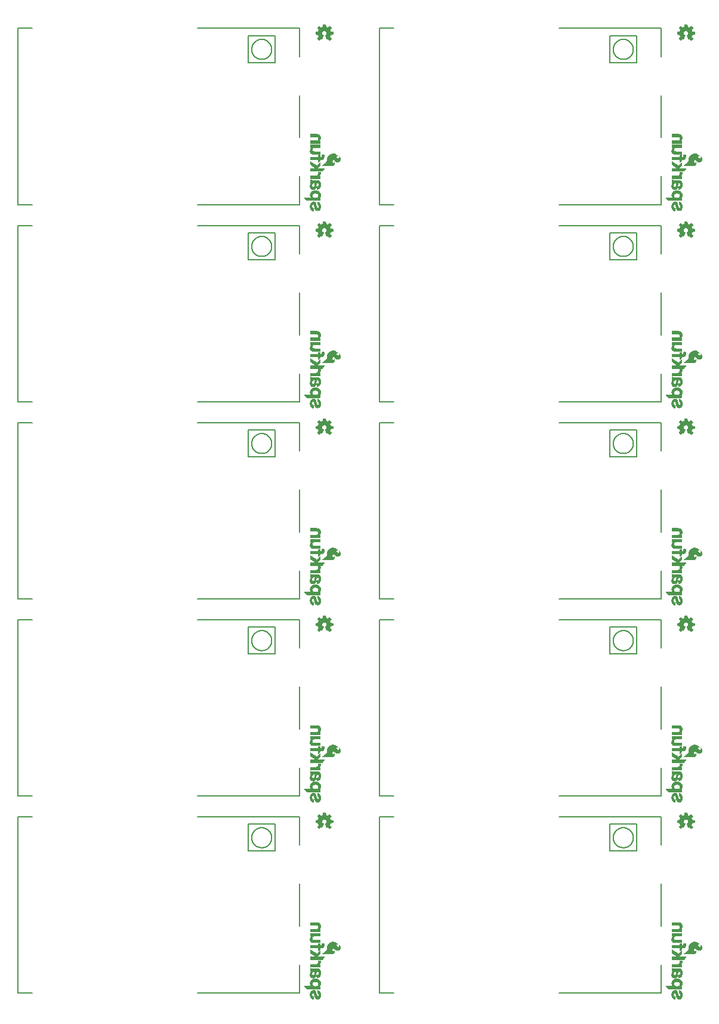
<source format=gbo>
G04 EAGLE Gerber RS-274X export*
G75*
%MOMM*%
%FSLAX34Y34*%
%LPD*%
%INSilkscreen Bottom*%
%IPPOS*%
%AMOC8*
5,1,8,0,0,1.08239X$1,22.5*%
G01*
%ADD10C,0.203200*%

G36*
X984316Y1362959D02*
X984316Y1362959D01*
X984382Y1362964D01*
X984400Y1362975D01*
X984421Y1362980D01*
X984506Y1363040D01*
X984530Y1363054D01*
X984533Y1363059D01*
X984538Y1363063D01*
X986738Y1365363D01*
X986746Y1365376D01*
X986759Y1365386D01*
X986790Y1365450D01*
X986826Y1365512D01*
X986827Y1365528D01*
X986834Y1365542D01*
X986833Y1365613D01*
X986839Y1365684D01*
X986833Y1365699D01*
X986832Y1365715D01*
X986775Y1365840D01*
X986773Y1365844D01*
X986773Y1365845D01*
X984905Y1368460D01*
X984907Y1368471D01*
X984916Y1368484D01*
X984927Y1368542D01*
X984936Y1368563D01*
X984936Y1368585D01*
X984942Y1368618D01*
X984943Y1368623D01*
X984943Y1368624D01*
X984943Y1368625D01*
X984943Y1368635D01*
X984976Y1368700D01*
X985032Y1368757D01*
X985043Y1368775D01*
X985055Y1368784D01*
X985063Y1368803D01*
X985103Y1368855D01*
X985176Y1369000D01*
X985232Y1369057D01*
X985272Y1369121D01*
X985316Y1369184D01*
X985318Y1369196D01*
X985323Y1369204D01*
X985327Y1369239D01*
X985343Y1369325D01*
X985343Y1369374D01*
X985372Y1369421D01*
X985416Y1369484D01*
X985418Y1369496D01*
X985423Y1369504D01*
X985427Y1369539D01*
X985443Y1369625D01*
X985443Y1369735D01*
X985476Y1369800D01*
X985532Y1369857D01*
X985572Y1369921D01*
X985616Y1369984D01*
X985618Y1369996D01*
X985623Y1370004D01*
X985627Y1370039D01*
X985633Y1370072D01*
X985636Y1370080D01*
X985636Y1370088D01*
X985643Y1370125D01*
X985643Y1370174D01*
X985672Y1370221D01*
X985716Y1370284D01*
X985718Y1370296D01*
X985723Y1370304D01*
X985727Y1370339D01*
X985743Y1370425D01*
X985743Y1370535D01*
X985772Y1370593D01*
X989028Y1371151D01*
X989046Y1371158D01*
X989065Y1371159D01*
X989125Y1371192D01*
X989187Y1371218D01*
X989200Y1371233D01*
X989217Y1371242D01*
X989256Y1371298D01*
X989300Y1371349D01*
X989305Y1371368D01*
X989316Y1371384D01*
X989338Y1371495D01*
X989343Y1371517D01*
X989342Y1371521D01*
X989343Y1371525D01*
X989343Y1374725D01*
X989339Y1374744D01*
X989341Y1374763D01*
X989330Y1374797D01*
X989329Y1374804D01*
X989324Y1374814D01*
X989319Y1374827D01*
X989304Y1374893D01*
X989291Y1374908D01*
X989285Y1374926D01*
X989237Y1374974D01*
X989194Y1375027D01*
X989176Y1375034D01*
X989162Y1375048D01*
X989056Y1375088D01*
X989036Y1375097D01*
X989032Y1375097D01*
X989028Y1375099D01*
X985816Y1375649D01*
X985805Y1375688D01*
X985804Y1375693D01*
X985803Y1375694D01*
X985743Y1375814D01*
X985743Y1375825D01*
X985740Y1375840D01*
X985742Y1375856D01*
X985722Y1375926D01*
X985722Y1375941D01*
X985714Y1375955D01*
X985705Y1375988D01*
X985704Y1375993D01*
X985703Y1375994D01*
X985643Y1376114D01*
X985643Y1376125D01*
X985640Y1376140D01*
X985642Y1376156D01*
X985605Y1376288D01*
X985604Y1376293D01*
X985603Y1376294D01*
X985443Y1376614D01*
X985443Y1376625D01*
X985440Y1376640D01*
X985442Y1376656D01*
X985405Y1376788D01*
X985404Y1376793D01*
X985403Y1376794D01*
X985303Y1376994D01*
X985280Y1377022D01*
X985243Y1377076D01*
X985243Y1377125D01*
X985226Y1377199D01*
X985212Y1377274D01*
X985206Y1377284D01*
X985204Y1377293D01*
X985181Y1377321D01*
X985132Y1377393D01*
X985076Y1377449D01*
X985003Y1377594D01*
X984980Y1377622D01*
X984943Y1377676D01*
X984943Y1377725D01*
X984926Y1377799D01*
X984922Y1377821D01*
X986776Y1380509D01*
X986782Y1380525D01*
X986794Y1380538D01*
X986814Y1380605D01*
X986839Y1380670D01*
X986838Y1380688D01*
X986843Y1380704D01*
X986830Y1380773D01*
X986824Y1380843D01*
X986815Y1380857D01*
X986812Y1380874D01*
X986741Y1380980D01*
X986734Y1380991D01*
X986733Y1380991D01*
X986732Y1380993D01*
X984532Y1383193D01*
X984518Y1383202D01*
X984507Y1383216D01*
X984445Y1383247D01*
X984385Y1383284D01*
X984368Y1383286D01*
X984353Y1383293D01*
X984283Y1383294D01*
X984213Y1383300D01*
X984197Y1383294D01*
X984180Y1383294D01*
X984062Y1383243D01*
X984051Y1383239D01*
X984050Y1383238D01*
X984049Y1383237D01*
X981350Y1381375D01*
X981332Y1381393D01*
X981267Y1381433D01*
X981205Y1381477D01*
X981193Y1381479D01*
X981185Y1381484D01*
X981150Y1381487D01*
X981064Y1381504D01*
X981014Y1381504D01*
X981002Y1381512D01*
X980934Y1381564D01*
X980789Y1381636D01*
X980732Y1381693D01*
X980667Y1381733D01*
X980605Y1381777D01*
X980593Y1381779D01*
X980585Y1381784D01*
X980550Y1381787D01*
X980464Y1381804D01*
X980414Y1381804D01*
X980402Y1381812D01*
X980334Y1381864D01*
X980134Y1381964D01*
X980118Y1381968D01*
X980105Y1381977D01*
X979971Y1382003D01*
X979965Y1382004D01*
X979964Y1382004D01*
X979954Y1382004D01*
X979834Y1382064D01*
X979818Y1382068D01*
X979805Y1382077D01*
X979671Y1382103D01*
X979665Y1382104D01*
X979664Y1382104D01*
X979614Y1382104D01*
X979567Y1382133D01*
X979505Y1382177D01*
X979493Y1382179D01*
X979485Y1382184D01*
X979450Y1382187D01*
X979364Y1382204D01*
X979254Y1382204D01*
X979196Y1382233D01*
X978638Y1385489D01*
X978630Y1385507D01*
X978629Y1385526D01*
X978597Y1385585D01*
X978570Y1385648D01*
X978556Y1385661D01*
X978546Y1385678D01*
X978491Y1385717D01*
X978439Y1385761D01*
X978420Y1385766D01*
X978405Y1385777D01*
X978294Y1385798D01*
X978272Y1385804D01*
X978268Y1385803D01*
X978264Y1385804D01*
X975064Y1385804D01*
X975045Y1385800D01*
X975026Y1385802D01*
X974962Y1385780D01*
X974896Y1385764D01*
X974881Y1385752D01*
X974862Y1385746D01*
X974815Y1385698D01*
X974762Y1385654D01*
X974754Y1385637D01*
X974741Y1385623D01*
X974701Y1385517D01*
X974692Y1385496D01*
X974692Y1385493D01*
X974690Y1385489D01*
X974140Y1382277D01*
X974101Y1382266D01*
X974096Y1382264D01*
X974095Y1382264D01*
X974094Y1382264D01*
X973974Y1382204D01*
X973964Y1382204D01*
X973948Y1382200D01*
X973932Y1382203D01*
X973801Y1382166D01*
X973796Y1382164D01*
X973795Y1382164D01*
X973794Y1382164D01*
X973674Y1382104D01*
X973664Y1382104D01*
X973648Y1382100D01*
X973632Y1382103D01*
X973501Y1382066D01*
X973496Y1382064D01*
X973495Y1382064D01*
X973494Y1382064D01*
X973374Y1382004D01*
X973264Y1382004D01*
X973190Y1381987D01*
X973114Y1381973D01*
X973105Y1381967D01*
X973096Y1381964D01*
X973068Y1381942D01*
X972996Y1381893D01*
X972939Y1381836D01*
X972874Y1381804D01*
X972864Y1381804D01*
X972848Y1381800D01*
X972832Y1381803D01*
X972701Y1381766D01*
X972696Y1381764D01*
X972695Y1381764D01*
X972694Y1381764D01*
X972494Y1381664D01*
X972467Y1381641D01*
X972396Y1381593D01*
X972339Y1381536D01*
X972274Y1381504D01*
X972264Y1381504D01*
X972248Y1381500D01*
X972232Y1381503D01*
X972101Y1381466D01*
X972096Y1381464D01*
X972095Y1381464D01*
X972094Y1381464D01*
X971953Y1381393D01*
X969279Y1383237D01*
X969267Y1383242D01*
X969258Y1383251D01*
X969187Y1383273D01*
X969118Y1383300D01*
X969105Y1383299D01*
X969093Y1383303D01*
X969020Y1383291D01*
X968946Y1383285D01*
X968935Y1383278D01*
X968922Y1383276D01*
X968802Y1383199D01*
X966502Y1380999D01*
X966488Y1380977D01*
X966468Y1380961D01*
X966441Y1380905D01*
X966407Y1380854D01*
X966404Y1380828D01*
X966393Y1380805D01*
X966394Y1380743D01*
X966387Y1380682D01*
X966396Y1380658D01*
X966396Y1380632D01*
X966434Y1380552D01*
X966445Y1380519D01*
X966452Y1380513D01*
X966457Y1380502D01*
X968392Y1377829D01*
X968352Y1377749D01*
X968296Y1377693D01*
X968256Y1377628D01*
X968212Y1377565D01*
X968210Y1377554D01*
X968205Y1377546D01*
X968201Y1377511D01*
X968185Y1377425D01*
X968185Y1377375D01*
X968177Y1377362D01*
X968125Y1377294D01*
X968052Y1377149D01*
X967996Y1377093D01*
X967956Y1377028D01*
X967912Y1376965D01*
X967910Y1376954D01*
X967905Y1376946D01*
X967901Y1376911D01*
X967885Y1376825D01*
X967885Y1376775D01*
X967856Y1376728D01*
X967812Y1376665D01*
X967810Y1376654D01*
X967805Y1376646D01*
X967801Y1376611D01*
X967785Y1376525D01*
X967785Y1376414D01*
X967752Y1376349D01*
X967696Y1376293D01*
X967656Y1376228D01*
X967612Y1376165D01*
X967610Y1376154D01*
X967605Y1376146D01*
X967601Y1376111D01*
X967585Y1376025D01*
X967585Y1375975D01*
X967556Y1375928D01*
X967512Y1375865D01*
X967510Y1375854D01*
X967505Y1375846D01*
X967501Y1375811D01*
X967485Y1375725D01*
X967485Y1375646D01*
X964202Y1375099D01*
X964183Y1375091D01*
X964163Y1375090D01*
X964104Y1375058D01*
X964042Y1375032D01*
X964029Y1375017D01*
X964011Y1375007D01*
X963973Y1374952D01*
X963929Y1374902D01*
X963923Y1374882D01*
X963912Y1374865D01*
X963896Y1374784D01*
X963892Y1374774D01*
X963892Y1374763D01*
X963891Y1374759D01*
X963885Y1374734D01*
X963886Y1374730D01*
X963885Y1374725D01*
X963885Y1371525D01*
X963889Y1371506D01*
X963887Y1371487D01*
X963909Y1371422D01*
X963924Y1371356D01*
X963937Y1371341D01*
X963943Y1371323D01*
X963991Y1371275D01*
X964034Y1371223D01*
X964052Y1371215D01*
X964066Y1371201D01*
X964172Y1371161D01*
X964192Y1371152D01*
X964196Y1371152D01*
X964200Y1371151D01*
X967488Y1370587D01*
X967523Y1370462D01*
X967524Y1370456D01*
X967525Y1370456D01*
X967525Y1370455D01*
X967585Y1370335D01*
X967585Y1370325D01*
X967588Y1370309D01*
X967586Y1370293D01*
X967623Y1370162D01*
X967624Y1370156D01*
X967625Y1370156D01*
X967625Y1370155D01*
X967685Y1370035D01*
X967685Y1370025D01*
X967688Y1370009D01*
X967686Y1369993D01*
X967723Y1369862D01*
X967724Y1369856D01*
X967725Y1369856D01*
X967725Y1369855D01*
X967885Y1369535D01*
X967885Y1369525D01*
X967888Y1369509D01*
X967886Y1369493D01*
X967923Y1369362D01*
X967924Y1369356D01*
X967925Y1369356D01*
X967925Y1369355D01*
X968025Y1369155D01*
X968048Y1369127D01*
X968096Y1369057D01*
X968152Y1369000D01*
X968185Y1368935D01*
X968185Y1368925D01*
X968188Y1368909D01*
X968186Y1368893D01*
X968223Y1368762D01*
X968224Y1368756D01*
X968225Y1368756D01*
X968225Y1368755D01*
X968325Y1368555D01*
X968348Y1368527D01*
X968396Y1368457D01*
X968406Y1368446D01*
X966461Y1365852D01*
X966451Y1365830D01*
X966434Y1365811D01*
X966416Y1365751D01*
X966391Y1365694D01*
X966392Y1365669D01*
X966385Y1365645D01*
X966396Y1365584D01*
X966399Y1365521D01*
X966411Y1365499D01*
X966416Y1365475D01*
X966467Y1365400D01*
X966483Y1365370D01*
X966490Y1365365D01*
X966496Y1365357D01*
X968796Y1363057D01*
X968810Y1363048D01*
X968821Y1363034D01*
X968883Y1363002D01*
X968943Y1362965D01*
X968960Y1362964D01*
X968975Y1362956D01*
X969046Y1362956D01*
X969115Y1362949D01*
X969131Y1362955D01*
X969148Y1362955D01*
X969266Y1363007D01*
X969277Y1363011D01*
X969278Y1363012D01*
X969279Y1363012D01*
X971978Y1364874D01*
X971996Y1364857D01*
X972061Y1364816D01*
X972123Y1364772D01*
X972135Y1364770D01*
X972143Y1364765D01*
X972178Y1364762D01*
X972193Y1364759D01*
X972196Y1364757D01*
X972261Y1364716D01*
X972323Y1364672D01*
X972335Y1364670D01*
X972343Y1364665D01*
X972378Y1364662D01*
X972464Y1364645D01*
X972514Y1364645D01*
X972561Y1364616D01*
X972623Y1364572D01*
X972635Y1364570D01*
X972643Y1364565D01*
X972678Y1364562D01*
X972693Y1364559D01*
X972696Y1364557D01*
X972761Y1364516D01*
X972823Y1364472D01*
X972835Y1364470D01*
X972843Y1364465D01*
X972878Y1364462D01*
X972893Y1364459D01*
X972896Y1364457D01*
X972961Y1364416D01*
X973023Y1364372D01*
X973035Y1364370D01*
X973043Y1364365D01*
X973078Y1364362D01*
X973107Y1364356D01*
X973134Y1364323D01*
X973153Y1364315D01*
X973168Y1364300D01*
X973231Y1364280D01*
X973292Y1364252D01*
X973313Y1364253D01*
X973332Y1364247D01*
X973398Y1364257D01*
X973465Y1364259D01*
X973483Y1364269D01*
X973503Y1364272D01*
X973558Y1364310D01*
X973617Y1364342D01*
X973629Y1364359D01*
X973645Y1364371D01*
X973702Y1364463D01*
X973716Y1364484D01*
X973717Y1364489D01*
X973720Y1364493D01*
X975720Y1369893D01*
X975724Y1369924D01*
X975736Y1369952D01*
X975734Y1370008D01*
X975741Y1370065D01*
X975731Y1370094D01*
X975730Y1370125D01*
X975703Y1370175D01*
X975684Y1370228D01*
X975662Y1370250D01*
X975647Y1370277D01*
X975587Y1370323D01*
X975560Y1370349D01*
X975547Y1370353D01*
X975534Y1370364D01*
X974989Y1370636D01*
X974832Y1370793D01*
X974802Y1370812D01*
X974734Y1370864D01*
X974589Y1370936D01*
X974276Y1371249D01*
X974203Y1371394D01*
X974180Y1371422D01*
X974132Y1371493D01*
X973976Y1371649D01*
X973915Y1371770D01*
X973824Y1372045D01*
X973812Y1372064D01*
X973803Y1372094D01*
X973743Y1372214D01*
X973743Y1372325D01*
X973735Y1372360D01*
X973724Y1372445D01*
X973643Y1372686D01*
X973643Y1373463D01*
X973724Y1373705D01*
X973727Y1373741D01*
X973743Y1373825D01*
X973743Y1374010D01*
X973880Y1374214D01*
X973893Y1374249D01*
X973924Y1374305D01*
X974008Y1374557D01*
X974359Y1375083D01*
X974706Y1375430D01*
X975232Y1375781D01*
X975484Y1375865D01*
X975502Y1375876D01*
X975516Y1375879D01*
X975529Y1375890D01*
X975574Y1375909D01*
X975779Y1376045D01*
X975964Y1376045D01*
X975999Y1376054D01*
X976084Y1376065D01*
X976326Y1376145D01*
X976917Y1376145D01*
X977272Y1376057D01*
X977308Y1376056D01*
X977364Y1376045D01*
X977549Y1376045D01*
X977754Y1375909D01*
X977789Y1375896D01*
X977838Y1375868D01*
X977840Y1375867D01*
X977841Y1375867D01*
X977844Y1375865D01*
X978096Y1375781D01*
X978323Y1375630D01*
X978496Y1375457D01*
X978522Y1375440D01*
X978554Y1375409D01*
X978823Y1375230D01*
X978969Y1375083D01*
X979320Y1374557D01*
X979685Y1373463D01*
X979685Y1372986D01*
X979604Y1372745D01*
X979601Y1372709D01*
X979585Y1372625D01*
X979585Y1372414D01*
X979425Y1372094D01*
X979419Y1372072D01*
X979404Y1372045D01*
X979313Y1371770D01*
X979152Y1371449D01*
X978996Y1371293D01*
X978977Y1371262D01*
X978925Y1371194D01*
X978852Y1371049D01*
X978739Y1370936D01*
X978594Y1370864D01*
X978567Y1370841D01*
X978496Y1370793D01*
X978339Y1370636D01*
X978018Y1370476D01*
X977744Y1370384D01*
X977695Y1370354D01*
X977642Y1370332D01*
X977622Y1370310D01*
X977597Y1370294D01*
X977566Y1370245D01*
X977529Y1370202D01*
X977521Y1370173D01*
X977505Y1370147D01*
X977499Y1370090D01*
X977485Y1370034D01*
X977491Y1370000D01*
X977488Y1369975D01*
X977500Y1369943D01*
X977508Y1369893D01*
X979508Y1364493D01*
X979534Y1364455D01*
X979550Y1364412D01*
X979581Y1364384D01*
X979604Y1364349D01*
X979644Y1364326D01*
X979677Y1364295D01*
X979717Y1364283D01*
X979754Y1364262D01*
X979799Y1364259D01*
X979843Y1364246D01*
X979884Y1364253D01*
X979926Y1364251D01*
X979969Y1364268D01*
X980014Y1364276D01*
X980055Y1364304D01*
X980086Y1364317D01*
X980103Y1364337D01*
X980116Y1364345D01*
X980164Y1364345D01*
X980238Y1364363D01*
X980314Y1364376D01*
X980323Y1364383D01*
X980332Y1364385D01*
X980360Y1364408D01*
X980432Y1364457D01*
X980439Y1364463D01*
X980514Y1364476D01*
X980523Y1364483D01*
X980532Y1364485D01*
X980560Y1364508D01*
X980632Y1364557D01*
X980639Y1364563D01*
X980714Y1364576D01*
X980723Y1364583D01*
X980732Y1364585D01*
X980760Y1364608D01*
X980832Y1364657D01*
X980839Y1364663D01*
X980914Y1364676D01*
X980923Y1364683D01*
X980932Y1364685D01*
X980960Y1364708D01*
X981032Y1364757D01*
X981039Y1364763D01*
X981114Y1364776D01*
X981123Y1364783D01*
X981132Y1364785D01*
X981160Y1364808D01*
X981232Y1364857D01*
X981239Y1364863D01*
X981314Y1364876D01*
X981323Y1364883D01*
X981332Y1364885D01*
X981333Y1364885D01*
X984049Y1363012D01*
X984069Y1363005D01*
X984085Y1362991D01*
X984148Y1362973D01*
X984210Y1362949D01*
X984231Y1362951D01*
X984252Y1362946D01*
X984316Y1362959D01*
G37*
G36*
X471236Y1362959D02*
X471236Y1362959D01*
X471302Y1362964D01*
X471320Y1362975D01*
X471341Y1362980D01*
X471426Y1363040D01*
X471450Y1363054D01*
X471453Y1363059D01*
X471458Y1363063D01*
X473658Y1365363D01*
X473666Y1365376D01*
X473679Y1365386D01*
X473710Y1365450D01*
X473746Y1365512D01*
X473747Y1365528D01*
X473754Y1365542D01*
X473753Y1365613D01*
X473759Y1365684D01*
X473753Y1365699D01*
X473752Y1365715D01*
X473695Y1365840D01*
X473693Y1365844D01*
X473693Y1365845D01*
X471825Y1368460D01*
X471827Y1368471D01*
X471836Y1368484D01*
X471847Y1368542D01*
X471856Y1368563D01*
X471856Y1368585D01*
X471862Y1368618D01*
X471863Y1368623D01*
X471863Y1368624D01*
X471863Y1368625D01*
X471863Y1368635D01*
X471896Y1368700D01*
X471952Y1368757D01*
X471963Y1368775D01*
X471975Y1368784D01*
X471983Y1368803D01*
X472023Y1368855D01*
X472096Y1369000D01*
X472152Y1369057D01*
X472192Y1369121D01*
X472236Y1369184D01*
X472238Y1369196D01*
X472243Y1369204D01*
X472247Y1369239D01*
X472263Y1369325D01*
X472263Y1369374D01*
X472292Y1369421D01*
X472336Y1369484D01*
X472338Y1369496D01*
X472343Y1369504D01*
X472347Y1369539D01*
X472363Y1369625D01*
X472363Y1369735D01*
X472396Y1369800D01*
X472452Y1369857D01*
X472492Y1369921D01*
X472536Y1369984D01*
X472538Y1369996D01*
X472543Y1370004D01*
X472547Y1370039D01*
X472553Y1370072D01*
X472556Y1370080D01*
X472556Y1370088D01*
X472563Y1370125D01*
X472563Y1370174D01*
X472592Y1370221D01*
X472636Y1370284D01*
X472638Y1370296D01*
X472643Y1370304D01*
X472647Y1370339D01*
X472663Y1370425D01*
X472663Y1370535D01*
X472692Y1370593D01*
X475948Y1371151D01*
X475966Y1371158D01*
X475985Y1371159D01*
X476045Y1371192D01*
X476107Y1371218D01*
X476120Y1371233D01*
X476137Y1371242D01*
X476176Y1371298D01*
X476220Y1371349D01*
X476225Y1371368D01*
X476236Y1371384D01*
X476258Y1371495D01*
X476263Y1371517D01*
X476262Y1371521D01*
X476263Y1371525D01*
X476263Y1374725D01*
X476259Y1374744D01*
X476261Y1374763D01*
X476250Y1374797D01*
X476249Y1374804D01*
X476244Y1374814D01*
X476239Y1374827D01*
X476224Y1374893D01*
X476211Y1374908D01*
X476205Y1374926D01*
X476157Y1374974D01*
X476114Y1375027D01*
X476096Y1375034D01*
X476082Y1375048D01*
X475976Y1375088D01*
X475956Y1375097D01*
X475952Y1375097D01*
X475948Y1375099D01*
X472736Y1375649D01*
X472725Y1375688D01*
X472724Y1375693D01*
X472723Y1375694D01*
X472663Y1375814D01*
X472663Y1375825D01*
X472660Y1375840D01*
X472662Y1375856D01*
X472642Y1375926D01*
X472642Y1375941D01*
X472634Y1375955D01*
X472625Y1375988D01*
X472624Y1375993D01*
X472623Y1375994D01*
X472563Y1376114D01*
X472563Y1376125D01*
X472560Y1376140D01*
X472562Y1376156D01*
X472525Y1376288D01*
X472524Y1376293D01*
X472523Y1376294D01*
X472363Y1376614D01*
X472363Y1376625D01*
X472360Y1376640D01*
X472362Y1376656D01*
X472325Y1376788D01*
X472324Y1376793D01*
X472323Y1376794D01*
X472223Y1376994D01*
X472200Y1377022D01*
X472163Y1377076D01*
X472163Y1377125D01*
X472146Y1377199D01*
X472132Y1377274D01*
X472126Y1377284D01*
X472124Y1377293D01*
X472101Y1377321D01*
X472052Y1377393D01*
X471996Y1377449D01*
X471923Y1377594D01*
X471900Y1377622D01*
X471863Y1377676D01*
X471863Y1377725D01*
X471846Y1377799D01*
X471842Y1377821D01*
X473696Y1380509D01*
X473702Y1380525D01*
X473714Y1380538D01*
X473734Y1380605D01*
X473759Y1380670D01*
X473758Y1380688D01*
X473763Y1380704D01*
X473750Y1380773D01*
X473744Y1380843D01*
X473735Y1380857D01*
X473732Y1380874D01*
X473661Y1380980D01*
X473654Y1380991D01*
X473653Y1380991D01*
X473652Y1380993D01*
X471452Y1383193D01*
X471438Y1383202D01*
X471427Y1383216D01*
X471365Y1383247D01*
X471305Y1383284D01*
X471288Y1383286D01*
X471273Y1383293D01*
X471203Y1383294D01*
X471133Y1383300D01*
X471117Y1383294D01*
X471100Y1383294D01*
X470982Y1383243D01*
X470971Y1383239D01*
X470970Y1383238D01*
X470969Y1383237D01*
X468270Y1381375D01*
X468252Y1381393D01*
X468187Y1381433D01*
X468125Y1381477D01*
X468113Y1381479D01*
X468105Y1381484D01*
X468070Y1381487D01*
X467984Y1381504D01*
X467934Y1381504D01*
X467922Y1381512D01*
X467854Y1381564D01*
X467709Y1381636D01*
X467652Y1381693D01*
X467587Y1381733D01*
X467525Y1381777D01*
X467513Y1381779D01*
X467505Y1381784D01*
X467470Y1381787D01*
X467384Y1381804D01*
X467334Y1381804D01*
X467322Y1381812D01*
X467254Y1381864D01*
X467054Y1381964D01*
X467038Y1381968D01*
X467025Y1381977D01*
X466891Y1382003D01*
X466885Y1382004D01*
X466884Y1382004D01*
X466874Y1382004D01*
X466754Y1382064D01*
X466738Y1382068D01*
X466725Y1382077D01*
X466591Y1382103D01*
X466585Y1382104D01*
X466584Y1382104D01*
X466534Y1382104D01*
X466487Y1382133D01*
X466425Y1382177D01*
X466413Y1382179D01*
X466405Y1382184D01*
X466370Y1382187D01*
X466284Y1382204D01*
X466174Y1382204D01*
X466116Y1382233D01*
X465558Y1385489D01*
X465550Y1385507D01*
X465549Y1385526D01*
X465517Y1385585D01*
X465490Y1385648D01*
X465476Y1385661D01*
X465466Y1385678D01*
X465411Y1385717D01*
X465359Y1385761D01*
X465340Y1385766D01*
X465325Y1385777D01*
X465214Y1385798D01*
X465192Y1385804D01*
X465188Y1385803D01*
X465184Y1385804D01*
X461984Y1385804D01*
X461965Y1385800D01*
X461946Y1385802D01*
X461882Y1385780D01*
X461816Y1385764D01*
X461801Y1385752D01*
X461782Y1385746D01*
X461735Y1385698D01*
X461682Y1385654D01*
X461674Y1385637D01*
X461661Y1385623D01*
X461621Y1385517D01*
X461612Y1385496D01*
X461612Y1385493D01*
X461610Y1385489D01*
X461060Y1382277D01*
X461021Y1382266D01*
X461016Y1382264D01*
X461015Y1382264D01*
X461014Y1382264D01*
X460894Y1382204D01*
X460884Y1382204D01*
X460868Y1382200D01*
X460852Y1382203D01*
X460721Y1382166D01*
X460716Y1382164D01*
X460715Y1382164D01*
X460714Y1382164D01*
X460594Y1382104D01*
X460584Y1382104D01*
X460568Y1382100D01*
X460552Y1382103D01*
X460421Y1382066D01*
X460416Y1382064D01*
X460415Y1382064D01*
X460414Y1382064D01*
X460294Y1382004D01*
X460184Y1382004D01*
X460110Y1381987D01*
X460034Y1381973D01*
X460025Y1381967D01*
X460016Y1381964D01*
X459988Y1381942D01*
X459916Y1381893D01*
X459859Y1381836D01*
X459794Y1381804D01*
X459784Y1381804D01*
X459768Y1381800D01*
X459752Y1381803D01*
X459621Y1381766D01*
X459616Y1381764D01*
X459615Y1381764D01*
X459614Y1381764D01*
X459414Y1381664D01*
X459387Y1381641D01*
X459316Y1381593D01*
X459259Y1381536D01*
X459194Y1381504D01*
X459184Y1381504D01*
X459168Y1381500D01*
X459152Y1381503D01*
X459021Y1381466D01*
X459016Y1381464D01*
X459015Y1381464D01*
X459014Y1381464D01*
X458873Y1381393D01*
X456199Y1383237D01*
X456187Y1383242D01*
X456178Y1383251D01*
X456107Y1383273D01*
X456038Y1383300D01*
X456025Y1383299D01*
X456013Y1383303D01*
X455940Y1383291D01*
X455866Y1383285D01*
X455855Y1383278D01*
X455842Y1383276D01*
X455722Y1383199D01*
X453422Y1380999D01*
X453408Y1380977D01*
X453388Y1380961D01*
X453361Y1380905D01*
X453327Y1380854D01*
X453324Y1380828D01*
X453313Y1380805D01*
X453314Y1380743D01*
X453307Y1380682D01*
X453316Y1380658D01*
X453316Y1380632D01*
X453354Y1380552D01*
X453365Y1380519D01*
X453372Y1380513D01*
X453377Y1380502D01*
X455312Y1377829D01*
X455272Y1377749D01*
X455216Y1377693D01*
X455176Y1377628D01*
X455132Y1377565D01*
X455130Y1377554D01*
X455125Y1377546D01*
X455121Y1377511D01*
X455105Y1377425D01*
X455105Y1377375D01*
X455097Y1377362D01*
X455045Y1377294D01*
X454972Y1377149D01*
X454916Y1377093D01*
X454876Y1377028D01*
X454832Y1376965D01*
X454830Y1376954D01*
X454825Y1376946D01*
X454821Y1376911D01*
X454805Y1376825D01*
X454805Y1376775D01*
X454776Y1376728D01*
X454732Y1376665D01*
X454730Y1376654D01*
X454725Y1376646D01*
X454721Y1376611D01*
X454705Y1376525D01*
X454705Y1376414D01*
X454672Y1376349D01*
X454616Y1376293D01*
X454576Y1376228D01*
X454532Y1376165D01*
X454530Y1376154D01*
X454525Y1376146D01*
X454521Y1376111D01*
X454505Y1376025D01*
X454505Y1375975D01*
X454476Y1375928D01*
X454432Y1375865D01*
X454430Y1375854D01*
X454425Y1375846D01*
X454421Y1375811D01*
X454405Y1375725D01*
X454405Y1375646D01*
X451122Y1375099D01*
X451103Y1375091D01*
X451083Y1375090D01*
X451024Y1375058D01*
X450962Y1375032D01*
X450949Y1375017D01*
X450931Y1375007D01*
X450893Y1374952D01*
X450849Y1374902D01*
X450843Y1374882D01*
X450832Y1374865D01*
X450816Y1374784D01*
X450812Y1374774D01*
X450812Y1374763D01*
X450811Y1374759D01*
X450805Y1374734D01*
X450806Y1374730D01*
X450805Y1374725D01*
X450805Y1371525D01*
X450809Y1371506D01*
X450807Y1371487D01*
X450829Y1371422D01*
X450844Y1371356D01*
X450857Y1371341D01*
X450863Y1371323D01*
X450911Y1371275D01*
X450954Y1371223D01*
X450972Y1371215D01*
X450986Y1371201D01*
X451092Y1371161D01*
X451112Y1371152D01*
X451116Y1371152D01*
X451120Y1371151D01*
X454408Y1370587D01*
X454443Y1370462D01*
X454444Y1370456D01*
X454445Y1370456D01*
X454445Y1370455D01*
X454505Y1370335D01*
X454505Y1370325D01*
X454508Y1370309D01*
X454506Y1370293D01*
X454543Y1370162D01*
X454544Y1370156D01*
X454545Y1370156D01*
X454545Y1370155D01*
X454605Y1370035D01*
X454605Y1370025D01*
X454608Y1370009D01*
X454606Y1369993D01*
X454643Y1369862D01*
X454644Y1369856D01*
X454645Y1369856D01*
X454645Y1369855D01*
X454805Y1369535D01*
X454805Y1369525D01*
X454808Y1369509D01*
X454806Y1369493D01*
X454843Y1369362D01*
X454844Y1369356D01*
X454845Y1369356D01*
X454845Y1369355D01*
X454945Y1369155D01*
X454968Y1369127D01*
X455016Y1369057D01*
X455072Y1369000D01*
X455105Y1368935D01*
X455105Y1368925D01*
X455108Y1368909D01*
X455106Y1368893D01*
X455143Y1368762D01*
X455144Y1368756D01*
X455145Y1368756D01*
X455145Y1368755D01*
X455245Y1368555D01*
X455268Y1368527D01*
X455316Y1368457D01*
X455326Y1368446D01*
X453381Y1365852D01*
X453371Y1365830D01*
X453354Y1365811D01*
X453336Y1365751D01*
X453311Y1365694D01*
X453312Y1365669D01*
X453305Y1365645D01*
X453316Y1365584D01*
X453319Y1365521D01*
X453331Y1365499D01*
X453336Y1365475D01*
X453387Y1365400D01*
X453403Y1365370D01*
X453410Y1365365D01*
X453416Y1365357D01*
X455716Y1363057D01*
X455730Y1363048D01*
X455741Y1363034D01*
X455803Y1363002D01*
X455863Y1362965D01*
X455880Y1362964D01*
X455895Y1362956D01*
X455966Y1362956D01*
X456035Y1362949D01*
X456051Y1362955D01*
X456068Y1362955D01*
X456186Y1363007D01*
X456197Y1363011D01*
X456198Y1363012D01*
X456199Y1363012D01*
X458898Y1364874D01*
X458916Y1364857D01*
X458981Y1364816D01*
X459043Y1364772D01*
X459055Y1364770D01*
X459063Y1364765D01*
X459098Y1364762D01*
X459113Y1364759D01*
X459116Y1364757D01*
X459181Y1364716D01*
X459243Y1364672D01*
X459255Y1364670D01*
X459263Y1364665D01*
X459298Y1364662D01*
X459384Y1364645D01*
X459434Y1364645D01*
X459481Y1364616D01*
X459543Y1364572D01*
X459555Y1364570D01*
X459563Y1364565D01*
X459598Y1364562D01*
X459613Y1364559D01*
X459616Y1364557D01*
X459681Y1364516D01*
X459743Y1364472D01*
X459755Y1364470D01*
X459763Y1364465D01*
X459798Y1364462D01*
X459813Y1364459D01*
X459816Y1364457D01*
X459881Y1364416D01*
X459943Y1364372D01*
X459955Y1364370D01*
X459963Y1364365D01*
X459998Y1364362D01*
X460027Y1364356D01*
X460054Y1364323D01*
X460073Y1364315D01*
X460088Y1364300D01*
X460151Y1364280D01*
X460212Y1364252D01*
X460233Y1364253D01*
X460252Y1364247D01*
X460318Y1364257D01*
X460385Y1364259D01*
X460403Y1364269D01*
X460423Y1364272D01*
X460478Y1364310D01*
X460537Y1364342D01*
X460549Y1364359D01*
X460565Y1364371D01*
X460622Y1364463D01*
X460636Y1364484D01*
X460637Y1364489D01*
X460640Y1364493D01*
X462640Y1369893D01*
X462644Y1369924D01*
X462656Y1369952D01*
X462654Y1370008D01*
X462661Y1370065D01*
X462651Y1370094D01*
X462650Y1370125D01*
X462623Y1370175D01*
X462604Y1370228D01*
X462582Y1370250D01*
X462567Y1370277D01*
X462507Y1370323D01*
X462480Y1370349D01*
X462467Y1370353D01*
X462454Y1370364D01*
X461909Y1370636D01*
X461752Y1370793D01*
X461722Y1370812D01*
X461654Y1370864D01*
X461509Y1370936D01*
X461196Y1371249D01*
X461123Y1371394D01*
X461100Y1371422D01*
X461052Y1371493D01*
X460896Y1371649D01*
X460835Y1371770D01*
X460744Y1372045D01*
X460732Y1372064D01*
X460723Y1372094D01*
X460663Y1372214D01*
X460663Y1372325D01*
X460655Y1372360D01*
X460644Y1372445D01*
X460563Y1372686D01*
X460563Y1373463D01*
X460644Y1373705D01*
X460647Y1373741D01*
X460663Y1373825D01*
X460663Y1374010D01*
X460800Y1374214D01*
X460813Y1374249D01*
X460844Y1374305D01*
X460928Y1374557D01*
X461279Y1375083D01*
X461626Y1375430D01*
X462152Y1375781D01*
X462404Y1375865D01*
X462422Y1375876D01*
X462436Y1375879D01*
X462449Y1375890D01*
X462494Y1375909D01*
X462699Y1376045D01*
X462884Y1376045D01*
X462919Y1376054D01*
X463004Y1376065D01*
X463246Y1376145D01*
X463837Y1376145D01*
X464192Y1376057D01*
X464228Y1376056D01*
X464284Y1376045D01*
X464469Y1376045D01*
X464674Y1375909D01*
X464709Y1375896D01*
X464758Y1375868D01*
X464760Y1375867D01*
X464761Y1375867D01*
X464764Y1375865D01*
X465016Y1375781D01*
X465243Y1375630D01*
X465416Y1375457D01*
X465442Y1375440D01*
X465474Y1375409D01*
X465743Y1375230D01*
X465889Y1375083D01*
X466240Y1374557D01*
X466605Y1373463D01*
X466605Y1372986D01*
X466524Y1372745D01*
X466521Y1372709D01*
X466505Y1372625D01*
X466505Y1372414D01*
X466345Y1372094D01*
X466339Y1372072D01*
X466324Y1372045D01*
X466233Y1371770D01*
X466072Y1371449D01*
X465916Y1371293D01*
X465897Y1371262D01*
X465845Y1371194D01*
X465772Y1371049D01*
X465659Y1370936D01*
X465514Y1370864D01*
X465487Y1370841D01*
X465416Y1370793D01*
X465259Y1370636D01*
X464938Y1370476D01*
X464664Y1370384D01*
X464615Y1370354D01*
X464562Y1370332D01*
X464542Y1370310D01*
X464517Y1370294D01*
X464486Y1370245D01*
X464449Y1370202D01*
X464441Y1370173D01*
X464425Y1370147D01*
X464419Y1370090D01*
X464405Y1370034D01*
X464411Y1370000D01*
X464408Y1369975D01*
X464420Y1369943D01*
X464428Y1369893D01*
X466428Y1364493D01*
X466454Y1364455D01*
X466470Y1364412D01*
X466501Y1364384D01*
X466524Y1364349D01*
X466564Y1364326D01*
X466597Y1364295D01*
X466637Y1364283D01*
X466674Y1364262D01*
X466719Y1364259D01*
X466763Y1364246D01*
X466804Y1364253D01*
X466846Y1364251D01*
X466889Y1364268D01*
X466934Y1364276D01*
X466975Y1364304D01*
X467006Y1364317D01*
X467023Y1364337D01*
X467036Y1364345D01*
X467084Y1364345D01*
X467158Y1364363D01*
X467234Y1364376D01*
X467243Y1364383D01*
X467252Y1364385D01*
X467280Y1364408D01*
X467352Y1364457D01*
X467359Y1364463D01*
X467434Y1364476D01*
X467443Y1364483D01*
X467452Y1364485D01*
X467480Y1364508D01*
X467552Y1364557D01*
X467559Y1364563D01*
X467634Y1364576D01*
X467643Y1364583D01*
X467652Y1364585D01*
X467680Y1364608D01*
X467752Y1364657D01*
X467759Y1364663D01*
X467834Y1364676D01*
X467843Y1364683D01*
X467852Y1364685D01*
X467880Y1364708D01*
X467952Y1364757D01*
X467959Y1364763D01*
X468034Y1364776D01*
X468043Y1364783D01*
X468052Y1364785D01*
X468080Y1364808D01*
X468152Y1364857D01*
X468159Y1364863D01*
X468234Y1364876D01*
X468243Y1364883D01*
X468252Y1364885D01*
X468253Y1364885D01*
X470969Y1363012D01*
X470989Y1363005D01*
X471005Y1362991D01*
X471068Y1362973D01*
X471130Y1362949D01*
X471151Y1362951D01*
X471172Y1362946D01*
X471236Y1362959D01*
G37*
G36*
X984316Y803981D02*
X984316Y803981D01*
X984382Y803987D01*
X984400Y803998D01*
X984421Y804002D01*
X984506Y804062D01*
X984530Y804077D01*
X984533Y804081D01*
X984538Y804085D01*
X986738Y806385D01*
X986746Y806399D01*
X986759Y806408D01*
X986790Y806472D01*
X986826Y806534D01*
X986827Y806550D01*
X986834Y806564D01*
X986833Y806635D01*
X986839Y806706D01*
X986833Y806721D01*
X986832Y806737D01*
X986775Y806863D01*
X986773Y806867D01*
X984905Y809483D01*
X984907Y809493D01*
X984916Y809506D01*
X984927Y809565D01*
X984936Y809585D01*
X984936Y809607D01*
X984942Y809640D01*
X984943Y809646D01*
X984943Y809647D01*
X984943Y809657D01*
X984976Y809722D01*
X985032Y809779D01*
X985043Y809797D01*
X985055Y809806D01*
X985063Y809825D01*
X985103Y809877D01*
X985176Y810022D01*
X985232Y810079D01*
X985272Y810144D01*
X985316Y810206D01*
X985318Y810218D01*
X985323Y810226D01*
X985327Y810261D01*
X985343Y810347D01*
X985343Y810397D01*
X985372Y810444D01*
X985416Y810506D01*
X985418Y810518D01*
X985423Y810526D01*
X985427Y810561D01*
X985443Y810647D01*
X985443Y810757D01*
X985476Y810822D01*
X985532Y810879D01*
X985572Y810944D01*
X985616Y811006D01*
X985618Y811018D01*
X985623Y811026D01*
X985627Y811061D01*
X985633Y811095D01*
X985636Y811102D01*
X985636Y811110D01*
X985643Y811147D01*
X985643Y811197D01*
X985672Y811244D01*
X985716Y811306D01*
X985718Y811318D01*
X985723Y811326D01*
X985727Y811361D01*
X985743Y811447D01*
X985743Y811557D01*
X985772Y811615D01*
X989028Y812173D01*
X989046Y812181D01*
X989065Y812181D01*
X989125Y812214D01*
X989187Y812240D01*
X989200Y812255D01*
X989217Y812264D01*
X989256Y812320D01*
X989300Y812372D01*
X989305Y812390D01*
X989316Y812406D01*
X989338Y812517D01*
X989343Y812539D01*
X989342Y812543D01*
X989343Y812547D01*
X989343Y815747D01*
X989339Y815766D01*
X989341Y815785D01*
X989330Y815819D01*
X989329Y815826D01*
X989324Y815836D01*
X989319Y815849D01*
X989304Y815915D01*
X989291Y815930D01*
X989285Y815949D01*
X989237Y815996D01*
X989194Y816049D01*
X989176Y816057D01*
X989162Y816070D01*
X989056Y816110D01*
X989036Y816119D01*
X989032Y816119D01*
X989028Y816121D01*
X985816Y816671D01*
X985805Y816710D01*
X985804Y816715D01*
X985803Y816716D01*
X985803Y816717D01*
X985743Y816836D01*
X985743Y816847D01*
X985740Y816863D01*
X985742Y816879D01*
X985722Y816948D01*
X985722Y816963D01*
X985714Y816978D01*
X985705Y817010D01*
X985704Y817015D01*
X985703Y817016D01*
X985703Y817017D01*
X985643Y817136D01*
X985643Y817147D01*
X985640Y817163D01*
X985642Y817179D01*
X985605Y817310D01*
X985604Y817315D01*
X985603Y817316D01*
X985603Y817317D01*
X985443Y817636D01*
X985443Y817647D01*
X985440Y817663D01*
X985442Y817679D01*
X985405Y817810D01*
X985404Y817815D01*
X985403Y817816D01*
X985403Y817817D01*
X985303Y818017D01*
X985280Y818044D01*
X985243Y818099D01*
X985243Y818147D01*
X985226Y818221D01*
X985212Y818297D01*
X985206Y818306D01*
X985204Y818315D01*
X985181Y818343D01*
X985132Y818415D01*
X985076Y818472D01*
X985003Y818617D01*
X984980Y818644D01*
X984943Y818699D01*
X984943Y818747D01*
X984926Y818821D01*
X984922Y818843D01*
X986776Y821532D01*
X986782Y821548D01*
X986794Y821560D01*
X986814Y821627D01*
X986839Y821693D01*
X986838Y821710D01*
X986843Y821726D01*
X986830Y821795D01*
X986824Y821865D01*
X986815Y821880D01*
X986812Y821897D01*
X986741Y822002D01*
X986734Y822013D01*
X986733Y822014D01*
X986732Y822015D01*
X984532Y824215D01*
X984518Y824224D01*
X984507Y824238D01*
X984445Y824269D01*
X984385Y824306D01*
X984368Y824308D01*
X984353Y824316D01*
X984283Y824316D01*
X984213Y824323D01*
X984197Y824317D01*
X984180Y824317D01*
X984062Y824265D01*
X984051Y824261D01*
X984050Y824260D01*
X984049Y824259D01*
X981350Y822398D01*
X981332Y822415D01*
X981267Y822455D01*
X981205Y822499D01*
X981193Y822501D01*
X981185Y822506D01*
X981150Y822510D01*
X981064Y822526D01*
X981014Y822526D01*
X981002Y822534D01*
X980934Y822586D01*
X980789Y822659D01*
X980732Y822715D01*
X980667Y822755D01*
X980605Y822799D01*
X980593Y822801D01*
X980585Y822806D01*
X980550Y822810D01*
X980464Y822826D01*
X980414Y822826D01*
X980402Y822834D01*
X980334Y822886D01*
X980134Y822986D01*
X980118Y822990D01*
X980105Y822999D01*
X979971Y823025D01*
X979965Y823026D01*
X979964Y823026D01*
X979954Y823026D01*
X979834Y823086D01*
X979818Y823090D01*
X979805Y823099D01*
X979671Y823125D01*
X979665Y823126D01*
X979664Y823126D01*
X979614Y823126D01*
X979567Y823155D01*
X979505Y823199D01*
X979493Y823201D01*
X979485Y823206D01*
X979450Y823210D01*
X979364Y823226D01*
X979254Y823226D01*
X979196Y823255D01*
X978638Y826511D01*
X978630Y826529D01*
X978629Y826548D01*
X978597Y826608D01*
X978570Y826670D01*
X978556Y826683D01*
X978546Y826700D01*
X978491Y826739D01*
X978439Y826783D01*
X978420Y826788D01*
X978405Y826799D01*
X978294Y826820D01*
X978272Y826826D01*
X978268Y826825D01*
X978264Y826826D01*
X975064Y826826D01*
X975045Y826822D01*
X975026Y826824D01*
X974962Y826802D01*
X974896Y826787D01*
X974881Y826774D01*
X974862Y826768D01*
X974815Y826720D01*
X974762Y826676D01*
X974754Y826659D01*
X974741Y826645D01*
X974701Y826539D01*
X974692Y826519D01*
X974692Y826515D01*
X974690Y826511D01*
X974140Y823299D01*
X974101Y823288D01*
X974096Y823287D01*
X974095Y823286D01*
X974094Y823286D01*
X973974Y823226D01*
X973964Y823226D01*
X973948Y823222D01*
X973932Y823225D01*
X973801Y823188D01*
X973796Y823187D01*
X973795Y823186D01*
X973794Y823186D01*
X973674Y823126D01*
X973664Y823126D01*
X973648Y823122D01*
X973632Y823125D01*
X973501Y823088D01*
X973496Y823087D01*
X973495Y823086D01*
X973494Y823086D01*
X973374Y823026D01*
X973264Y823026D01*
X973190Y823009D01*
X973114Y822995D01*
X973105Y822989D01*
X973096Y822987D01*
X973068Y822964D01*
X972996Y822915D01*
X972939Y822859D01*
X972874Y822826D01*
X972864Y822826D01*
X972848Y822822D01*
X972832Y822825D01*
X972701Y822788D01*
X972696Y822787D01*
X972695Y822786D01*
X972694Y822786D01*
X972494Y822686D01*
X972467Y822663D01*
X972396Y822615D01*
X972339Y822559D01*
X972274Y822526D01*
X972264Y822526D01*
X972248Y822522D01*
X972232Y822525D01*
X972101Y822488D01*
X972096Y822487D01*
X972095Y822486D01*
X972094Y822486D01*
X971953Y822415D01*
X969279Y824259D01*
X969267Y824264D01*
X969258Y824273D01*
X969187Y824295D01*
X969118Y824322D01*
X969105Y824321D01*
X969093Y824325D01*
X969020Y824314D01*
X968946Y824307D01*
X968935Y824301D01*
X968922Y824299D01*
X968802Y824221D01*
X966502Y822021D01*
X966488Y821999D01*
X966468Y821984D01*
X966441Y821928D01*
X966407Y821876D01*
X966404Y821851D01*
X966393Y821827D01*
X966394Y821765D01*
X966387Y821704D01*
X966396Y821680D01*
X966396Y821654D01*
X966434Y821574D01*
X966445Y821541D01*
X966452Y821535D01*
X966457Y821524D01*
X968392Y818852D01*
X968352Y818772D01*
X968296Y818715D01*
X968256Y818650D01*
X968212Y818588D01*
X968210Y818576D01*
X968205Y818568D01*
X968201Y818533D01*
X968185Y818447D01*
X968185Y818397D01*
X968177Y818385D01*
X968125Y818317D01*
X968052Y818172D01*
X967996Y818115D01*
X967956Y818050D01*
X967912Y817988D01*
X967910Y817976D01*
X967905Y817968D01*
X967901Y817933D01*
X967885Y817847D01*
X967885Y817797D01*
X967856Y817750D01*
X967812Y817688D01*
X967810Y817676D01*
X967805Y817668D01*
X967801Y817633D01*
X967785Y817547D01*
X967785Y817436D01*
X967752Y817372D01*
X967696Y817315D01*
X967656Y817250D01*
X967612Y817188D01*
X967610Y817176D01*
X967605Y817168D01*
X967601Y817133D01*
X967585Y817047D01*
X967585Y816997D01*
X967556Y816950D01*
X967512Y816888D01*
X967510Y816876D01*
X967505Y816868D01*
X967501Y816833D01*
X967485Y816747D01*
X967485Y816668D01*
X964202Y816121D01*
X964183Y816113D01*
X964163Y816112D01*
X964104Y816080D01*
X964042Y816054D01*
X964029Y816039D01*
X964011Y816029D01*
X963973Y815974D01*
X963929Y815924D01*
X963923Y815904D01*
X963912Y815888D01*
X963896Y815806D01*
X963892Y815796D01*
X963892Y815785D01*
X963891Y815781D01*
X963885Y815756D01*
X963886Y815752D01*
X963885Y815747D01*
X963885Y812547D01*
X963889Y812528D01*
X963887Y812509D01*
X963909Y812445D01*
X963924Y812378D01*
X963937Y812363D01*
X963943Y812345D01*
X963991Y812297D01*
X964034Y812245D01*
X964052Y812237D01*
X964066Y812224D01*
X964172Y812184D01*
X964192Y812174D01*
X964196Y812175D01*
X964200Y812173D01*
X967488Y811609D01*
X967523Y811484D01*
X967524Y811478D01*
X967525Y811478D01*
X967525Y811477D01*
X967585Y811357D01*
X967585Y811347D01*
X967588Y811331D01*
X967586Y811315D01*
X967623Y811184D01*
X967624Y811178D01*
X967625Y811178D01*
X967625Y811177D01*
X967685Y811057D01*
X967685Y811047D01*
X967688Y811031D01*
X967686Y811015D01*
X967723Y810884D01*
X967724Y810878D01*
X967725Y810878D01*
X967725Y810877D01*
X967885Y810557D01*
X967885Y810547D01*
X967888Y810531D01*
X967886Y810515D01*
X967923Y810384D01*
X967924Y810378D01*
X967925Y810378D01*
X967925Y810377D01*
X968025Y810177D01*
X968048Y810150D01*
X968096Y810079D01*
X968152Y810022D01*
X968185Y809957D01*
X968185Y809947D01*
X968188Y809931D01*
X968186Y809915D01*
X968223Y809784D01*
X968224Y809778D01*
X968225Y809778D01*
X968225Y809777D01*
X968325Y809577D01*
X968348Y809550D01*
X968396Y809479D01*
X968406Y809469D01*
X966461Y806874D01*
X966451Y806852D01*
X966434Y806834D01*
X966416Y806774D01*
X966391Y806716D01*
X966392Y806691D01*
X966385Y806668D01*
X966396Y806606D01*
X966399Y806543D01*
X966411Y806522D01*
X966416Y806497D01*
X966467Y806422D01*
X966483Y806392D01*
X966490Y806387D01*
X966496Y806379D01*
X968796Y804079D01*
X968810Y804070D01*
X968821Y804056D01*
X968883Y804024D01*
X968943Y803988D01*
X968960Y803986D01*
X968975Y803978D01*
X969046Y803978D01*
X969115Y803971D01*
X969131Y803977D01*
X969148Y803977D01*
X969266Y804029D01*
X969277Y804033D01*
X969278Y804034D01*
X969279Y804035D01*
X971978Y805896D01*
X971996Y805879D01*
X972061Y805839D01*
X972123Y805795D01*
X972135Y805792D01*
X972143Y805788D01*
X972178Y805784D01*
X972193Y805781D01*
X972196Y805779D01*
X972261Y805739D01*
X972323Y805695D01*
X972335Y805692D01*
X972343Y805688D01*
X972378Y805684D01*
X972464Y805668D01*
X972514Y805668D01*
X972561Y805639D01*
X972623Y805595D01*
X972635Y805592D01*
X972643Y805588D01*
X972678Y805584D01*
X972693Y805581D01*
X972696Y805579D01*
X972761Y805539D01*
X972823Y805495D01*
X972835Y805492D01*
X972843Y805488D01*
X972878Y805484D01*
X972893Y805481D01*
X972896Y805479D01*
X972961Y805439D01*
X973023Y805395D01*
X973035Y805392D01*
X973043Y805388D01*
X973078Y805384D01*
X973107Y805379D01*
X973134Y805345D01*
X973153Y805337D01*
X973168Y805323D01*
X973231Y805302D01*
X973292Y805274D01*
X973313Y805275D01*
X973332Y805269D01*
X973398Y805279D01*
X973465Y805281D01*
X973483Y805291D01*
X973503Y805294D01*
X973558Y805332D01*
X973617Y805364D01*
X973629Y805381D01*
X973645Y805393D01*
X973702Y805485D01*
X973716Y805506D01*
X973717Y805511D01*
X973720Y805515D01*
X975720Y810915D01*
X975724Y810946D01*
X975736Y810974D01*
X975734Y811031D01*
X975741Y811087D01*
X975731Y811116D01*
X975730Y811147D01*
X975703Y811197D01*
X975684Y811250D01*
X975662Y811272D01*
X975647Y811299D01*
X975587Y811345D01*
X975560Y811371D01*
X975547Y811376D01*
X975534Y811386D01*
X974989Y811659D01*
X974832Y811815D01*
X974802Y811834D01*
X974734Y811886D01*
X974589Y811959D01*
X974276Y812272D01*
X974203Y812417D01*
X974180Y812444D01*
X974132Y812515D01*
X973976Y812672D01*
X973915Y812792D01*
X973824Y813067D01*
X973812Y813087D01*
X973803Y813117D01*
X973743Y813236D01*
X973743Y813347D01*
X973735Y813382D01*
X973724Y813467D01*
X973643Y813708D01*
X973643Y814485D01*
X973724Y814727D01*
X973727Y814763D01*
X973743Y814847D01*
X973743Y815032D01*
X973880Y815237D01*
X973893Y815272D01*
X973924Y815327D01*
X974008Y815579D01*
X974359Y816105D01*
X974706Y816452D01*
X975232Y816803D01*
X975484Y816887D01*
X975502Y816898D01*
X975516Y816902D01*
X975529Y816912D01*
X975574Y816931D01*
X975779Y817068D01*
X975964Y817068D01*
X975999Y817076D01*
X976084Y817087D01*
X976326Y817168D01*
X976917Y817168D01*
X977272Y817079D01*
X977308Y817078D01*
X977364Y817068D01*
X977549Y817068D01*
X977754Y816931D01*
X977789Y816918D01*
X977838Y816891D01*
X977840Y816889D01*
X977841Y816889D01*
X977844Y816887D01*
X978096Y816803D01*
X978323Y816652D01*
X978496Y816479D01*
X978522Y816463D01*
X978554Y816431D01*
X978823Y816252D01*
X978969Y816105D01*
X979320Y815579D01*
X979685Y814485D01*
X979685Y814008D01*
X979604Y813767D01*
X979601Y813731D01*
X979585Y813647D01*
X979585Y813436D01*
X979425Y813117D01*
X979419Y813094D01*
X979404Y813067D01*
X979313Y812792D01*
X979152Y812472D01*
X978996Y812315D01*
X978977Y812285D01*
X978925Y812217D01*
X978852Y812072D01*
X978739Y811959D01*
X978594Y811886D01*
X978567Y811863D01*
X978496Y811815D01*
X978339Y811659D01*
X978018Y811498D01*
X977744Y811407D01*
X977695Y811377D01*
X977642Y811354D01*
X977622Y811332D01*
X977597Y811316D01*
X977566Y811267D01*
X977529Y811224D01*
X977521Y811195D01*
X977505Y811169D01*
X977499Y811112D01*
X977485Y811056D01*
X977491Y811022D01*
X977488Y810997D01*
X977500Y810965D01*
X977508Y810915D01*
X979508Y805515D01*
X979534Y805477D01*
X979550Y805434D01*
X979581Y805406D01*
X979604Y805371D01*
X979644Y805348D01*
X979677Y805317D01*
X979717Y805305D01*
X979754Y805284D01*
X979799Y805281D01*
X979843Y805268D01*
X979884Y805276D01*
X979926Y805273D01*
X979969Y805290D01*
X980014Y805298D01*
X980055Y805327D01*
X980086Y805339D01*
X980103Y805359D01*
X980116Y805368D01*
X980164Y805368D01*
X980238Y805385D01*
X980314Y805398D01*
X980323Y805405D01*
X980332Y805407D01*
X980360Y805430D01*
X980432Y805479D01*
X980439Y805485D01*
X980514Y805498D01*
X980523Y805505D01*
X980532Y805507D01*
X980560Y805530D01*
X980632Y805579D01*
X980639Y805585D01*
X980714Y805598D01*
X980723Y805605D01*
X980732Y805607D01*
X980760Y805630D01*
X980832Y805679D01*
X980839Y805685D01*
X980914Y805698D01*
X980923Y805705D01*
X980932Y805707D01*
X980960Y805730D01*
X981032Y805779D01*
X981039Y805785D01*
X981114Y805798D01*
X981123Y805805D01*
X981132Y805807D01*
X981160Y805830D01*
X981232Y805879D01*
X981239Y805885D01*
X981314Y805898D01*
X981323Y805905D01*
X981332Y805907D01*
X981333Y805908D01*
X984049Y804035D01*
X984069Y804027D01*
X984085Y804013D01*
X984148Y803996D01*
X984210Y803972D01*
X984231Y803973D01*
X984252Y803968D01*
X984316Y803981D01*
G37*
G36*
X471236Y803981D02*
X471236Y803981D01*
X471302Y803987D01*
X471320Y803998D01*
X471341Y804002D01*
X471426Y804062D01*
X471450Y804077D01*
X471453Y804081D01*
X471458Y804085D01*
X473658Y806385D01*
X473666Y806399D01*
X473679Y806408D01*
X473710Y806472D01*
X473746Y806534D01*
X473747Y806550D01*
X473754Y806564D01*
X473753Y806635D01*
X473759Y806706D01*
X473753Y806721D01*
X473752Y806737D01*
X473695Y806863D01*
X473693Y806867D01*
X471825Y809483D01*
X471827Y809493D01*
X471836Y809506D01*
X471847Y809565D01*
X471856Y809585D01*
X471856Y809607D01*
X471862Y809640D01*
X471863Y809646D01*
X471863Y809647D01*
X471863Y809657D01*
X471896Y809722D01*
X471952Y809779D01*
X471963Y809797D01*
X471975Y809806D01*
X471983Y809825D01*
X472023Y809877D01*
X472096Y810022D01*
X472152Y810079D01*
X472192Y810144D01*
X472236Y810206D01*
X472238Y810218D01*
X472243Y810226D01*
X472247Y810261D01*
X472263Y810347D01*
X472263Y810397D01*
X472292Y810444D01*
X472336Y810506D01*
X472338Y810518D01*
X472343Y810526D01*
X472347Y810561D01*
X472363Y810647D01*
X472363Y810757D01*
X472396Y810822D01*
X472452Y810879D01*
X472492Y810944D01*
X472536Y811006D01*
X472538Y811018D01*
X472543Y811026D01*
X472547Y811061D01*
X472553Y811095D01*
X472556Y811102D01*
X472556Y811110D01*
X472563Y811147D01*
X472563Y811197D01*
X472592Y811244D01*
X472636Y811306D01*
X472638Y811318D01*
X472643Y811326D01*
X472647Y811361D01*
X472663Y811447D01*
X472663Y811557D01*
X472692Y811615D01*
X475948Y812173D01*
X475966Y812181D01*
X475985Y812181D01*
X476045Y812214D01*
X476107Y812240D01*
X476120Y812255D01*
X476137Y812264D01*
X476176Y812320D01*
X476220Y812372D01*
X476225Y812390D01*
X476236Y812406D01*
X476258Y812517D01*
X476263Y812539D01*
X476262Y812543D01*
X476263Y812547D01*
X476263Y815747D01*
X476259Y815766D01*
X476261Y815785D01*
X476250Y815819D01*
X476249Y815826D01*
X476244Y815836D01*
X476239Y815849D01*
X476224Y815915D01*
X476211Y815930D01*
X476205Y815949D01*
X476157Y815996D01*
X476114Y816049D01*
X476096Y816057D01*
X476082Y816070D01*
X475976Y816110D01*
X475956Y816119D01*
X475952Y816119D01*
X475948Y816121D01*
X472736Y816671D01*
X472725Y816710D01*
X472724Y816715D01*
X472723Y816716D01*
X472723Y816717D01*
X472663Y816836D01*
X472663Y816847D01*
X472660Y816863D01*
X472662Y816879D01*
X472642Y816948D01*
X472642Y816963D01*
X472634Y816978D01*
X472625Y817010D01*
X472624Y817015D01*
X472623Y817016D01*
X472623Y817017D01*
X472563Y817136D01*
X472563Y817147D01*
X472560Y817163D01*
X472562Y817179D01*
X472525Y817310D01*
X472524Y817315D01*
X472523Y817316D01*
X472523Y817317D01*
X472363Y817636D01*
X472363Y817647D01*
X472360Y817663D01*
X472362Y817679D01*
X472325Y817810D01*
X472324Y817815D01*
X472323Y817816D01*
X472323Y817817D01*
X472223Y818017D01*
X472200Y818044D01*
X472163Y818099D01*
X472163Y818147D01*
X472146Y818221D01*
X472132Y818297D01*
X472126Y818306D01*
X472124Y818315D01*
X472101Y818343D01*
X472052Y818415D01*
X471996Y818472D01*
X471923Y818617D01*
X471900Y818644D01*
X471863Y818699D01*
X471863Y818747D01*
X471846Y818821D01*
X471842Y818843D01*
X473696Y821532D01*
X473702Y821548D01*
X473714Y821560D01*
X473734Y821627D01*
X473759Y821693D01*
X473758Y821710D01*
X473763Y821726D01*
X473750Y821795D01*
X473744Y821865D01*
X473735Y821880D01*
X473732Y821897D01*
X473661Y822002D01*
X473654Y822013D01*
X473653Y822014D01*
X473652Y822015D01*
X471452Y824215D01*
X471438Y824224D01*
X471427Y824238D01*
X471365Y824269D01*
X471305Y824306D01*
X471288Y824308D01*
X471273Y824316D01*
X471203Y824316D01*
X471133Y824323D01*
X471117Y824317D01*
X471100Y824317D01*
X470982Y824265D01*
X470971Y824261D01*
X470970Y824260D01*
X470969Y824259D01*
X468270Y822398D01*
X468252Y822415D01*
X468187Y822455D01*
X468125Y822499D01*
X468113Y822501D01*
X468105Y822506D01*
X468070Y822510D01*
X467984Y822526D01*
X467934Y822526D01*
X467922Y822534D01*
X467854Y822586D01*
X467709Y822659D01*
X467652Y822715D01*
X467587Y822755D01*
X467525Y822799D01*
X467513Y822801D01*
X467505Y822806D01*
X467470Y822810D01*
X467384Y822826D01*
X467334Y822826D01*
X467322Y822834D01*
X467254Y822886D01*
X467054Y822986D01*
X467038Y822990D01*
X467025Y822999D01*
X466891Y823025D01*
X466885Y823026D01*
X466884Y823026D01*
X466874Y823026D01*
X466754Y823086D01*
X466738Y823090D01*
X466725Y823099D01*
X466591Y823125D01*
X466585Y823126D01*
X466584Y823126D01*
X466534Y823126D01*
X466487Y823155D01*
X466425Y823199D01*
X466413Y823201D01*
X466405Y823206D01*
X466370Y823210D01*
X466284Y823226D01*
X466174Y823226D01*
X466116Y823255D01*
X465558Y826511D01*
X465550Y826529D01*
X465549Y826548D01*
X465517Y826608D01*
X465490Y826670D01*
X465476Y826683D01*
X465466Y826700D01*
X465411Y826739D01*
X465359Y826783D01*
X465340Y826788D01*
X465325Y826799D01*
X465214Y826820D01*
X465192Y826826D01*
X465188Y826825D01*
X465184Y826826D01*
X461984Y826826D01*
X461965Y826822D01*
X461946Y826824D01*
X461882Y826802D01*
X461816Y826787D01*
X461801Y826774D01*
X461782Y826768D01*
X461735Y826720D01*
X461682Y826676D01*
X461674Y826659D01*
X461661Y826645D01*
X461621Y826539D01*
X461612Y826519D01*
X461612Y826515D01*
X461610Y826511D01*
X461060Y823299D01*
X461021Y823288D01*
X461016Y823287D01*
X461015Y823286D01*
X461014Y823286D01*
X460894Y823226D01*
X460884Y823226D01*
X460868Y823222D01*
X460852Y823225D01*
X460721Y823188D01*
X460716Y823187D01*
X460715Y823186D01*
X460714Y823186D01*
X460594Y823126D01*
X460584Y823126D01*
X460568Y823122D01*
X460552Y823125D01*
X460421Y823088D01*
X460416Y823087D01*
X460415Y823086D01*
X460414Y823086D01*
X460294Y823026D01*
X460184Y823026D01*
X460110Y823009D01*
X460034Y822995D01*
X460025Y822989D01*
X460016Y822987D01*
X459988Y822964D01*
X459916Y822915D01*
X459859Y822859D01*
X459794Y822826D01*
X459784Y822826D01*
X459768Y822822D01*
X459752Y822825D01*
X459621Y822788D01*
X459616Y822787D01*
X459615Y822786D01*
X459614Y822786D01*
X459414Y822686D01*
X459387Y822663D01*
X459316Y822615D01*
X459259Y822559D01*
X459194Y822526D01*
X459184Y822526D01*
X459168Y822522D01*
X459152Y822525D01*
X459021Y822488D01*
X459016Y822487D01*
X459015Y822486D01*
X459014Y822486D01*
X458873Y822415D01*
X456199Y824259D01*
X456187Y824264D01*
X456178Y824273D01*
X456107Y824295D01*
X456038Y824322D01*
X456025Y824321D01*
X456013Y824325D01*
X455940Y824314D01*
X455866Y824307D01*
X455855Y824301D01*
X455842Y824299D01*
X455722Y824221D01*
X453422Y822021D01*
X453408Y821999D01*
X453388Y821984D01*
X453361Y821928D01*
X453327Y821876D01*
X453324Y821851D01*
X453313Y821827D01*
X453314Y821765D01*
X453307Y821704D01*
X453316Y821680D01*
X453316Y821654D01*
X453354Y821574D01*
X453365Y821541D01*
X453372Y821535D01*
X453377Y821524D01*
X455312Y818852D01*
X455272Y818772D01*
X455216Y818715D01*
X455176Y818650D01*
X455132Y818588D01*
X455130Y818576D01*
X455125Y818568D01*
X455121Y818533D01*
X455105Y818447D01*
X455105Y818397D01*
X455097Y818385D01*
X455045Y818317D01*
X454972Y818172D01*
X454916Y818115D01*
X454876Y818050D01*
X454832Y817988D01*
X454830Y817976D01*
X454825Y817968D01*
X454821Y817933D01*
X454805Y817847D01*
X454805Y817797D01*
X454776Y817750D01*
X454732Y817688D01*
X454730Y817676D01*
X454725Y817668D01*
X454721Y817633D01*
X454705Y817547D01*
X454705Y817436D01*
X454672Y817372D01*
X454616Y817315D01*
X454576Y817250D01*
X454532Y817188D01*
X454530Y817176D01*
X454525Y817168D01*
X454521Y817133D01*
X454505Y817047D01*
X454505Y816997D01*
X454476Y816950D01*
X454432Y816888D01*
X454430Y816876D01*
X454425Y816868D01*
X454421Y816833D01*
X454405Y816747D01*
X454405Y816668D01*
X451122Y816121D01*
X451103Y816113D01*
X451083Y816112D01*
X451024Y816080D01*
X450962Y816054D01*
X450949Y816039D01*
X450931Y816029D01*
X450893Y815974D01*
X450849Y815924D01*
X450843Y815904D01*
X450832Y815888D01*
X450816Y815806D01*
X450812Y815796D01*
X450812Y815785D01*
X450811Y815781D01*
X450805Y815756D01*
X450806Y815752D01*
X450805Y815747D01*
X450805Y812547D01*
X450809Y812528D01*
X450807Y812509D01*
X450829Y812445D01*
X450844Y812378D01*
X450857Y812363D01*
X450863Y812345D01*
X450911Y812297D01*
X450954Y812245D01*
X450972Y812237D01*
X450986Y812224D01*
X451092Y812184D01*
X451112Y812174D01*
X451116Y812175D01*
X451120Y812173D01*
X454408Y811609D01*
X454443Y811484D01*
X454444Y811478D01*
X454445Y811478D01*
X454445Y811477D01*
X454505Y811357D01*
X454505Y811347D01*
X454508Y811331D01*
X454506Y811315D01*
X454543Y811184D01*
X454544Y811178D01*
X454545Y811178D01*
X454545Y811177D01*
X454605Y811057D01*
X454605Y811047D01*
X454608Y811031D01*
X454606Y811015D01*
X454643Y810884D01*
X454644Y810878D01*
X454645Y810878D01*
X454645Y810877D01*
X454805Y810557D01*
X454805Y810547D01*
X454808Y810531D01*
X454806Y810515D01*
X454843Y810384D01*
X454844Y810378D01*
X454845Y810378D01*
X454845Y810377D01*
X454945Y810177D01*
X454968Y810150D01*
X455016Y810079D01*
X455072Y810022D01*
X455105Y809957D01*
X455105Y809947D01*
X455108Y809931D01*
X455106Y809915D01*
X455143Y809784D01*
X455144Y809778D01*
X455145Y809778D01*
X455145Y809777D01*
X455245Y809577D01*
X455268Y809550D01*
X455316Y809479D01*
X455326Y809469D01*
X453381Y806874D01*
X453371Y806852D01*
X453354Y806834D01*
X453336Y806774D01*
X453311Y806716D01*
X453312Y806691D01*
X453305Y806668D01*
X453316Y806606D01*
X453319Y806543D01*
X453331Y806522D01*
X453336Y806497D01*
X453387Y806422D01*
X453403Y806392D01*
X453410Y806387D01*
X453416Y806379D01*
X455716Y804079D01*
X455730Y804070D01*
X455741Y804056D01*
X455803Y804024D01*
X455863Y803988D01*
X455880Y803986D01*
X455895Y803978D01*
X455966Y803978D01*
X456035Y803971D01*
X456051Y803977D01*
X456068Y803977D01*
X456186Y804029D01*
X456197Y804033D01*
X456198Y804034D01*
X456199Y804035D01*
X458898Y805896D01*
X458916Y805879D01*
X458981Y805839D01*
X459043Y805795D01*
X459055Y805792D01*
X459063Y805788D01*
X459098Y805784D01*
X459113Y805781D01*
X459116Y805779D01*
X459181Y805739D01*
X459243Y805695D01*
X459255Y805692D01*
X459263Y805688D01*
X459298Y805684D01*
X459384Y805668D01*
X459434Y805668D01*
X459481Y805639D01*
X459543Y805595D01*
X459555Y805592D01*
X459563Y805588D01*
X459598Y805584D01*
X459613Y805581D01*
X459616Y805579D01*
X459681Y805539D01*
X459743Y805495D01*
X459755Y805492D01*
X459763Y805488D01*
X459798Y805484D01*
X459813Y805481D01*
X459816Y805479D01*
X459881Y805439D01*
X459943Y805395D01*
X459955Y805392D01*
X459963Y805388D01*
X459998Y805384D01*
X460027Y805379D01*
X460054Y805345D01*
X460073Y805337D01*
X460088Y805323D01*
X460151Y805302D01*
X460212Y805274D01*
X460233Y805275D01*
X460252Y805269D01*
X460318Y805279D01*
X460385Y805281D01*
X460403Y805291D01*
X460423Y805294D01*
X460478Y805332D01*
X460537Y805364D01*
X460549Y805381D01*
X460565Y805393D01*
X460622Y805485D01*
X460636Y805506D01*
X460637Y805511D01*
X460640Y805515D01*
X462640Y810915D01*
X462644Y810946D01*
X462656Y810974D01*
X462654Y811031D01*
X462661Y811087D01*
X462651Y811116D01*
X462650Y811147D01*
X462623Y811197D01*
X462604Y811250D01*
X462582Y811272D01*
X462567Y811299D01*
X462507Y811345D01*
X462480Y811371D01*
X462467Y811376D01*
X462454Y811386D01*
X461909Y811659D01*
X461752Y811815D01*
X461722Y811834D01*
X461654Y811886D01*
X461509Y811959D01*
X461196Y812272D01*
X461123Y812417D01*
X461100Y812444D01*
X461052Y812515D01*
X460896Y812672D01*
X460835Y812792D01*
X460744Y813067D01*
X460732Y813087D01*
X460723Y813117D01*
X460663Y813236D01*
X460663Y813347D01*
X460655Y813382D01*
X460644Y813467D01*
X460563Y813708D01*
X460563Y814485D01*
X460644Y814727D01*
X460647Y814763D01*
X460663Y814847D01*
X460663Y815032D01*
X460800Y815237D01*
X460813Y815272D01*
X460844Y815327D01*
X460928Y815579D01*
X461279Y816105D01*
X461626Y816452D01*
X462152Y816803D01*
X462404Y816887D01*
X462422Y816898D01*
X462436Y816902D01*
X462449Y816912D01*
X462494Y816931D01*
X462699Y817068D01*
X462884Y817068D01*
X462919Y817076D01*
X463004Y817087D01*
X463246Y817168D01*
X463837Y817168D01*
X464192Y817079D01*
X464228Y817078D01*
X464284Y817068D01*
X464469Y817068D01*
X464674Y816931D01*
X464709Y816918D01*
X464758Y816891D01*
X464760Y816889D01*
X464761Y816889D01*
X464764Y816887D01*
X465016Y816803D01*
X465243Y816652D01*
X465416Y816479D01*
X465442Y816463D01*
X465474Y816431D01*
X465743Y816252D01*
X465889Y816105D01*
X466240Y815579D01*
X466605Y814485D01*
X466605Y814008D01*
X466524Y813767D01*
X466521Y813731D01*
X466505Y813647D01*
X466505Y813436D01*
X466345Y813117D01*
X466339Y813094D01*
X466324Y813067D01*
X466233Y812792D01*
X466072Y812472D01*
X465916Y812315D01*
X465897Y812285D01*
X465845Y812217D01*
X465772Y812072D01*
X465659Y811959D01*
X465514Y811886D01*
X465487Y811863D01*
X465416Y811815D01*
X465259Y811659D01*
X464938Y811498D01*
X464664Y811407D01*
X464615Y811377D01*
X464562Y811354D01*
X464542Y811332D01*
X464517Y811316D01*
X464486Y811267D01*
X464449Y811224D01*
X464441Y811195D01*
X464425Y811169D01*
X464419Y811112D01*
X464405Y811056D01*
X464411Y811022D01*
X464408Y810997D01*
X464420Y810965D01*
X464428Y810915D01*
X466428Y805515D01*
X466454Y805477D01*
X466470Y805434D01*
X466501Y805406D01*
X466524Y805371D01*
X466564Y805348D01*
X466597Y805317D01*
X466637Y805305D01*
X466674Y805284D01*
X466719Y805281D01*
X466763Y805268D01*
X466804Y805276D01*
X466846Y805273D01*
X466889Y805290D01*
X466934Y805298D01*
X466975Y805327D01*
X467006Y805339D01*
X467023Y805359D01*
X467036Y805368D01*
X467084Y805368D01*
X467158Y805385D01*
X467234Y805398D01*
X467243Y805405D01*
X467252Y805407D01*
X467280Y805430D01*
X467352Y805479D01*
X467359Y805485D01*
X467434Y805498D01*
X467443Y805505D01*
X467452Y805507D01*
X467480Y805530D01*
X467552Y805579D01*
X467559Y805585D01*
X467634Y805598D01*
X467643Y805605D01*
X467652Y805607D01*
X467680Y805630D01*
X467752Y805679D01*
X467759Y805685D01*
X467834Y805698D01*
X467843Y805705D01*
X467852Y805707D01*
X467880Y805730D01*
X467952Y805779D01*
X467959Y805785D01*
X468034Y805798D01*
X468043Y805805D01*
X468052Y805807D01*
X468080Y805830D01*
X468152Y805879D01*
X468159Y805885D01*
X468234Y805898D01*
X468243Y805905D01*
X468252Y805907D01*
X468253Y805908D01*
X470969Y804035D01*
X470989Y804027D01*
X471005Y804013D01*
X471068Y803996D01*
X471130Y803972D01*
X471151Y803973D01*
X471172Y803968D01*
X471236Y803981D01*
G37*
G36*
X471236Y524505D02*
X471236Y524505D01*
X471302Y524510D01*
X471320Y524521D01*
X471341Y524526D01*
X471426Y524586D01*
X471450Y524600D01*
X471453Y524605D01*
X471458Y524609D01*
X473658Y526909D01*
X473666Y526922D01*
X473679Y526932D01*
X473710Y526996D01*
X473746Y527058D01*
X473747Y527074D01*
X473754Y527088D01*
X473753Y527159D01*
X473759Y527230D01*
X473753Y527245D01*
X473752Y527261D01*
X473695Y527386D01*
X473693Y527390D01*
X473693Y527391D01*
X471825Y530006D01*
X471827Y530017D01*
X471836Y530030D01*
X471847Y530088D01*
X471856Y530109D01*
X471856Y530131D01*
X471862Y530164D01*
X471863Y530169D01*
X471863Y530170D01*
X471863Y530171D01*
X471863Y530181D01*
X471896Y530246D01*
X471952Y530303D01*
X471963Y530321D01*
X471975Y530330D01*
X471983Y530349D01*
X472023Y530401D01*
X472096Y530546D01*
X472152Y530603D01*
X472192Y530667D01*
X472236Y530730D01*
X472238Y530742D01*
X472243Y530750D01*
X472247Y530785D01*
X472263Y530871D01*
X472263Y530920D01*
X472292Y530967D01*
X472336Y531030D01*
X472338Y531042D01*
X472343Y531050D01*
X472347Y531085D01*
X472363Y531171D01*
X472363Y531281D01*
X472396Y531346D01*
X472452Y531403D01*
X472492Y531467D01*
X472536Y531530D01*
X472538Y531542D01*
X472543Y531550D01*
X472547Y531585D01*
X472553Y531618D01*
X472556Y531626D01*
X472556Y531634D01*
X472563Y531671D01*
X472563Y531720D01*
X472592Y531767D01*
X472636Y531830D01*
X472638Y531842D01*
X472643Y531850D01*
X472647Y531885D01*
X472663Y531971D01*
X472663Y532081D01*
X472692Y532139D01*
X475948Y532697D01*
X475966Y532704D01*
X475985Y532705D01*
X476045Y532738D01*
X476107Y532764D01*
X476120Y532779D01*
X476137Y532788D01*
X476176Y532844D01*
X476220Y532895D01*
X476225Y532914D01*
X476236Y532930D01*
X476258Y533041D01*
X476263Y533063D01*
X476262Y533067D01*
X476263Y533071D01*
X476263Y536271D01*
X476259Y536290D01*
X476261Y536309D01*
X476250Y536343D01*
X476249Y536350D01*
X476244Y536360D01*
X476239Y536373D01*
X476224Y536439D01*
X476211Y536454D01*
X476205Y536472D01*
X476157Y536520D01*
X476114Y536573D01*
X476096Y536580D01*
X476082Y536594D01*
X475976Y536634D01*
X475956Y536643D01*
X475952Y536643D01*
X475948Y536645D01*
X472736Y537195D01*
X472725Y537234D01*
X472724Y537239D01*
X472723Y537240D01*
X472663Y537360D01*
X472663Y537371D01*
X472660Y537386D01*
X472662Y537402D01*
X472642Y537472D01*
X472642Y537487D01*
X472634Y537501D01*
X472625Y537534D01*
X472624Y537539D01*
X472623Y537540D01*
X472563Y537660D01*
X472563Y537671D01*
X472560Y537686D01*
X472562Y537702D01*
X472525Y537834D01*
X472524Y537839D01*
X472523Y537840D01*
X472363Y538160D01*
X472363Y538171D01*
X472360Y538186D01*
X472362Y538202D01*
X472325Y538334D01*
X472324Y538339D01*
X472323Y538340D01*
X472223Y538540D01*
X472200Y538568D01*
X472163Y538622D01*
X472163Y538671D01*
X472146Y538745D01*
X472132Y538820D01*
X472126Y538830D01*
X472124Y538839D01*
X472101Y538867D01*
X472052Y538939D01*
X471996Y538995D01*
X471923Y539140D01*
X471900Y539168D01*
X471863Y539222D01*
X471863Y539271D01*
X471846Y539345D01*
X471842Y539367D01*
X473696Y542055D01*
X473702Y542071D01*
X473714Y542084D01*
X473734Y542151D01*
X473759Y542216D01*
X473758Y542234D01*
X473763Y542250D01*
X473750Y542319D01*
X473744Y542389D01*
X473735Y542403D01*
X473732Y542420D01*
X473661Y542526D01*
X473654Y542537D01*
X473653Y542537D01*
X473652Y542539D01*
X471452Y544739D01*
X471438Y544748D01*
X471427Y544762D01*
X471365Y544793D01*
X471305Y544830D01*
X471288Y544832D01*
X471273Y544839D01*
X471203Y544840D01*
X471133Y544846D01*
X471117Y544840D01*
X471100Y544840D01*
X470982Y544789D01*
X470971Y544785D01*
X470970Y544784D01*
X470969Y544783D01*
X468270Y542921D01*
X468252Y542939D01*
X468187Y542979D01*
X468125Y543023D01*
X468113Y543025D01*
X468105Y543030D01*
X468070Y543033D01*
X467984Y543050D01*
X467934Y543050D01*
X467922Y543058D01*
X467854Y543110D01*
X467709Y543182D01*
X467652Y543239D01*
X467587Y543279D01*
X467525Y543323D01*
X467513Y543325D01*
X467505Y543330D01*
X467470Y543333D01*
X467384Y543350D01*
X467334Y543350D01*
X467322Y543358D01*
X467254Y543410D01*
X467054Y543510D01*
X467038Y543514D01*
X467025Y543523D01*
X466891Y543549D01*
X466885Y543550D01*
X466884Y543550D01*
X466874Y543550D01*
X466754Y543610D01*
X466738Y543614D01*
X466725Y543623D01*
X466591Y543649D01*
X466585Y543650D01*
X466584Y543650D01*
X466534Y543650D01*
X466487Y543679D01*
X466425Y543723D01*
X466413Y543725D01*
X466405Y543730D01*
X466370Y543733D01*
X466284Y543750D01*
X466174Y543750D01*
X466116Y543779D01*
X465558Y547035D01*
X465550Y547053D01*
X465549Y547072D01*
X465517Y547131D01*
X465490Y547194D01*
X465476Y547207D01*
X465466Y547224D01*
X465411Y547263D01*
X465359Y547307D01*
X465340Y547312D01*
X465325Y547323D01*
X465214Y547344D01*
X465192Y547350D01*
X465188Y547349D01*
X465184Y547350D01*
X461984Y547350D01*
X461965Y547346D01*
X461946Y547348D01*
X461882Y547326D01*
X461816Y547310D01*
X461801Y547298D01*
X461782Y547292D01*
X461735Y547244D01*
X461682Y547200D01*
X461674Y547183D01*
X461661Y547169D01*
X461621Y547063D01*
X461612Y547042D01*
X461612Y547039D01*
X461610Y547035D01*
X461060Y543823D01*
X461021Y543812D01*
X461016Y543810D01*
X461015Y543810D01*
X461014Y543810D01*
X460894Y543750D01*
X460884Y543750D01*
X460868Y543746D01*
X460852Y543749D01*
X460721Y543712D01*
X460716Y543710D01*
X460715Y543710D01*
X460714Y543710D01*
X460594Y543650D01*
X460584Y543650D01*
X460568Y543646D01*
X460552Y543649D01*
X460421Y543612D01*
X460416Y543610D01*
X460415Y543610D01*
X460414Y543610D01*
X460294Y543550D01*
X460184Y543550D01*
X460110Y543533D01*
X460034Y543519D01*
X460025Y543513D01*
X460016Y543510D01*
X459988Y543488D01*
X459916Y543439D01*
X459859Y543382D01*
X459794Y543350D01*
X459784Y543350D01*
X459768Y543346D01*
X459752Y543349D01*
X459621Y543312D01*
X459616Y543310D01*
X459615Y543310D01*
X459614Y543310D01*
X459414Y543210D01*
X459387Y543187D01*
X459316Y543139D01*
X459259Y543082D01*
X459194Y543050D01*
X459184Y543050D01*
X459168Y543046D01*
X459152Y543049D01*
X459021Y543012D01*
X459016Y543010D01*
X459015Y543010D01*
X459014Y543010D01*
X458873Y542939D01*
X456199Y544783D01*
X456187Y544788D01*
X456178Y544797D01*
X456107Y544819D01*
X456038Y544846D01*
X456025Y544845D01*
X456013Y544849D01*
X455940Y544837D01*
X455866Y544831D01*
X455855Y544824D01*
X455842Y544822D01*
X455722Y544745D01*
X453422Y542545D01*
X453408Y542523D01*
X453388Y542507D01*
X453361Y542451D01*
X453327Y542400D01*
X453324Y542374D01*
X453313Y542351D01*
X453314Y542289D01*
X453307Y542228D01*
X453316Y542204D01*
X453316Y542178D01*
X453354Y542098D01*
X453365Y542065D01*
X453372Y542059D01*
X453377Y542048D01*
X455312Y539375D01*
X455272Y539295D01*
X455216Y539239D01*
X455176Y539174D01*
X455132Y539111D01*
X455130Y539100D01*
X455125Y539092D01*
X455121Y539057D01*
X455105Y538971D01*
X455105Y538921D01*
X455097Y538908D01*
X455045Y538840D01*
X454972Y538695D01*
X454916Y538639D01*
X454876Y538574D01*
X454832Y538511D01*
X454830Y538500D01*
X454825Y538492D01*
X454821Y538457D01*
X454805Y538371D01*
X454805Y538321D01*
X454776Y538274D01*
X454732Y538211D01*
X454730Y538200D01*
X454725Y538192D01*
X454721Y538157D01*
X454705Y538071D01*
X454705Y537960D01*
X454672Y537895D01*
X454616Y537839D01*
X454576Y537774D01*
X454532Y537711D01*
X454530Y537700D01*
X454525Y537692D01*
X454521Y537657D01*
X454505Y537571D01*
X454505Y537521D01*
X454476Y537474D01*
X454432Y537411D01*
X454430Y537400D01*
X454425Y537392D01*
X454421Y537357D01*
X454405Y537271D01*
X454405Y537192D01*
X451122Y536645D01*
X451103Y536637D01*
X451083Y536636D01*
X451024Y536604D01*
X450962Y536578D01*
X450949Y536563D01*
X450931Y536553D01*
X450893Y536498D01*
X450849Y536448D01*
X450843Y536428D01*
X450832Y536411D01*
X450816Y536330D01*
X450812Y536320D01*
X450812Y536309D01*
X450811Y536305D01*
X450805Y536280D01*
X450806Y536276D01*
X450805Y536271D01*
X450805Y533071D01*
X450809Y533052D01*
X450807Y533033D01*
X450829Y532968D01*
X450844Y532902D01*
X450857Y532887D01*
X450863Y532869D01*
X450911Y532821D01*
X450954Y532769D01*
X450972Y532761D01*
X450986Y532747D01*
X451092Y532707D01*
X451112Y532698D01*
X451116Y532698D01*
X451120Y532697D01*
X454408Y532133D01*
X454443Y532008D01*
X454444Y532002D01*
X454445Y532002D01*
X454445Y532001D01*
X454505Y531881D01*
X454505Y531871D01*
X454508Y531855D01*
X454506Y531839D01*
X454543Y531708D01*
X454544Y531702D01*
X454545Y531702D01*
X454545Y531701D01*
X454605Y531581D01*
X454605Y531571D01*
X454608Y531555D01*
X454606Y531539D01*
X454643Y531408D01*
X454644Y531402D01*
X454645Y531402D01*
X454645Y531401D01*
X454805Y531081D01*
X454805Y531071D01*
X454808Y531055D01*
X454806Y531039D01*
X454843Y530908D01*
X454844Y530902D01*
X454845Y530902D01*
X454845Y530901D01*
X454945Y530701D01*
X454968Y530673D01*
X455016Y530603D01*
X455072Y530546D01*
X455105Y530481D01*
X455105Y530471D01*
X455108Y530455D01*
X455106Y530439D01*
X455143Y530308D01*
X455144Y530302D01*
X455145Y530302D01*
X455145Y530301D01*
X455245Y530101D01*
X455268Y530073D01*
X455316Y530003D01*
X455326Y529992D01*
X453381Y527398D01*
X453371Y527376D01*
X453354Y527357D01*
X453336Y527297D01*
X453311Y527240D01*
X453312Y527215D01*
X453305Y527191D01*
X453316Y527130D01*
X453319Y527067D01*
X453331Y527045D01*
X453336Y527021D01*
X453387Y526946D01*
X453403Y526916D01*
X453410Y526911D01*
X453416Y526903D01*
X455716Y524603D01*
X455730Y524594D01*
X455741Y524580D01*
X455803Y524548D01*
X455863Y524511D01*
X455880Y524510D01*
X455895Y524502D01*
X455966Y524502D01*
X456035Y524495D01*
X456051Y524501D01*
X456068Y524501D01*
X456186Y524553D01*
X456197Y524557D01*
X456198Y524558D01*
X456199Y524558D01*
X458898Y526420D01*
X458916Y526403D01*
X458981Y526362D01*
X459043Y526318D01*
X459055Y526316D01*
X459063Y526311D01*
X459098Y526308D01*
X459113Y526305D01*
X459116Y526303D01*
X459181Y526262D01*
X459243Y526218D01*
X459255Y526216D01*
X459263Y526211D01*
X459298Y526208D01*
X459384Y526191D01*
X459434Y526191D01*
X459481Y526162D01*
X459543Y526118D01*
X459555Y526116D01*
X459563Y526111D01*
X459598Y526108D01*
X459613Y526105D01*
X459616Y526103D01*
X459681Y526062D01*
X459743Y526018D01*
X459755Y526016D01*
X459763Y526011D01*
X459798Y526008D01*
X459813Y526005D01*
X459816Y526003D01*
X459881Y525962D01*
X459943Y525918D01*
X459955Y525916D01*
X459963Y525911D01*
X459998Y525908D01*
X460027Y525902D01*
X460054Y525869D01*
X460073Y525861D01*
X460088Y525846D01*
X460151Y525826D01*
X460212Y525798D01*
X460233Y525799D01*
X460252Y525793D01*
X460318Y525803D01*
X460385Y525805D01*
X460403Y525815D01*
X460423Y525818D01*
X460478Y525856D01*
X460537Y525888D01*
X460549Y525905D01*
X460565Y525917D01*
X460622Y526009D01*
X460636Y526030D01*
X460637Y526035D01*
X460640Y526039D01*
X462640Y531439D01*
X462644Y531470D01*
X462656Y531498D01*
X462654Y531554D01*
X462661Y531611D01*
X462651Y531640D01*
X462650Y531671D01*
X462623Y531721D01*
X462604Y531774D01*
X462582Y531796D01*
X462567Y531823D01*
X462507Y531869D01*
X462480Y531895D01*
X462467Y531899D01*
X462454Y531910D01*
X461909Y532182D01*
X461752Y532339D01*
X461722Y532358D01*
X461654Y532410D01*
X461509Y532482D01*
X461196Y532795D01*
X461123Y532940D01*
X461100Y532968D01*
X461052Y533039D01*
X460896Y533195D01*
X460835Y533316D01*
X460744Y533591D01*
X460732Y533610D01*
X460723Y533640D01*
X460663Y533760D01*
X460663Y533871D01*
X460655Y533906D01*
X460644Y533991D01*
X460563Y534232D01*
X460563Y535009D01*
X460644Y535251D01*
X460647Y535287D01*
X460663Y535371D01*
X460663Y535556D01*
X460800Y535760D01*
X460813Y535795D01*
X460844Y535851D01*
X460928Y536103D01*
X461279Y536629D01*
X461626Y536976D01*
X462152Y537327D01*
X462404Y537411D01*
X462422Y537422D01*
X462436Y537425D01*
X462449Y537436D01*
X462494Y537455D01*
X462699Y537591D01*
X462884Y537591D01*
X462919Y537600D01*
X463004Y537611D01*
X463246Y537691D01*
X463837Y537691D01*
X464192Y537603D01*
X464228Y537602D01*
X464284Y537591D01*
X464469Y537591D01*
X464674Y537455D01*
X464709Y537442D01*
X464758Y537414D01*
X464760Y537413D01*
X464761Y537413D01*
X464764Y537411D01*
X465016Y537327D01*
X465243Y537176D01*
X465416Y537003D01*
X465442Y536986D01*
X465474Y536955D01*
X465743Y536776D01*
X465889Y536629D01*
X466240Y536103D01*
X466605Y535009D01*
X466605Y534532D01*
X466524Y534291D01*
X466521Y534255D01*
X466505Y534171D01*
X466505Y533960D01*
X466345Y533640D01*
X466339Y533618D01*
X466324Y533591D01*
X466233Y533316D01*
X466072Y532995D01*
X465916Y532839D01*
X465897Y532808D01*
X465845Y532740D01*
X465772Y532595D01*
X465659Y532482D01*
X465514Y532410D01*
X465487Y532387D01*
X465416Y532339D01*
X465259Y532182D01*
X464938Y532022D01*
X464664Y531930D01*
X464615Y531900D01*
X464562Y531878D01*
X464542Y531856D01*
X464517Y531840D01*
X464486Y531791D01*
X464449Y531748D01*
X464441Y531719D01*
X464425Y531693D01*
X464419Y531636D01*
X464405Y531580D01*
X464411Y531546D01*
X464408Y531521D01*
X464420Y531489D01*
X464428Y531439D01*
X466428Y526039D01*
X466454Y526001D01*
X466470Y525958D01*
X466501Y525930D01*
X466524Y525895D01*
X466564Y525872D01*
X466597Y525841D01*
X466637Y525829D01*
X466674Y525808D01*
X466719Y525805D01*
X466763Y525792D01*
X466804Y525799D01*
X466846Y525797D01*
X466889Y525814D01*
X466934Y525822D01*
X466975Y525850D01*
X467006Y525863D01*
X467023Y525883D01*
X467036Y525891D01*
X467084Y525891D01*
X467158Y525909D01*
X467234Y525922D01*
X467243Y525929D01*
X467252Y525931D01*
X467280Y525954D01*
X467352Y526003D01*
X467359Y526009D01*
X467434Y526022D01*
X467443Y526029D01*
X467452Y526031D01*
X467480Y526054D01*
X467552Y526103D01*
X467559Y526109D01*
X467634Y526122D01*
X467643Y526129D01*
X467652Y526131D01*
X467680Y526154D01*
X467752Y526203D01*
X467759Y526209D01*
X467834Y526222D01*
X467843Y526229D01*
X467852Y526231D01*
X467880Y526254D01*
X467952Y526303D01*
X467959Y526309D01*
X468034Y526322D01*
X468043Y526329D01*
X468052Y526331D01*
X468080Y526354D01*
X468152Y526403D01*
X468159Y526409D01*
X468234Y526422D01*
X468243Y526429D01*
X468252Y526431D01*
X468253Y526431D01*
X470969Y524558D01*
X470989Y524551D01*
X471005Y524537D01*
X471068Y524519D01*
X471130Y524495D01*
X471151Y524497D01*
X471172Y524492D01*
X471236Y524505D01*
G37*
G36*
X984316Y524505D02*
X984316Y524505D01*
X984382Y524510D01*
X984400Y524521D01*
X984421Y524526D01*
X984506Y524586D01*
X984530Y524600D01*
X984533Y524605D01*
X984538Y524609D01*
X986738Y526909D01*
X986746Y526922D01*
X986759Y526932D01*
X986790Y526996D01*
X986826Y527058D01*
X986827Y527074D01*
X986834Y527088D01*
X986833Y527159D01*
X986839Y527230D01*
X986833Y527245D01*
X986832Y527261D01*
X986775Y527386D01*
X986773Y527390D01*
X986773Y527391D01*
X984905Y530006D01*
X984907Y530017D01*
X984916Y530030D01*
X984927Y530088D01*
X984936Y530109D01*
X984936Y530131D01*
X984942Y530164D01*
X984943Y530169D01*
X984943Y530170D01*
X984943Y530171D01*
X984943Y530181D01*
X984976Y530246D01*
X985032Y530303D01*
X985043Y530321D01*
X985055Y530330D01*
X985063Y530349D01*
X985103Y530401D01*
X985176Y530546D01*
X985232Y530603D01*
X985272Y530667D01*
X985316Y530730D01*
X985318Y530742D01*
X985323Y530750D01*
X985327Y530785D01*
X985343Y530871D01*
X985343Y530920D01*
X985372Y530967D01*
X985416Y531030D01*
X985418Y531042D01*
X985423Y531050D01*
X985427Y531085D01*
X985443Y531171D01*
X985443Y531281D01*
X985476Y531346D01*
X985532Y531403D01*
X985572Y531467D01*
X985616Y531530D01*
X985618Y531542D01*
X985623Y531550D01*
X985627Y531585D01*
X985633Y531618D01*
X985636Y531626D01*
X985636Y531634D01*
X985643Y531671D01*
X985643Y531720D01*
X985672Y531767D01*
X985716Y531830D01*
X985718Y531842D01*
X985723Y531850D01*
X985727Y531885D01*
X985743Y531971D01*
X985743Y532081D01*
X985772Y532139D01*
X989028Y532697D01*
X989046Y532704D01*
X989065Y532705D01*
X989125Y532738D01*
X989187Y532764D01*
X989200Y532779D01*
X989217Y532788D01*
X989256Y532844D01*
X989300Y532895D01*
X989305Y532914D01*
X989316Y532930D01*
X989338Y533041D01*
X989343Y533063D01*
X989342Y533067D01*
X989343Y533071D01*
X989343Y536271D01*
X989339Y536290D01*
X989341Y536309D01*
X989330Y536343D01*
X989329Y536350D01*
X989324Y536360D01*
X989319Y536373D01*
X989304Y536439D01*
X989291Y536454D01*
X989285Y536472D01*
X989237Y536520D01*
X989194Y536573D01*
X989176Y536580D01*
X989162Y536594D01*
X989056Y536634D01*
X989036Y536643D01*
X989032Y536643D01*
X989028Y536645D01*
X985816Y537195D01*
X985805Y537234D01*
X985804Y537239D01*
X985803Y537240D01*
X985743Y537360D01*
X985743Y537371D01*
X985740Y537386D01*
X985742Y537402D01*
X985722Y537472D01*
X985722Y537487D01*
X985714Y537501D01*
X985705Y537534D01*
X985704Y537539D01*
X985703Y537540D01*
X985643Y537660D01*
X985643Y537671D01*
X985640Y537686D01*
X985642Y537702D01*
X985605Y537834D01*
X985604Y537839D01*
X985603Y537840D01*
X985443Y538160D01*
X985443Y538171D01*
X985440Y538186D01*
X985442Y538202D01*
X985405Y538334D01*
X985404Y538339D01*
X985403Y538340D01*
X985303Y538540D01*
X985280Y538568D01*
X985243Y538622D01*
X985243Y538671D01*
X985226Y538745D01*
X985212Y538820D01*
X985206Y538830D01*
X985204Y538839D01*
X985181Y538867D01*
X985132Y538939D01*
X985076Y538995D01*
X985003Y539140D01*
X984980Y539168D01*
X984943Y539222D01*
X984943Y539271D01*
X984926Y539345D01*
X984922Y539367D01*
X986776Y542055D01*
X986782Y542071D01*
X986794Y542084D01*
X986814Y542151D01*
X986839Y542216D01*
X986838Y542234D01*
X986843Y542250D01*
X986830Y542319D01*
X986824Y542389D01*
X986815Y542403D01*
X986812Y542420D01*
X986741Y542526D01*
X986734Y542537D01*
X986733Y542537D01*
X986732Y542539D01*
X984532Y544739D01*
X984518Y544748D01*
X984507Y544762D01*
X984445Y544793D01*
X984385Y544830D01*
X984368Y544832D01*
X984353Y544839D01*
X984283Y544840D01*
X984213Y544846D01*
X984197Y544840D01*
X984180Y544840D01*
X984062Y544789D01*
X984051Y544785D01*
X984050Y544784D01*
X984049Y544783D01*
X981350Y542921D01*
X981332Y542939D01*
X981267Y542979D01*
X981205Y543023D01*
X981193Y543025D01*
X981185Y543030D01*
X981150Y543033D01*
X981064Y543050D01*
X981014Y543050D01*
X981002Y543058D01*
X980934Y543110D01*
X980789Y543182D01*
X980732Y543239D01*
X980667Y543279D01*
X980605Y543323D01*
X980593Y543325D01*
X980585Y543330D01*
X980550Y543333D01*
X980464Y543350D01*
X980414Y543350D01*
X980402Y543358D01*
X980334Y543410D01*
X980134Y543510D01*
X980118Y543514D01*
X980105Y543523D01*
X979971Y543549D01*
X979965Y543550D01*
X979964Y543550D01*
X979954Y543550D01*
X979834Y543610D01*
X979818Y543614D01*
X979805Y543623D01*
X979671Y543649D01*
X979665Y543650D01*
X979664Y543650D01*
X979614Y543650D01*
X979567Y543679D01*
X979505Y543723D01*
X979493Y543725D01*
X979485Y543730D01*
X979450Y543733D01*
X979364Y543750D01*
X979254Y543750D01*
X979196Y543779D01*
X978638Y547035D01*
X978630Y547053D01*
X978629Y547072D01*
X978597Y547131D01*
X978570Y547194D01*
X978556Y547207D01*
X978546Y547224D01*
X978491Y547263D01*
X978439Y547307D01*
X978420Y547312D01*
X978405Y547323D01*
X978294Y547344D01*
X978272Y547350D01*
X978268Y547349D01*
X978264Y547350D01*
X975064Y547350D01*
X975045Y547346D01*
X975026Y547348D01*
X974962Y547326D01*
X974896Y547310D01*
X974881Y547298D01*
X974862Y547292D01*
X974815Y547244D01*
X974762Y547200D01*
X974754Y547183D01*
X974741Y547169D01*
X974701Y547063D01*
X974692Y547042D01*
X974692Y547039D01*
X974690Y547035D01*
X974140Y543823D01*
X974101Y543812D01*
X974096Y543810D01*
X974095Y543810D01*
X974094Y543810D01*
X973974Y543750D01*
X973964Y543750D01*
X973948Y543746D01*
X973932Y543749D01*
X973801Y543712D01*
X973796Y543710D01*
X973795Y543710D01*
X973794Y543710D01*
X973674Y543650D01*
X973664Y543650D01*
X973648Y543646D01*
X973632Y543649D01*
X973501Y543612D01*
X973496Y543610D01*
X973495Y543610D01*
X973494Y543610D01*
X973374Y543550D01*
X973264Y543550D01*
X973190Y543533D01*
X973114Y543519D01*
X973105Y543513D01*
X973096Y543510D01*
X973068Y543488D01*
X972996Y543439D01*
X972939Y543382D01*
X972874Y543350D01*
X972864Y543350D01*
X972848Y543346D01*
X972832Y543349D01*
X972701Y543312D01*
X972696Y543310D01*
X972695Y543310D01*
X972694Y543310D01*
X972494Y543210D01*
X972467Y543187D01*
X972396Y543139D01*
X972339Y543082D01*
X972274Y543050D01*
X972264Y543050D01*
X972248Y543046D01*
X972232Y543049D01*
X972101Y543012D01*
X972096Y543010D01*
X972095Y543010D01*
X972094Y543010D01*
X971953Y542939D01*
X969279Y544783D01*
X969267Y544788D01*
X969258Y544797D01*
X969187Y544819D01*
X969118Y544846D01*
X969105Y544845D01*
X969093Y544849D01*
X969020Y544837D01*
X968946Y544831D01*
X968935Y544824D01*
X968922Y544822D01*
X968802Y544745D01*
X966502Y542545D01*
X966488Y542523D01*
X966468Y542507D01*
X966441Y542451D01*
X966407Y542400D01*
X966404Y542374D01*
X966393Y542351D01*
X966394Y542289D01*
X966387Y542228D01*
X966396Y542204D01*
X966396Y542178D01*
X966434Y542098D01*
X966445Y542065D01*
X966452Y542059D01*
X966457Y542048D01*
X968392Y539375D01*
X968352Y539295D01*
X968296Y539239D01*
X968256Y539174D01*
X968212Y539111D01*
X968210Y539100D01*
X968205Y539092D01*
X968201Y539057D01*
X968185Y538971D01*
X968185Y538921D01*
X968177Y538908D01*
X968125Y538840D01*
X968052Y538695D01*
X967996Y538639D01*
X967956Y538574D01*
X967912Y538511D01*
X967910Y538500D01*
X967905Y538492D01*
X967901Y538457D01*
X967885Y538371D01*
X967885Y538321D01*
X967856Y538274D01*
X967812Y538211D01*
X967810Y538200D01*
X967805Y538192D01*
X967801Y538157D01*
X967785Y538071D01*
X967785Y537960D01*
X967752Y537895D01*
X967696Y537839D01*
X967656Y537774D01*
X967612Y537711D01*
X967610Y537700D01*
X967605Y537692D01*
X967601Y537657D01*
X967585Y537571D01*
X967585Y537521D01*
X967556Y537474D01*
X967512Y537411D01*
X967510Y537400D01*
X967505Y537392D01*
X967501Y537357D01*
X967485Y537271D01*
X967485Y537192D01*
X964202Y536645D01*
X964183Y536637D01*
X964163Y536636D01*
X964104Y536604D01*
X964042Y536578D01*
X964029Y536563D01*
X964011Y536553D01*
X963973Y536498D01*
X963929Y536448D01*
X963923Y536428D01*
X963912Y536411D01*
X963896Y536330D01*
X963892Y536320D01*
X963892Y536309D01*
X963891Y536305D01*
X963885Y536280D01*
X963886Y536276D01*
X963885Y536271D01*
X963885Y533071D01*
X963889Y533052D01*
X963887Y533033D01*
X963909Y532968D01*
X963924Y532902D01*
X963937Y532887D01*
X963943Y532869D01*
X963991Y532821D01*
X964034Y532769D01*
X964052Y532761D01*
X964066Y532747D01*
X964172Y532707D01*
X964192Y532698D01*
X964196Y532698D01*
X964200Y532697D01*
X967488Y532133D01*
X967523Y532008D01*
X967524Y532002D01*
X967525Y532002D01*
X967525Y532001D01*
X967585Y531881D01*
X967585Y531871D01*
X967588Y531855D01*
X967586Y531839D01*
X967623Y531708D01*
X967624Y531702D01*
X967625Y531702D01*
X967625Y531701D01*
X967685Y531581D01*
X967685Y531571D01*
X967688Y531555D01*
X967686Y531539D01*
X967723Y531408D01*
X967724Y531402D01*
X967725Y531402D01*
X967725Y531401D01*
X967885Y531081D01*
X967885Y531071D01*
X967888Y531055D01*
X967886Y531039D01*
X967923Y530908D01*
X967924Y530902D01*
X967925Y530902D01*
X967925Y530901D01*
X968025Y530701D01*
X968048Y530673D01*
X968096Y530603D01*
X968152Y530546D01*
X968185Y530481D01*
X968185Y530471D01*
X968188Y530455D01*
X968186Y530439D01*
X968223Y530308D01*
X968224Y530302D01*
X968225Y530302D01*
X968225Y530301D01*
X968325Y530101D01*
X968348Y530073D01*
X968396Y530003D01*
X968406Y529992D01*
X966461Y527398D01*
X966451Y527376D01*
X966434Y527357D01*
X966416Y527297D01*
X966391Y527240D01*
X966392Y527215D01*
X966385Y527191D01*
X966396Y527130D01*
X966399Y527067D01*
X966411Y527045D01*
X966416Y527021D01*
X966467Y526946D01*
X966483Y526916D01*
X966490Y526911D01*
X966496Y526903D01*
X968796Y524603D01*
X968810Y524594D01*
X968821Y524580D01*
X968883Y524548D01*
X968943Y524511D01*
X968960Y524510D01*
X968975Y524502D01*
X969046Y524502D01*
X969115Y524495D01*
X969131Y524501D01*
X969148Y524501D01*
X969266Y524553D01*
X969277Y524557D01*
X969278Y524558D01*
X969279Y524558D01*
X971978Y526420D01*
X971996Y526403D01*
X972061Y526362D01*
X972123Y526318D01*
X972135Y526316D01*
X972143Y526311D01*
X972178Y526308D01*
X972193Y526305D01*
X972196Y526303D01*
X972261Y526262D01*
X972323Y526218D01*
X972335Y526216D01*
X972343Y526211D01*
X972378Y526208D01*
X972464Y526191D01*
X972514Y526191D01*
X972561Y526162D01*
X972623Y526118D01*
X972635Y526116D01*
X972643Y526111D01*
X972678Y526108D01*
X972693Y526105D01*
X972696Y526103D01*
X972761Y526062D01*
X972823Y526018D01*
X972835Y526016D01*
X972843Y526011D01*
X972878Y526008D01*
X972893Y526005D01*
X972896Y526003D01*
X972961Y525962D01*
X973023Y525918D01*
X973035Y525916D01*
X973043Y525911D01*
X973078Y525908D01*
X973107Y525902D01*
X973134Y525869D01*
X973153Y525861D01*
X973168Y525846D01*
X973231Y525826D01*
X973292Y525798D01*
X973313Y525799D01*
X973332Y525793D01*
X973398Y525803D01*
X973465Y525805D01*
X973483Y525815D01*
X973503Y525818D01*
X973558Y525856D01*
X973617Y525888D01*
X973629Y525905D01*
X973645Y525917D01*
X973702Y526009D01*
X973716Y526030D01*
X973717Y526035D01*
X973720Y526039D01*
X975720Y531439D01*
X975724Y531470D01*
X975736Y531498D01*
X975734Y531554D01*
X975741Y531611D01*
X975731Y531640D01*
X975730Y531671D01*
X975703Y531721D01*
X975684Y531774D01*
X975662Y531796D01*
X975647Y531823D01*
X975587Y531869D01*
X975560Y531895D01*
X975547Y531899D01*
X975534Y531910D01*
X974989Y532182D01*
X974832Y532339D01*
X974802Y532358D01*
X974734Y532410D01*
X974589Y532482D01*
X974276Y532795D01*
X974203Y532940D01*
X974180Y532968D01*
X974132Y533039D01*
X973976Y533195D01*
X973915Y533316D01*
X973824Y533591D01*
X973812Y533610D01*
X973803Y533640D01*
X973743Y533760D01*
X973743Y533871D01*
X973735Y533906D01*
X973724Y533991D01*
X973643Y534232D01*
X973643Y535009D01*
X973724Y535251D01*
X973727Y535287D01*
X973743Y535371D01*
X973743Y535556D01*
X973880Y535760D01*
X973893Y535795D01*
X973924Y535851D01*
X974008Y536103D01*
X974359Y536629D01*
X974706Y536976D01*
X975232Y537327D01*
X975484Y537411D01*
X975502Y537422D01*
X975516Y537425D01*
X975529Y537436D01*
X975574Y537455D01*
X975779Y537591D01*
X975964Y537591D01*
X975999Y537600D01*
X976084Y537611D01*
X976326Y537691D01*
X976917Y537691D01*
X977272Y537603D01*
X977308Y537602D01*
X977364Y537591D01*
X977549Y537591D01*
X977754Y537455D01*
X977789Y537442D01*
X977838Y537414D01*
X977840Y537413D01*
X977841Y537413D01*
X977844Y537411D01*
X978096Y537327D01*
X978323Y537176D01*
X978496Y537003D01*
X978522Y536986D01*
X978554Y536955D01*
X978823Y536776D01*
X978969Y536629D01*
X979320Y536103D01*
X979685Y535009D01*
X979685Y534532D01*
X979604Y534291D01*
X979601Y534255D01*
X979585Y534171D01*
X979585Y533960D01*
X979425Y533640D01*
X979419Y533618D01*
X979404Y533591D01*
X979313Y533316D01*
X979152Y532995D01*
X978996Y532839D01*
X978977Y532808D01*
X978925Y532740D01*
X978852Y532595D01*
X978739Y532482D01*
X978594Y532410D01*
X978567Y532387D01*
X978496Y532339D01*
X978339Y532182D01*
X978018Y532022D01*
X977744Y531930D01*
X977695Y531900D01*
X977642Y531878D01*
X977622Y531856D01*
X977597Y531840D01*
X977566Y531791D01*
X977529Y531748D01*
X977521Y531719D01*
X977505Y531693D01*
X977499Y531636D01*
X977485Y531580D01*
X977491Y531546D01*
X977488Y531521D01*
X977500Y531489D01*
X977508Y531439D01*
X979508Y526039D01*
X979534Y526001D01*
X979550Y525958D01*
X979581Y525930D01*
X979604Y525895D01*
X979644Y525872D01*
X979677Y525841D01*
X979717Y525829D01*
X979754Y525808D01*
X979799Y525805D01*
X979843Y525792D01*
X979884Y525799D01*
X979926Y525797D01*
X979969Y525814D01*
X980014Y525822D01*
X980055Y525850D01*
X980086Y525863D01*
X980103Y525883D01*
X980116Y525891D01*
X980164Y525891D01*
X980238Y525909D01*
X980314Y525922D01*
X980323Y525929D01*
X980332Y525931D01*
X980360Y525954D01*
X980432Y526003D01*
X980439Y526009D01*
X980514Y526022D01*
X980523Y526029D01*
X980532Y526031D01*
X980560Y526054D01*
X980632Y526103D01*
X980639Y526109D01*
X980714Y526122D01*
X980723Y526129D01*
X980732Y526131D01*
X980760Y526154D01*
X980832Y526203D01*
X980839Y526209D01*
X980914Y526222D01*
X980923Y526229D01*
X980932Y526231D01*
X980960Y526254D01*
X981032Y526303D01*
X981039Y526309D01*
X981114Y526322D01*
X981123Y526329D01*
X981132Y526331D01*
X981160Y526354D01*
X981232Y526403D01*
X981239Y526409D01*
X981314Y526422D01*
X981323Y526429D01*
X981332Y526431D01*
X981333Y526431D01*
X984049Y524558D01*
X984069Y524551D01*
X984085Y524537D01*
X984148Y524519D01*
X984210Y524495D01*
X984231Y524497D01*
X984252Y524492D01*
X984316Y524505D01*
G37*
G36*
X984316Y1083457D02*
X984316Y1083457D01*
X984382Y1083463D01*
X984400Y1083474D01*
X984421Y1083478D01*
X984506Y1083538D01*
X984530Y1083553D01*
X984533Y1083557D01*
X984538Y1083561D01*
X986738Y1085861D01*
X986746Y1085875D01*
X986759Y1085885D01*
X986790Y1085949D01*
X986826Y1086010D01*
X986827Y1086026D01*
X986834Y1086040D01*
X986833Y1086112D01*
X986839Y1086183D01*
X986833Y1086197D01*
X986832Y1086213D01*
X986775Y1086339D01*
X986773Y1086343D01*
X986773Y1086344D01*
X984905Y1088959D01*
X984907Y1088969D01*
X984916Y1088983D01*
X984927Y1089041D01*
X984936Y1089061D01*
X984936Y1089083D01*
X984942Y1089116D01*
X984943Y1089122D01*
X984943Y1089123D01*
X984943Y1089134D01*
X984976Y1089199D01*
X985032Y1089255D01*
X985043Y1089273D01*
X985055Y1089282D01*
X985063Y1089301D01*
X985103Y1089354D01*
X985176Y1089499D01*
X985232Y1089555D01*
X985272Y1089620D01*
X985316Y1089683D01*
X985318Y1089694D01*
X985323Y1089702D01*
X985327Y1089737D01*
X985343Y1089823D01*
X985343Y1089873D01*
X985372Y1089920D01*
X985416Y1089983D01*
X985418Y1089994D01*
X985423Y1090002D01*
X985427Y1090037D01*
X985443Y1090123D01*
X985443Y1090234D01*
X985476Y1090299D01*
X985532Y1090355D01*
X985572Y1090420D01*
X985616Y1090483D01*
X985618Y1090494D01*
X985623Y1090502D01*
X985627Y1090537D01*
X985633Y1090571D01*
X985636Y1090578D01*
X985636Y1090586D01*
X985643Y1090623D01*
X985643Y1090673D01*
X985672Y1090720D01*
X985716Y1090783D01*
X985718Y1090794D01*
X985723Y1090802D01*
X985727Y1090837D01*
X985743Y1090923D01*
X985743Y1091034D01*
X985772Y1091091D01*
X989028Y1091649D01*
X989046Y1091657D01*
X989065Y1091658D01*
X989125Y1091690D01*
X989187Y1091717D01*
X989200Y1091731D01*
X989217Y1091741D01*
X989256Y1091796D01*
X989300Y1091848D01*
X989305Y1091867D01*
X989316Y1091883D01*
X989338Y1091993D01*
X989343Y1092015D01*
X989342Y1092019D01*
X989343Y1092023D01*
X989343Y1095223D01*
X989339Y1095242D01*
X989341Y1095261D01*
X989330Y1095295D01*
X989329Y1095302D01*
X989324Y1095312D01*
X989319Y1095325D01*
X989304Y1095392D01*
X989291Y1095407D01*
X989285Y1095425D01*
X989237Y1095473D01*
X989194Y1095525D01*
X989176Y1095533D01*
X989162Y1095547D01*
X989056Y1095586D01*
X989036Y1095596D01*
X989032Y1095595D01*
X989028Y1095597D01*
X985816Y1096148D01*
X985805Y1096186D01*
X985804Y1096192D01*
X985803Y1096192D01*
X985803Y1096193D01*
X985743Y1096313D01*
X985743Y1096323D01*
X985740Y1096339D01*
X985742Y1096355D01*
X985722Y1096424D01*
X985722Y1096440D01*
X985714Y1096454D01*
X985705Y1096486D01*
X985704Y1096492D01*
X985703Y1096492D01*
X985703Y1096493D01*
X985643Y1096613D01*
X985643Y1096623D01*
X985640Y1096639D01*
X985642Y1096655D01*
X985605Y1096786D01*
X985604Y1096792D01*
X985603Y1096792D01*
X985603Y1096793D01*
X985443Y1097113D01*
X985443Y1097123D01*
X985440Y1097139D01*
X985442Y1097155D01*
X985405Y1097286D01*
X985404Y1097292D01*
X985403Y1097292D01*
X985403Y1097293D01*
X985303Y1097493D01*
X985280Y1097520D01*
X985243Y1097575D01*
X985243Y1097623D01*
X985226Y1097698D01*
X985212Y1097773D01*
X985206Y1097782D01*
X985204Y1097792D01*
X985181Y1097819D01*
X985132Y1097891D01*
X985076Y1097948D01*
X985003Y1098093D01*
X984980Y1098120D01*
X984943Y1098175D01*
X984943Y1098223D01*
X984926Y1098298D01*
X984922Y1098319D01*
X986776Y1101008D01*
X986782Y1101024D01*
X986794Y1101036D01*
X986814Y1101104D01*
X986839Y1101169D01*
X986838Y1101186D01*
X986843Y1101202D01*
X986830Y1101271D01*
X986824Y1101341D01*
X986815Y1101356D01*
X986812Y1101373D01*
X986741Y1101479D01*
X986734Y1101489D01*
X986733Y1101490D01*
X986732Y1101491D01*
X984532Y1103691D01*
X984518Y1103700D01*
X984507Y1103714D01*
X984445Y1103746D01*
X984385Y1103782D01*
X984368Y1103784D01*
X984353Y1103792D01*
X984283Y1103792D01*
X984213Y1103799D01*
X984197Y1103793D01*
X984180Y1103793D01*
X984062Y1103741D01*
X984051Y1103737D01*
X984050Y1103736D01*
X984049Y1103735D01*
X981350Y1101874D01*
X981332Y1101891D01*
X981267Y1101931D01*
X981205Y1101975D01*
X981193Y1101978D01*
X981185Y1101982D01*
X981150Y1101986D01*
X981064Y1102002D01*
X981014Y1102002D01*
X981002Y1102010D01*
X980934Y1102062D01*
X980789Y1102135D01*
X980732Y1102191D01*
X980667Y1102231D01*
X980605Y1102275D01*
X980593Y1102278D01*
X980585Y1102282D01*
X980550Y1102286D01*
X980464Y1102302D01*
X980414Y1102302D01*
X980402Y1102310D01*
X980334Y1102362D01*
X980134Y1102462D01*
X980118Y1102466D01*
X980105Y1102475D01*
X979971Y1102501D01*
X979965Y1102502D01*
X979964Y1102502D01*
X979954Y1102502D01*
X979834Y1102562D01*
X979818Y1102566D01*
X979805Y1102575D01*
X979671Y1102601D01*
X979665Y1102602D01*
X979664Y1102602D01*
X979614Y1102602D01*
X979567Y1102631D01*
X979505Y1102675D01*
X979493Y1102678D01*
X979485Y1102682D01*
X979450Y1102686D01*
X979364Y1102702D01*
X979254Y1102702D01*
X979196Y1102731D01*
X978638Y1105987D01*
X978630Y1106005D01*
X978629Y1106024D01*
X978597Y1106084D01*
X978570Y1106147D01*
X978556Y1106159D01*
X978546Y1106176D01*
X978491Y1106215D01*
X978439Y1106259D01*
X978420Y1106264D01*
X978405Y1106275D01*
X978294Y1106297D01*
X978272Y1106302D01*
X978268Y1106302D01*
X978264Y1106302D01*
X975064Y1106302D01*
X975045Y1106298D01*
X975026Y1106300D01*
X974962Y1106278D01*
X974896Y1106263D01*
X974881Y1106251D01*
X974862Y1106244D01*
X974815Y1106196D01*
X974762Y1106153D01*
X974754Y1106135D01*
X974741Y1106121D01*
X974701Y1106015D01*
X974692Y1105995D01*
X974692Y1105991D01*
X974690Y1105987D01*
X974140Y1102775D01*
X974101Y1102764D01*
X974096Y1102763D01*
X974095Y1102763D01*
X974094Y1102762D01*
X973974Y1102702D01*
X973964Y1102702D01*
X973948Y1102699D01*
X973932Y1102701D01*
X973801Y1102664D01*
X973796Y1102663D01*
X973795Y1102663D01*
X973794Y1102662D01*
X973674Y1102602D01*
X973664Y1102602D01*
X973648Y1102599D01*
X973632Y1102601D01*
X973501Y1102564D01*
X973496Y1102563D01*
X973495Y1102563D01*
X973494Y1102562D01*
X973374Y1102502D01*
X973264Y1102502D01*
X973190Y1102485D01*
X973114Y1102472D01*
X973105Y1102465D01*
X973096Y1102463D01*
X973068Y1102440D01*
X972996Y1102391D01*
X972939Y1102335D01*
X972874Y1102302D01*
X972864Y1102302D01*
X972848Y1102299D01*
X972832Y1102301D01*
X972701Y1102264D01*
X972696Y1102263D01*
X972695Y1102263D01*
X972694Y1102262D01*
X972494Y1102162D01*
X972467Y1102139D01*
X972396Y1102091D01*
X972339Y1102035D01*
X972274Y1102002D01*
X972264Y1102002D01*
X972248Y1101999D01*
X972232Y1102001D01*
X972101Y1101964D01*
X972096Y1101963D01*
X972095Y1101963D01*
X972094Y1101962D01*
X971953Y1101892D01*
X969279Y1103735D01*
X969267Y1103740D01*
X969258Y1103749D01*
X969187Y1103771D01*
X969118Y1103798D01*
X969105Y1103797D01*
X969093Y1103801D01*
X969020Y1103790D01*
X968946Y1103783D01*
X968935Y1103777D01*
X968922Y1103775D01*
X968802Y1103697D01*
X966502Y1101497D01*
X966488Y1101476D01*
X966468Y1101460D01*
X966441Y1101404D01*
X966407Y1101352D01*
X966404Y1101327D01*
X966393Y1101303D01*
X966394Y1101242D01*
X966387Y1101180D01*
X966396Y1101156D01*
X966396Y1101130D01*
X966434Y1101051D01*
X966445Y1101017D01*
X966452Y1101011D01*
X966457Y1101001D01*
X968392Y1098328D01*
X968352Y1098248D01*
X968296Y1098191D01*
X968256Y1098126D01*
X968212Y1098064D01*
X968210Y1098052D01*
X968205Y1098044D01*
X968201Y1098009D01*
X968185Y1097923D01*
X968185Y1097873D01*
X968177Y1097861D01*
X968125Y1097793D01*
X968052Y1097648D01*
X967996Y1097591D01*
X967956Y1097526D01*
X967912Y1097464D01*
X967910Y1097452D01*
X967905Y1097444D01*
X967901Y1097409D01*
X967885Y1097323D01*
X967885Y1097273D01*
X967856Y1097226D01*
X967812Y1097164D01*
X967810Y1097152D01*
X967805Y1097144D01*
X967801Y1097109D01*
X967785Y1097023D01*
X967785Y1096913D01*
X967752Y1096848D01*
X967696Y1096791D01*
X967656Y1096726D01*
X967612Y1096664D01*
X967610Y1096652D01*
X967605Y1096644D01*
X967601Y1096609D01*
X967585Y1096523D01*
X967585Y1096473D01*
X967556Y1096426D01*
X967512Y1096364D01*
X967510Y1096352D01*
X967505Y1096344D01*
X967501Y1096309D01*
X967485Y1096223D01*
X967485Y1096144D01*
X964202Y1095597D01*
X964183Y1095589D01*
X964163Y1095589D01*
X964104Y1095556D01*
X964042Y1095531D01*
X964029Y1095515D01*
X964011Y1095506D01*
X963973Y1095451D01*
X963929Y1095400D01*
X963923Y1095380D01*
X963912Y1095364D01*
X963896Y1095283D01*
X963892Y1095272D01*
X963892Y1095261D01*
X963891Y1095257D01*
X963885Y1095232D01*
X963886Y1095228D01*
X963885Y1095223D01*
X963885Y1092023D01*
X963889Y1092004D01*
X963887Y1091985D01*
X963909Y1091921D01*
X963924Y1091855D01*
X963937Y1091840D01*
X963943Y1091821D01*
X963991Y1091774D01*
X964034Y1091721D01*
X964052Y1091713D01*
X964066Y1091700D01*
X964172Y1091660D01*
X964192Y1091651D01*
X964196Y1091651D01*
X964200Y1091649D01*
X967488Y1091086D01*
X967523Y1090960D01*
X967524Y1090955D01*
X967525Y1090954D01*
X967585Y1090834D01*
X967585Y1090823D01*
X967588Y1090807D01*
X967586Y1090791D01*
X967623Y1090660D01*
X967624Y1090655D01*
X967625Y1090654D01*
X967685Y1090534D01*
X967685Y1090523D01*
X967688Y1090507D01*
X967686Y1090491D01*
X967723Y1090360D01*
X967724Y1090355D01*
X967725Y1090354D01*
X967885Y1090034D01*
X967885Y1090023D01*
X967888Y1090007D01*
X967886Y1089991D01*
X967923Y1089860D01*
X967924Y1089855D01*
X967925Y1089854D01*
X968025Y1089654D01*
X968048Y1089626D01*
X968096Y1089555D01*
X968152Y1089499D01*
X968185Y1089434D01*
X968185Y1089423D01*
X968188Y1089407D01*
X968186Y1089391D01*
X968223Y1089260D01*
X968224Y1089255D01*
X968225Y1089254D01*
X968325Y1089054D01*
X968348Y1089026D01*
X968396Y1088955D01*
X968406Y1088945D01*
X966461Y1086351D01*
X966451Y1086328D01*
X966434Y1086310D01*
X966416Y1086250D01*
X966391Y1086192D01*
X966392Y1086168D01*
X966385Y1086144D01*
X966396Y1086082D01*
X966399Y1086019D01*
X966411Y1085998D01*
X966416Y1085973D01*
X966467Y1085898D01*
X966483Y1085868D01*
X966490Y1085863D01*
X966496Y1085855D01*
X968796Y1083555D01*
X968810Y1083546D01*
X968821Y1083532D01*
X968883Y1083501D01*
X968943Y1083464D01*
X968960Y1083462D01*
X968975Y1083454D01*
X969046Y1083454D01*
X969115Y1083447D01*
X969131Y1083453D01*
X969148Y1083453D01*
X969266Y1083505D01*
X969277Y1083509D01*
X969278Y1083510D01*
X969279Y1083511D01*
X971978Y1085372D01*
X971996Y1085355D01*
X972061Y1085315D01*
X972123Y1085271D01*
X972135Y1085269D01*
X972143Y1085264D01*
X972178Y1085260D01*
X972193Y1085257D01*
X972196Y1085255D01*
X972261Y1085215D01*
X972323Y1085171D01*
X972335Y1085169D01*
X972343Y1085164D01*
X972378Y1085160D01*
X972464Y1085144D01*
X972514Y1085144D01*
X972561Y1085115D01*
X972623Y1085071D01*
X972635Y1085069D01*
X972643Y1085064D01*
X972678Y1085060D01*
X972693Y1085057D01*
X972696Y1085055D01*
X972761Y1085015D01*
X972823Y1084971D01*
X972835Y1084969D01*
X972843Y1084964D01*
X972878Y1084960D01*
X972893Y1084957D01*
X972896Y1084955D01*
X972961Y1084915D01*
X973023Y1084871D01*
X973035Y1084869D01*
X973043Y1084864D01*
X973078Y1084860D01*
X973107Y1084855D01*
X973134Y1084821D01*
X973153Y1084813D01*
X973168Y1084799D01*
X973231Y1084778D01*
X973292Y1084751D01*
X973313Y1084751D01*
X973332Y1084745D01*
X973398Y1084755D01*
X973465Y1084758D01*
X973483Y1084767D01*
X973503Y1084770D01*
X973558Y1084809D01*
X973617Y1084841D01*
X973629Y1084857D01*
X973645Y1084869D01*
X973702Y1084962D01*
X973716Y1084983D01*
X973717Y1084987D01*
X973720Y1084991D01*
X975720Y1090391D01*
X975724Y1090422D01*
X975736Y1090450D01*
X975734Y1090507D01*
X975741Y1090563D01*
X975731Y1090592D01*
X975730Y1090623D01*
X975703Y1090673D01*
X975684Y1090726D01*
X975662Y1090748D01*
X975647Y1090775D01*
X975587Y1090821D01*
X975560Y1090847D01*
X975547Y1090852D01*
X975534Y1090862D01*
X974989Y1091135D01*
X974832Y1091291D01*
X974802Y1091310D01*
X974734Y1091362D01*
X974589Y1091435D01*
X974276Y1091748D01*
X974203Y1091893D01*
X974180Y1091920D01*
X974132Y1091991D01*
X973976Y1092148D01*
X973915Y1092269D01*
X973824Y1092543D01*
X973812Y1092563D01*
X973803Y1092593D01*
X973743Y1092713D01*
X973743Y1092823D01*
X973735Y1092858D01*
X973724Y1092943D01*
X973643Y1093185D01*
X973643Y1093962D01*
X973724Y1094203D01*
X973727Y1094239D01*
X973743Y1094323D01*
X973743Y1094508D01*
X973880Y1094713D01*
X973893Y1094748D01*
X973924Y1094803D01*
X974008Y1095055D01*
X974359Y1095582D01*
X974706Y1095928D01*
X975232Y1096279D01*
X975484Y1096363D01*
X975502Y1096375D01*
X975516Y1096378D01*
X975529Y1096388D01*
X975574Y1096408D01*
X975779Y1096544D01*
X975964Y1096544D01*
X975999Y1096552D01*
X976084Y1096563D01*
X976326Y1096644D01*
X976917Y1096644D01*
X977272Y1096555D01*
X977308Y1096555D01*
X977364Y1096544D01*
X977549Y1096544D01*
X977754Y1096408D01*
X977789Y1096394D01*
X977838Y1096367D01*
X977840Y1096365D01*
X977841Y1096365D01*
X977844Y1096363D01*
X978096Y1096279D01*
X978323Y1096128D01*
X978496Y1095955D01*
X978522Y1095939D01*
X978554Y1095908D01*
X978823Y1095728D01*
X978969Y1095582D01*
X979320Y1095055D01*
X979685Y1093962D01*
X979685Y1093485D01*
X979604Y1093243D01*
X979601Y1093207D01*
X979585Y1093123D01*
X979585Y1092913D01*
X979425Y1092593D01*
X979419Y1092570D01*
X979404Y1092543D01*
X979313Y1092269D01*
X979152Y1091948D01*
X978996Y1091791D01*
X978977Y1091761D01*
X978925Y1091693D01*
X978852Y1091548D01*
X978739Y1091435D01*
X978594Y1091362D01*
X978567Y1091339D01*
X978496Y1091291D01*
X978339Y1091135D01*
X978018Y1090974D01*
X977744Y1090883D01*
X977695Y1090853D01*
X977642Y1090831D01*
X977622Y1090808D01*
X977597Y1090792D01*
X977566Y1090743D01*
X977529Y1090700D01*
X977521Y1090671D01*
X977505Y1090645D01*
X977499Y1090588D01*
X977485Y1090533D01*
X977491Y1090499D01*
X977488Y1090473D01*
X977500Y1090442D01*
X977508Y1090391D01*
X979508Y1084991D01*
X979534Y1084953D01*
X979550Y1084910D01*
X979581Y1084882D01*
X979604Y1084847D01*
X979644Y1084824D01*
X979677Y1084793D01*
X979717Y1084781D01*
X979754Y1084760D01*
X979799Y1084757D01*
X979843Y1084744D01*
X979884Y1084752D01*
X979926Y1084749D01*
X979969Y1084767D01*
X980014Y1084775D01*
X980055Y1084803D01*
X980086Y1084816D01*
X980103Y1084835D01*
X980116Y1084844D01*
X980164Y1084844D01*
X980238Y1084861D01*
X980314Y1084875D01*
X980323Y1084881D01*
X980332Y1084883D01*
X980360Y1084906D01*
X980432Y1084955D01*
X980439Y1084961D01*
X980514Y1084975D01*
X980523Y1084981D01*
X980532Y1084983D01*
X980560Y1085006D01*
X980632Y1085055D01*
X980639Y1085061D01*
X980714Y1085075D01*
X980723Y1085081D01*
X980732Y1085083D01*
X980760Y1085106D01*
X980832Y1085155D01*
X980839Y1085161D01*
X980914Y1085175D01*
X980923Y1085181D01*
X980932Y1085183D01*
X980960Y1085206D01*
X981032Y1085255D01*
X981039Y1085261D01*
X981114Y1085275D01*
X981123Y1085281D01*
X981132Y1085283D01*
X981160Y1085306D01*
X981232Y1085355D01*
X981239Y1085361D01*
X981314Y1085375D01*
X981323Y1085381D01*
X981332Y1085383D01*
X981333Y1085384D01*
X984049Y1083511D01*
X984069Y1083503D01*
X984085Y1083489D01*
X984148Y1083472D01*
X984210Y1083448D01*
X984231Y1083450D01*
X984252Y1083444D01*
X984316Y1083457D01*
G37*
G36*
X471236Y1083457D02*
X471236Y1083457D01*
X471302Y1083463D01*
X471320Y1083474D01*
X471341Y1083478D01*
X471426Y1083538D01*
X471450Y1083553D01*
X471453Y1083557D01*
X471458Y1083561D01*
X473658Y1085861D01*
X473666Y1085875D01*
X473679Y1085885D01*
X473710Y1085949D01*
X473746Y1086010D01*
X473747Y1086026D01*
X473754Y1086040D01*
X473753Y1086112D01*
X473759Y1086183D01*
X473753Y1086197D01*
X473752Y1086213D01*
X473695Y1086339D01*
X473693Y1086343D01*
X473693Y1086344D01*
X471825Y1088959D01*
X471827Y1088969D01*
X471836Y1088983D01*
X471847Y1089041D01*
X471856Y1089061D01*
X471856Y1089083D01*
X471862Y1089116D01*
X471863Y1089122D01*
X471863Y1089123D01*
X471863Y1089134D01*
X471896Y1089199D01*
X471952Y1089255D01*
X471963Y1089273D01*
X471975Y1089282D01*
X471983Y1089301D01*
X472023Y1089354D01*
X472096Y1089499D01*
X472152Y1089555D01*
X472192Y1089620D01*
X472236Y1089683D01*
X472238Y1089694D01*
X472243Y1089702D01*
X472247Y1089737D01*
X472263Y1089823D01*
X472263Y1089873D01*
X472292Y1089920D01*
X472336Y1089983D01*
X472338Y1089994D01*
X472343Y1090002D01*
X472347Y1090037D01*
X472363Y1090123D01*
X472363Y1090234D01*
X472396Y1090299D01*
X472452Y1090355D01*
X472492Y1090420D01*
X472536Y1090483D01*
X472538Y1090494D01*
X472543Y1090502D01*
X472547Y1090537D01*
X472553Y1090571D01*
X472556Y1090578D01*
X472556Y1090586D01*
X472563Y1090623D01*
X472563Y1090673D01*
X472592Y1090720D01*
X472636Y1090783D01*
X472638Y1090794D01*
X472643Y1090802D01*
X472647Y1090837D01*
X472663Y1090923D01*
X472663Y1091034D01*
X472692Y1091091D01*
X475948Y1091649D01*
X475966Y1091657D01*
X475985Y1091658D01*
X476045Y1091690D01*
X476107Y1091717D01*
X476120Y1091731D01*
X476137Y1091741D01*
X476176Y1091796D01*
X476220Y1091848D01*
X476225Y1091867D01*
X476236Y1091883D01*
X476258Y1091993D01*
X476263Y1092015D01*
X476262Y1092019D01*
X476263Y1092023D01*
X476263Y1095223D01*
X476259Y1095242D01*
X476261Y1095261D01*
X476250Y1095295D01*
X476249Y1095302D01*
X476244Y1095312D01*
X476239Y1095325D01*
X476224Y1095392D01*
X476211Y1095407D01*
X476205Y1095425D01*
X476157Y1095473D01*
X476114Y1095525D01*
X476096Y1095533D01*
X476082Y1095547D01*
X475976Y1095586D01*
X475956Y1095596D01*
X475952Y1095595D01*
X475948Y1095597D01*
X472736Y1096148D01*
X472725Y1096186D01*
X472724Y1096192D01*
X472723Y1096192D01*
X472723Y1096193D01*
X472663Y1096313D01*
X472663Y1096323D01*
X472660Y1096339D01*
X472662Y1096355D01*
X472642Y1096424D01*
X472642Y1096440D01*
X472634Y1096454D01*
X472625Y1096486D01*
X472624Y1096492D01*
X472623Y1096492D01*
X472623Y1096493D01*
X472563Y1096613D01*
X472563Y1096623D01*
X472560Y1096639D01*
X472562Y1096655D01*
X472525Y1096786D01*
X472524Y1096792D01*
X472523Y1096792D01*
X472523Y1096793D01*
X472363Y1097113D01*
X472363Y1097123D01*
X472360Y1097139D01*
X472362Y1097155D01*
X472325Y1097286D01*
X472324Y1097292D01*
X472323Y1097292D01*
X472323Y1097293D01*
X472223Y1097493D01*
X472200Y1097520D01*
X472163Y1097575D01*
X472163Y1097623D01*
X472146Y1097698D01*
X472132Y1097773D01*
X472126Y1097782D01*
X472124Y1097792D01*
X472101Y1097819D01*
X472052Y1097891D01*
X471996Y1097948D01*
X471923Y1098093D01*
X471900Y1098120D01*
X471863Y1098175D01*
X471863Y1098223D01*
X471846Y1098298D01*
X471842Y1098319D01*
X473696Y1101008D01*
X473702Y1101024D01*
X473714Y1101036D01*
X473734Y1101104D01*
X473759Y1101169D01*
X473758Y1101186D01*
X473763Y1101202D01*
X473750Y1101271D01*
X473744Y1101341D01*
X473735Y1101356D01*
X473732Y1101373D01*
X473661Y1101479D01*
X473654Y1101489D01*
X473653Y1101490D01*
X473652Y1101491D01*
X471452Y1103691D01*
X471438Y1103700D01*
X471427Y1103714D01*
X471365Y1103746D01*
X471305Y1103782D01*
X471288Y1103784D01*
X471273Y1103792D01*
X471203Y1103792D01*
X471133Y1103799D01*
X471117Y1103793D01*
X471100Y1103793D01*
X470982Y1103741D01*
X470971Y1103737D01*
X470970Y1103736D01*
X470969Y1103735D01*
X468270Y1101874D01*
X468252Y1101891D01*
X468187Y1101931D01*
X468125Y1101975D01*
X468113Y1101978D01*
X468105Y1101982D01*
X468070Y1101986D01*
X467984Y1102002D01*
X467934Y1102002D01*
X467922Y1102010D01*
X467854Y1102062D01*
X467709Y1102135D01*
X467652Y1102191D01*
X467587Y1102231D01*
X467525Y1102275D01*
X467513Y1102278D01*
X467505Y1102282D01*
X467470Y1102286D01*
X467384Y1102302D01*
X467334Y1102302D01*
X467322Y1102310D01*
X467254Y1102362D01*
X467054Y1102462D01*
X467038Y1102466D01*
X467025Y1102475D01*
X466891Y1102501D01*
X466885Y1102502D01*
X466884Y1102502D01*
X466874Y1102502D01*
X466754Y1102562D01*
X466738Y1102566D01*
X466725Y1102575D01*
X466591Y1102601D01*
X466585Y1102602D01*
X466584Y1102602D01*
X466534Y1102602D01*
X466487Y1102631D01*
X466425Y1102675D01*
X466413Y1102678D01*
X466405Y1102682D01*
X466370Y1102686D01*
X466284Y1102702D01*
X466174Y1102702D01*
X466116Y1102731D01*
X465558Y1105987D01*
X465550Y1106005D01*
X465549Y1106024D01*
X465517Y1106084D01*
X465490Y1106147D01*
X465476Y1106159D01*
X465466Y1106176D01*
X465411Y1106215D01*
X465359Y1106259D01*
X465340Y1106264D01*
X465325Y1106275D01*
X465214Y1106297D01*
X465192Y1106302D01*
X465188Y1106302D01*
X465184Y1106302D01*
X461984Y1106302D01*
X461965Y1106298D01*
X461946Y1106300D01*
X461882Y1106278D01*
X461816Y1106263D01*
X461801Y1106251D01*
X461782Y1106244D01*
X461735Y1106196D01*
X461682Y1106153D01*
X461674Y1106135D01*
X461661Y1106121D01*
X461621Y1106015D01*
X461612Y1105995D01*
X461612Y1105991D01*
X461610Y1105987D01*
X461060Y1102775D01*
X461021Y1102764D01*
X461016Y1102763D01*
X461015Y1102763D01*
X461014Y1102762D01*
X460894Y1102702D01*
X460884Y1102702D01*
X460868Y1102699D01*
X460852Y1102701D01*
X460721Y1102664D01*
X460716Y1102663D01*
X460715Y1102663D01*
X460714Y1102662D01*
X460594Y1102602D01*
X460584Y1102602D01*
X460568Y1102599D01*
X460552Y1102601D01*
X460421Y1102564D01*
X460416Y1102563D01*
X460415Y1102563D01*
X460414Y1102562D01*
X460294Y1102502D01*
X460184Y1102502D01*
X460110Y1102485D01*
X460034Y1102472D01*
X460025Y1102465D01*
X460016Y1102463D01*
X459988Y1102440D01*
X459916Y1102391D01*
X459859Y1102335D01*
X459794Y1102302D01*
X459784Y1102302D01*
X459768Y1102299D01*
X459752Y1102301D01*
X459621Y1102264D01*
X459616Y1102263D01*
X459615Y1102263D01*
X459614Y1102262D01*
X459414Y1102162D01*
X459387Y1102139D01*
X459316Y1102091D01*
X459259Y1102035D01*
X459194Y1102002D01*
X459184Y1102002D01*
X459168Y1101999D01*
X459152Y1102001D01*
X459021Y1101964D01*
X459016Y1101963D01*
X459015Y1101963D01*
X459014Y1101962D01*
X458873Y1101892D01*
X456199Y1103735D01*
X456187Y1103740D01*
X456178Y1103749D01*
X456107Y1103771D01*
X456038Y1103798D01*
X456025Y1103797D01*
X456013Y1103801D01*
X455940Y1103790D01*
X455866Y1103783D01*
X455855Y1103777D01*
X455842Y1103775D01*
X455722Y1103697D01*
X453422Y1101497D01*
X453408Y1101476D01*
X453388Y1101460D01*
X453361Y1101404D01*
X453327Y1101352D01*
X453324Y1101327D01*
X453313Y1101303D01*
X453314Y1101242D01*
X453307Y1101180D01*
X453316Y1101156D01*
X453316Y1101130D01*
X453354Y1101051D01*
X453365Y1101017D01*
X453372Y1101011D01*
X453377Y1101001D01*
X455312Y1098328D01*
X455272Y1098248D01*
X455216Y1098191D01*
X455176Y1098126D01*
X455132Y1098064D01*
X455130Y1098052D01*
X455125Y1098044D01*
X455121Y1098009D01*
X455105Y1097923D01*
X455105Y1097873D01*
X455097Y1097861D01*
X455045Y1097793D01*
X454972Y1097648D01*
X454916Y1097591D01*
X454876Y1097526D01*
X454832Y1097464D01*
X454830Y1097452D01*
X454825Y1097444D01*
X454821Y1097409D01*
X454805Y1097323D01*
X454805Y1097273D01*
X454776Y1097226D01*
X454732Y1097164D01*
X454730Y1097152D01*
X454725Y1097144D01*
X454721Y1097109D01*
X454705Y1097023D01*
X454705Y1096913D01*
X454672Y1096848D01*
X454616Y1096791D01*
X454576Y1096726D01*
X454532Y1096664D01*
X454530Y1096652D01*
X454525Y1096644D01*
X454521Y1096609D01*
X454505Y1096523D01*
X454505Y1096473D01*
X454476Y1096426D01*
X454432Y1096364D01*
X454430Y1096352D01*
X454425Y1096344D01*
X454421Y1096309D01*
X454405Y1096223D01*
X454405Y1096144D01*
X451122Y1095597D01*
X451103Y1095589D01*
X451083Y1095589D01*
X451024Y1095556D01*
X450962Y1095531D01*
X450949Y1095515D01*
X450931Y1095506D01*
X450893Y1095451D01*
X450849Y1095400D01*
X450843Y1095380D01*
X450832Y1095364D01*
X450816Y1095283D01*
X450812Y1095272D01*
X450812Y1095261D01*
X450811Y1095257D01*
X450805Y1095232D01*
X450806Y1095228D01*
X450805Y1095223D01*
X450805Y1092023D01*
X450809Y1092004D01*
X450807Y1091985D01*
X450829Y1091921D01*
X450844Y1091855D01*
X450857Y1091840D01*
X450863Y1091821D01*
X450911Y1091774D01*
X450954Y1091721D01*
X450972Y1091713D01*
X450986Y1091700D01*
X451092Y1091660D01*
X451112Y1091651D01*
X451116Y1091651D01*
X451120Y1091649D01*
X454408Y1091086D01*
X454443Y1090960D01*
X454444Y1090955D01*
X454445Y1090954D01*
X454505Y1090834D01*
X454505Y1090823D01*
X454508Y1090807D01*
X454506Y1090791D01*
X454543Y1090660D01*
X454544Y1090655D01*
X454545Y1090654D01*
X454605Y1090534D01*
X454605Y1090523D01*
X454608Y1090507D01*
X454606Y1090491D01*
X454643Y1090360D01*
X454644Y1090355D01*
X454645Y1090354D01*
X454805Y1090034D01*
X454805Y1090023D01*
X454808Y1090007D01*
X454806Y1089991D01*
X454843Y1089860D01*
X454844Y1089855D01*
X454845Y1089854D01*
X454945Y1089654D01*
X454968Y1089626D01*
X455016Y1089555D01*
X455072Y1089499D01*
X455105Y1089434D01*
X455105Y1089423D01*
X455108Y1089407D01*
X455106Y1089391D01*
X455143Y1089260D01*
X455144Y1089255D01*
X455145Y1089254D01*
X455245Y1089054D01*
X455268Y1089026D01*
X455316Y1088955D01*
X455326Y1088945D01*
X453381Y1086351D01*
X453371Y1086328D01*
X453354Y1086310D01*
X453336Y1086250D01*
X453311Y1086192D01*
X453312Y1086168D01*
X453305Y1086144D01*
X453316Y1086082D01*
X453319Y1086019D01*
X453331Y1085998D01*
X453336Y1085973D01*
X453387Y1085898D01*
X453403Y1085868D01*
X453410Y1085863D01*
X453416Y1085855D01*
X455716Y1083555D01*
X455730Y1083546D01*
X455741Y1083532D01*
X455803Y1083501D01*
X455863Y1083464D01*
X455880Y1083462D01*
X455895Y1083454D01*
X455966Y1083454D01*
X456035Y1083447D01*
X456051Y1083453D01*
X456068Y1083453D01*
X456186Y1083505D01*
X456197Y1083509D01*
X456198Y1083510D01*
X456199Y1083511D01*
X458898Y1085372D01*
X458916Y1085355D01*
X458981Y1085315D01*
X459043Y1085271D01*
X459055Y1085269D01*
X459063Y1085264D01*
X459098Y1085260D01*
X459113Y1085257D01*
X459116Y1085255D01*
X459181Y1085215D01*
X459243Y1085171D01*
X459255Y1085169D01*
X459263Y1085164D01*
X459298Y1085160D01*
X459384Y1085144D01*
X459434Y1085144D01*
X459481Y1085115D01*
X459543Y1085071D01*
X459555Y1085069D01*
X459563Y1085064D01*
X459598Y1085060D01*
X459613Y1085057D01*
X459616Y1085055D01*
X459681Y1085015D01*
X459743Y1084971D01*
X459755Y1084969D01*
X459763Y1084964D01*
X459798Y1084960D01*
X459813Y1084957D01*
X459816Y1084955D01*
X459881Y1084915D01*
X459943Y1084871D01*
X459955Y1084869D01*
X459963Y1084864D01*
X459998Y1084860D01*
X460027Y1084855D01*
X460054Y1084821D01*
X460073Y1084813D01*
X460088Y1084799D01*
X460151Y1084778D01*
X460212Y1084751D01*
X460233Y1084751D01*
X460252Y1084745D01*
X460318Y1084755D01*
X460385Y1084758D01*
X460403Y1084767D01*
X460423Y1084770D01*
X460478Y1084809D01*
X460537Y1084841D01*
X460549Y1084857D01*
X460565Y1084869D01*
X460622Y1084962D01*
X460636Y1084983D01*
X460637Y1084987D01*
X460640Y1084991D01*
X462640Y1090391D01*
X462644Y1090422D01*
X462656Y1090450D01*
X462654Y1090507D01*
X462661Y1090563D01*
X462651Y1090592D01*
X462650Y1090623D01*
X462623Y1090673D01*
X462604Y1090726D01*
X462582Y1090748D01*
X462567Y1090775D01*
X462507Y1090821D01*
X462480Y1090847D01*
X462467Y1090852D01*
X462454Y1090862D01*
X461909Y1091135D01*
X461752Y1091291D01*
X461722Y1091310D01*
X461654Y1091362D01*
X461509Y1091435D01*
X461196Y1091748D01*
X461123Y1091893D01*
X461100Y1091920D01*
X461052Y1091991D01*
X460896Y1092148D01*
X460835Y1092269D01*
X460744Y1092543D01*
X460732Y1092563D01*
X460723Y1092593D01*
X460663Y1092713D01*
X460663Y1092823D01*
X460655Y1092858D01*
X460644Y1092943D01*
X460563Y1093185D01*
X460563Y1093962D01*
X460644Y1094203D01*
X460647Y1094239D01*
X460663Y1094323D01*
X460663Y1094508D01*
X460800Y1094713D01*
X460813Y1094748D01*
X460844Y1094803D01*
X460928Y1095055D01*
X461279Y1095582D01*
X461626Y1095928D01*
X462152Y1096279D01*
X462404Y1096363D01*
X462422Y1096375D01*
X462436Y1096378D01*
X462449Y1096388D01*
X462494Y1096408D01*
X462699Y1096544D01*
X462884Y1096544D01*
X462919Y1096552D01*
X463004Y1096563D01*
X463246Y1096644D01*
X463837Y1096644D01*
X464192Y1096555D01*
X464228Y1096555D01*
X464284Y1096544D01*
X464469Y1096544D01*
X464674Y1096408D01*
X464709Y1096394D01*
X464758Y1096367D01*
X464760Y1096365D01*
X464761Y1096365D01*
X464764Y1096363D01*
X465016Y1096279D01*
X465243Y1096128D01*
X465416Y1095955D01*
X465442Y1095939D01*
X465474Y1095908D01*
X465743Y1095728D01*
X465889Y1095582D01*
X466240Y1095055D01*
X466605Y1093962D01*
X466605Y1093485D01*
X466524Y1093243D01*
X466521Y1093207D01*
X466505Y1093123D01*
X466505Y1092913D01*
X466345Y1092593D01*
X466339Y1092570D01*
X466324Y1092543D01*
X466233Y1092269D01*
X466072Y1091948D01*
X465916Y1091791D01*
X465897Y1091761D01*
X465845Y1091693D01*
X465772Y1091548D01*
X465659Y1091435D01*
X465514Y1091362D01*
X465487Y1091339D01*
X465416Y1091291D01*
X465259Y1091135D01*
X464938Y1090974D01*
X464664Y1090883D01*
X464615Y1090853D01*
X464562Y1090831D01*
X464542Y1090808D01*
X464517Y1090792D01*
X464486Y1090743D01*
X464449Y1090700D01*
X464441Y1090671D01*
X464425Y1090645D01*
X464419Y1090588D01*
X464405Y1090533D01*
X464411Y1090499D01*
X464408Y1090473D01*
X464420Y1090442D01*
X464428Y1090391D01*
X466428Y1084991D01*
X466454Y1084953D01*
X466470Y1084910D01*
X466501Y1084882D01*
X466524Y1084847D01*
X466564Y1084824D01*
X466597Y1084793D01*
X466637Y1084781D01*
X466674Y1084760D01*
X466719Y1084757D01*
X466763Y1084744D01*
X466804Y1084752D01*
X466846Y1084749D01*
X466889Y1084767D01*
X466934Y1084775D01*
X466975Y1084803D01*
X467006Y1084816D01*
X467023Y1084835D01*
X467036Y1084844D01*
X467084Y1084844D01*
X467158Y1084861D01*
X467234Y1084875D01*
X467243Y1084881D01*
X467252Y1084883D01*
X467280Y1084906D01*
X467352Y1084955D01*
X467359Y1084961D01*
X467434Y1084975D01*
X467443Y1084981D01*
X467452Y1084983D01*
X467480Y1085006D01*
X467552Y1085055D01*
X467559Y1085061D01*
X467634Y1085075D01*
X467643Y1085081D01*
X467652Y1085083D01*
X467680Y1085106D01*
X467752Y1085155D01*
X467759Y1085161D01*
X467834Y1085175D01*
X467843Y1085181D01*
X467852Y1085183D01*
X467880Y1085206D01*
X467952Y1085255D01*
X467959Y1085261D01*
X468034Y1085275D01*
X468043Y1085281D01*
X468052Y1085283D01*
X468080Y1085306D01*
X468152Y1085355D01*
X468159Y1085361D01*
X468234Y1085375D01*
X468243Y1085381D01*
X468252Y1085383D01*
X468253Y1085384D01*
X470969Y1083511D01*
X470989Y1083503D01*
X471005Y1083489D01*
X471068Y1083472D01*
X471130Y1083448D01*
X471151Y1083450D01*
X471172Y1083444D01*
X471236Y1083457D01*
G37*
G36*
X471236Y245028D02*
X471236Y245028D01*
X471302Y245034D01*
X471320Y245045D01*
X471341Y245049D01*
X471426Y245109D01*
X471450Y245124D01*
X471453Y245129D01*
X471458Y245132D01*
X473658Y247432D01*
X473666Y247446D01*
X473679Y247456D01*
X473710Y247520D01*
X473746Y247581D01*
X473747Y247597D01*
X473754Y247612D01*
X473753Y247683D01*
X473759Y247754D01*
X473753Y247769D01*
X473752Y247785D01*
X473695Y247910D01*
X473693Y247914D01*
X473693Y247915D01*
X471825Y250530D01*
X471827Y250541D01*
X471836Y250554D01*
X471847Y250612D01*
X471856Y250632D01*
X471856Y250654D01*
X471862Y250688D01*
X471863Y250693D01*
X471863Y250694D01*
X471863Y250695D01*
X471863Y250705D01*
X471896Y250770D01*
X471952Y250826D01*
X471963Y250844D01*
X471975Y250854D01*
X471983Y250872D01*
X472023Y250925D01*
X472096Y251070D01*
X472152Y251126D01*
X472192Y251191D01*
X472236Y251254D01*
X472238Y251265D01*
X472243Y251273D01*
X472247Y251309D01*
X472263Y251395D01*
X472263Y251444D01*
X472292Y251491D01*
X472336Y251554D01*
X472338Y251565D01*
X472343Y251573D01*
X472347Y251609D01*
X472363Y251695D01*
X472363Y251805D01*
X472396Y251870D01*
X472452Y251926D01*
X472492Y251991D01*
X472536Y252054D01*
X472538Y252065D01*
X472543Y252073D01*
X472547Y252109D01*
X472553Y252142D01*
X472556Y252149D01*
X472556Y252157D01*
X472563Y252195D01*
X472563Y252244D01*
X472592Y252291D01*
X472636Y252354D01*
X472638Y252365D01*
X472643Y252373D01*
X472647Y252409D01*
X472663Y252495D01*
X472663Y252605D01*
X472692Y252663D01*
X475948Y253221D01*
X475966Y253228D01*
X475985Y253229D01*
X476045Y253262D01*
X476107Y253288D01*
X476120Y253303D01*
X476137Y253312D01*
X476176Y253368D01*
X476220Y253419D01*
X476225Y253438D01*
X476236Y253454D01*
X476258Y253565D01*
X476263Y253587D01*
X476262Y253590D01*
X476263Y253595D01*
X476263Y256795D01*
X476259Y256813D01*
X476261Y256833D01*
X476250Y256866D01*
X476249Y256873D01*
X476244Y256884D01*
X476239Y256897D01*
X476224Y256963D01*
X476211Y256978D01*
X476205Y256996D01*
X476157Y257044D01*
X476114Y257096D01*
X476096Y257104D01*
X476082Y257118D01*
X475976Y257158D01*
X475956Y257167D01*
X475952Y257167D01*
X475948Y257168D01*
X472736Y257719D01*
X472725Y257758D01*
X472724Y257763D01*
X472723Y257763D01*
X472723Y257764D01*
X472663Y257884D01*
X472663Y257895D01*
X472660Y257910D01*
X472662Y257926D01*
X472642Y257996D01*
X472642Y258011D01*
X472634Y258025D01*
X472625Y258058D01*
X472624Y258063D01*
X472623Y258063D01*
X472623Y258064D01*
X472563Y258184D01*
X472563Y258195D01*
X472560Y258210D01*
X472562Y258226D01*
X472525Y258358D01*
X472524Y258363D01*
X472523Y258363D01*
X472523Y258364D01*
X472363Y258684D01*
X472363Y258695D01*
X472360Y258710D01*
X472362Y258726D01*
X472325Y258858D01*
X472324Y258863D01*
X472323Y258863D01*
X472323Y258864D01*
X472223Y259064D01*
X472200Y259092D01*
X472163Y259146D01*
X472163Y259195D01*
X472146Y259269D01*
X472132Y259344D01*
X472126Y259354D01*
X472124Y259363D01*
X472101Y259390D01*
X472052Y259463D01*
X471996Y259519D01*
X471923Y259664D01*
X471900Y259692D01*
X471863Y259746D01*
X471863Y259795D01*
X471846Y259869D01*
X471842Y259891D01*
X473696Y262579D01*
X473702Y262595D01*
X473714Y262608D01*
X473734Y262675D01*
X473759Y262740D01*
X473758Y262757D01*
X473763Y262774D01*
X473750Y262843D01*
X473744Y262913D01*
X473735Y262927D01*
X473732Y262944D01*
X473661Y263050D01*
X473654Y263060D01*
X473653Y263061D01*
X473652Y263063D01*
X471452Y265263D01*
X471438Y265272D01*
X471427Y265285D01*
X471365Y265317D01*
X471305Y265354D01*
X471288Y265356D01*
X471273Y265363D01*
X471203Y265364D01*
X471133Y265370D01*
X471117Y265364D01*
X471100Y265364D01*
X470982Y265313D01*
X470971Y265308D01*
X470970Y265307D01*
X470969Y265307D01*
X468270Y263445D01*
X468252Y263463D01*
X468187Y263503D01*
X468125Y263547D01*
X468113Y263549D01*
X468105Y263554D01*
X468070Y263557D01*
X467984Y263574D01*
X467934Y263574D01*
X467922Y263582D01*
X467854Y263634D01*
X467709Y263706D01*
X467652Y263763D01*
X467587Y263803D01*
X467525Y263847D01*
X467513Y263849D01*
X467505Y263854D01*
X467470Y263857D01*
X467384Y263874D01*
X467334Y263874D01*
X467322Y263882D01*
X467254Y263934D01*
X467054Y264034D01*
X467038Y264037D01*
X467025Y264047D01*
X466891Y264072D01*
X466885Y264074D01*
X466884Y264074D01*
X466874Y264074D01*
X466754Y264134D01*
X466738Y264137D01*
X466725Y264147D01*
X466591Y264172D01*
X466585Y264174D01*
X466584Y264174D01*
X466534Y264174D01*
X466487Y264203D01*
X466425Y264247D01*
X466413Y264249D01*
X466405Y264254D01*
X466370Y264257D01*
X466284Y264274D01*
X466174Y264274D01*
X466116Y264303D01*
X465558Y267559D01*
X465550Y267577D01*
X465549Y267596D01*
X465517Y267655D01*
X465490Y267718D01*
X465476Y267731D01*
X465466Y267748D01*
X465411Y267786D01*
X465359Y267831D01*
X465340Y267836D01*
X465325Y267847D01*
X465214Y267868D01*
X465192Y267874D01*
X465188Y267873D01*
X465184Y267874D01*
X461984Y267874D01*
X461965Y267869D01*
X461946Y267872D01*
X461882Y267850D01*
X461816Y267834D01*
X461801Y267822D01*
X461782Y267816D01*
X461735Y267767D01*
X461682Y267724D01*
X461674Y267706D01*
X461661Y267693D01*
X461621Y267587D01*
X461612Y267566D01*
X461612Y267563D01*
X461610Y267559D01*
X461060Y264346D01*
X461021Y264336D01*
X461016Y264334D01*
X461015Y264334D01*
X461014Y264334D01*
X460894Y264274D01*
X460884Y264274D01*
X460868Y264270D01*
X460852Y264272D01*
X460721Y264236D01*
X460716Y264234D01*
X460715Y264234D01*
X460714Y264234D01*
X460594Y264174D01*
X460584Y264174D01*
X460568Y264170D01*
X460552Y264172D01*
X460421Y264136D01*
X460416Y264134D01*
X460415Y264134D01*
X460414Y264134D01*
X460294Y264074D01*
X460184Y264074D01*
X460110Y264056D01*
X460034Y264043D01*
X460025Y264036D01*
X460016Y264034D01*
X459988Y264012D01*
X459916Y263963D01*
X459859Y263906D01*
X459794Y263874D01*
X459784Y263874D01*
X459768Y263870D01*
X459752Y263872D01*
X459621Y263836D01*
X459616Y263834D01*
X459615Y263834D01*
X459614Y263834D01*
X459414Y263734D01*
X459387Y263711D01*
X459316Y263663D01*
X459259Y263606D01*
X459194Y263574D01*
X459184Y263574D01*
X459168Y263570D01*
X459152Y263572D01*
X459021Y263536D01*
X459016Y263534D01*
X459015Y263534D01*
X459014Y263534D01*
X458873Y263463D01*
X456199Y265307D01*
X456187Y265311D01*
X456178Y265320D01*
X456107Y265343D01*
X456038Y265370D01*
X456025Y265369D01*
X456013Y265373D01*
X455940Y265361D01*
X455866Y265355D01*
X455855Y265348D01*
X455842Y265346D01*
X455722Y265269D01*
X453422Y263069D01*
X453408Y263047D01*
X453388Y263031D01*
X453361Y262975D01*
X453327Y262924D01*
X453324Y262898D01*
X453313Y262875D01*
X453314Y262813D01*
X453307Y262752D01*
X453316Y262728D01*
X453316Y262702D01*
X453354Y262622D01*
X453365Y262589D01*
X453372Y262582D01*
X453377Y262572D01*
X455312Y259899D01*
X455272Y259819D01*
X455216Y259763D01*
X455176Y259698D01*
X455132Y259635D01*
X455130Y259624D01*
X455125Y259616D01*
X455121Y259580D01*
X455105Y259495D01*
X455105Y259445D01*
X455097Y259432D01*
X455045Y259364D01*
X454972Y259219D01*
X454916Y259163D01*
X454876Y259098D01*
X454832Y259035D01*
X454830Y259024D01*
X454825Y259016D01*
X454821Y258980D01*
X454805Y258895D01*
X454805Y258845D01*
X454776Y258798D01*
X454732Y258735D01*
X454730Y258724D01*
X454725Y258716D01*
X454721Y258680D01*
X454705Y258595D01*
X454705Y258484D01*
X454672Y258419D01*
X454616Y258363D01*
X454576Y258298D01*
X454532Y258235D01*
X454530Y258224D01*
X454525Y258216D01*
X454521Y258180D01*
X454505Y258095D01*
X454505Y258045D01*
X454476Y257998D01*
X454432Y257935D01*
X454430Y257924D01*
X454425Y257916D01*
X454421Y257880D01*
X454405Y257795D01*
X454405Y257716D01*
X451122Y257169D01*
X451103Y257161D01*
X451083Y257160D01*
X451024Y257128D01*
X450962Y257102D01*
X450949Y257087D01*
X450931Y257077D01*
X450893Y257022D01*
X450849Y256971D01*
X450843Y256952D01*
X450832Y256935D01*
X450816Y256854D01*
X450812Y256844D01*
X450812Y256832D01*
X450811Y256828D01*
X450805Y256804D01*
X450806Y256800D01*
X450805Y256795D01*
X450805Y253595D01*
X450809Y253576D01*
X450807Y253556D01*
X450829Y253492D01*
X450844Y253426D01*
X450857Y253411D01*
X450863Y253393D01*
X450911Y253345D01*
X450954Y253293D01*
X450972Y253285D01*
X450986Y253271D01*
X451092Y253231D01*
X451112Y253222D01*
X451116Y253222D01*
X451120Y253221D01*
X454408Y252657D01*
X454443Y252531D01*
X454444Y252526D01*
X454445Y252526D01*
X454445Y252525D01*
X454505Y252405D01*
X454505Y252395D01*
X454508Y252379D01*
X454506Y252363D01*
X454543Y252231D01*
X454544Y252226D01*
X454545Y252226D01*
X454545Y252225D01*
X454605Y252105D01*
X454605Y252095D01*
X454608Y252079D01*
X454606Y252063D01*
X454643Y251931D01*
X454644Y251926D01*
X454645Y251926D01*
X454645Y251925D01*
X454805Y251605D01*
X454805Y251595D01*
X454808Y251579D01*
X454806Y251563D01*
X454843Y251431D01*
X454844Y251426D01*
X454845Y251426D01*
X454845Y251425D01*
X454945Y251225D01*
X454968Y251197D01*
X455016Y251126D01*
X455072Y251070D01*
X455105Y251005D01*
X455105Y250995D01*
X455108Y250979D01*
X455106Y250963D01*
X455143Y250831D01*
X455144Y250826D01*
X455145Y250826D01*
X455145Y250825D01*
X455245Y250625D01*
X455268Y250597D01*
X455316Y250526D01*
X455326Y250516D01*
X453381Y247922D01*
X453371Y247899D01*
X453354Y247881D01*
X453336Y247821D01*
X453311Y247764D01*
X453312Y247739D01*
X453305Y247715D01*
X453316Y247653D01*
X453319Y247591D01*
X453331Y247569D01*
X453336Y247545D01*
X453387Y247469D01*
X453403Y247440D01*
X453410Y247435D01*
X453416Y247426D01*
X455716Y245126D01*
X455730Y245117D01*
X455741Y245104D01*
X455803Y245072D01*
X455863Y245035D01*
X455880Y245034D01*
X455895Y245026D01*
X455966Y245025D01*
X456035Y245019D01*
X456051Y245025D01*
X456068Y245025D01*
X456186Y245076D01*
X456197Y245081D01*
X456198Y245082D01*
X456199Y245082D01*
X458898Y246944D01*
X458916Y246926D01*
X458981Y246886D01*
X459043Y246842D01*
X459055Y246840D01*
X459063Y246835D01*
X459098Y246832D01*
X459113Y246829D01*
X459116Y246826D01*
X459181Y246786D01*
X459243Y246742D01*
X459255Y246740D01*
X459263Y246735D01*
X459298Y246732D01*
X459384Y246715D01*
X459434Y246715D01*
X459481Y246686D01*
X459543Y246642D01*
X459555Y246640D01*
X459563Y246635D01*
X459598Y246632D01*
X459613Y246629D01*
X459616Y246626D01*
X459681Y246586D01*
X459743Y246542D01*
X459755Y246540D01*
X459763Y246535D01*
X459798Y246532D01*
X459813Y246529D01*
X459816Y246526D01*
X459881Y246486D01*
X459943Y246442D01*
X459955Y246440D01*
X459963Y246435D01*
X459998Y246432D01*
X460027Y246426D01*
X460054Y246393D01*
X460073Y246384D01*
X460088Y246370D01*
X460151Y246349D01*
X460212Y246322D01*
X460233Y246323D01*
X460252Y246317D01*
X460318Y246326D01*
X460385Y246329D01*
X460403Y246339D01*
X460423Y246342D01*
X460478Y246380D01*
X460537Y246412D01*
X460549Y246429D01*
X460565Y246440D01*
X460622Y246533D01*
X460636Y246554D01*
X460637Y246559D01*
X460640Y246563D01*
X462640Y251963D01*
X462644Y251994D01*
X462656Y252022D01*
X462654Y252078D01*
X462661Y252134D01*
X462651Y252164D01*
X462650Y252195D01*
X462623Y252244D01*
X462604Y252298D01*
X462582Y252319D01*
X462567Y252347D01*
X462507Y252393D01*
X462480Y252419D01*
X462467Y252423D01*
X462454Y252434D01*
X461909Y252706D01*
X461752Y252863D01*
X461722Y252882D01*
X461654Y252934D01*
X461509Y253006D01*
X461196Y253319D01*
X461123Y253464D01*
X461100Y253492D01*
X461052Y253563D01*
X460896Y253719D01*
X460835Y253840D01*
X460744Y254114D01*
X460732Y254134D01*
X460723Y254164D01*
X460663Y254284D01*
X460663Y254395D01*
X460655Y254429D01*
X460644Y254514D01*
X460563Y254756D01*
X460563Y255533D01*
X460644Y255775D01*
X460647Y255810D01*
X460663Y255895D01*
X460663Y256080D01*
X460800Y256284D01*
X460813Y256319D01*
X460844Y256375D01*
X460928Y256626D01*
X461279Y257153D01*
X461626Y257500D01*
X462152Y257851D01*
X462404Y257935D01*
X462422Y257946D01*
X462436Y257949D01*
X462449Y257960D01*
X462494Y257979D01*
X462699Y258115D01*
X462884Y258115D01*
X462919Y258123D01*
X463004Y258135D01*
X463246Y258215D01*
X463837Y258215D01*
X464192Y258127D01*
X464228Y258126D01*
X464284Y258115D01*
X464469Y258115D01*
X464674Y257979D01*
X464709Y257966D01*
X464758Y257938D01*
X464760Y257937D01*
X464761Y257937D01*
X464764Y257935D01*
X465016Y257851D01*
X465243Y257700D01*
X465416Y257526D01*
X465442Y257510D01*
X465474Y257479D01*
X465743Y257300D01*
X465889Y257153D01*
X466240Y256626D01*
X466605Y255533D01*
X466605Y255056D01*
X466524Y254814D01*
X466521Y254779D01*
X466505Y254695D01*
X466505Y254484D01*
X466345Y254164D01*
X466339Y254141D01*
X466324Y254114D01*
X466233Y253840D01*
X466072Y253519D01*
X465916Y253363D01*
X465897Y253332D01*
X465845Y253264D01*
X465772Y253119D01*
X465659Y253006D01*
X465514Y252934D01*
X465487Y252911D01*
X465416Y252863D01*
X465259Y252706D01*
X464938Y252546D01*
X464664Y252454D01*
X464615Y252424D01*
X464562Y252402D01*
X464542Y252379D01*
X464517Y252364D01*
X464486Y252315D01*
X464449Y252271D01*
X464441Y252242D01*
X464425Y252217D01*
X464419Y252160D01*
X464405Y252104D01*
X464411Y252070D01*
X464408Y252045D01*
X464420Y252013D01*
X464428Y251963D01*
X466428Y246563D01*
X466454Y246525D01*
X466470Y246482D01*
X466501Y246453D01*
X466524Y246419D01*
X466564Y246395D01*
X466597Y246364D01*
X466637Y246353D01*
X466674Y246332D01*
X466719Y246329D01*
X466763Y246316D01*
X466804Y246323D01*
X466846Y246320D01*
X466889Y246338D01*
X466934Y246346D01*
X466975Y246374D01*
X467006Y246387D01*
X467023Y246407D01*
X467036Y246415D01*
X467084Y246415D01*
X467158Y246433D01*
X467234Y246446D01*
X467243Y246453D01*
X467252Y246455D01*
X467280Y246477D01*
X467352Y246526D01*
X467359Y246533D01*
X467434Y246546D01*
X467443Y246553D01*
X467452Y246555D01*
X467480Y246577D01*
X467552Y246626D01*
X467559Y246633D01*
X467634Y246646D01*
X467643Y246653D01*
X467652Y246655D01*
X467680Y246677D01*
X467752Y246726D01*
X467759Y246733D01*
X467834Y246746D01*
X467843Y246753D01*
X467852Y246755D01*
X467880Y246777D01*
X467952Y246826D01*
X467959Y246833D01*
X468034Y246846D01*
X468043Y246853D01*
X468052Y246855D01*
X468080Y246877D01*
X468152Y246926D01*
X468159Y246933D01*
X468234Y246946D01*
X468243Y246953D01*
X468252Y246955D01*
X468253Y246955D01*
X470969Y245082D01*
X470989Y245074D01*
X471005Y245060D01*
X471068Y245043D01*
X471130Y245019D01*
X471151Y245021D01*
X471172Y245015D01*
X471236Y245028D01*
G37*
G36*
X984316Y245028D02*
X984316Y245028D01*
X984382Y245034D01*
X984400Y245045D01*
X984421Y245049D01*
X984506Y245109D01*
X984530Y245124D01*
X984533Y245129D01*
X984538Y245132D01*
X986738Y247432D01*
X986746Y247446D01*
X986759Y247456D01*
X986790Y247520D01*
X986826Y247581D01*
X986827Y247597D01*
X986834Y247612D01*
X986833Y247683D01*
X986839Y247754D01*
X986833Y247769D01*
X986832Y247785D01*
X986775Y247910D01*
X986773Y247914D01*
X986773Y247915D01*
X984905Y250530D01*
X984907Y250541D01*
X984916Y250554D01*
X984927Y250612D01*
X984936Y250632D01*
X984936Y250654D01*
X984942Y250688D01*
X984943Y250693D01*
X984943Y250694D01*
X984943Y250695D01*
X984943Y250705D01*
X984976Y250770D01*
X985032Y250826D01*
X985043Y250844D01*
X985055Y250854D01*
X985063Y250872D01*
X985103Y250925D01*
X985176Y251070D01*
X985232Y251126D01*
X985272Y251191D01*
X985316Y251254D01*
X985318Y251265D01*
X985323Y251273D01*
X985327Y251309D01*
X985343Y251395D01*
X985343Y251444D01*
X985372Y251491D01*
X985416Y251554D01*
X985418Y251565D01*
X985423Y251573D01*
X985427Y251609D01*
X985443Y251695D01*
X985443Y251805D01*
X985476Y251870D01*
X985532Y251926D01*
X985572Y251991D01*
X985616Y252054D01*
X985618Y252065D01*
X985623Y252073D01*
X985627Y252109D01*
X985633Y252142D01*
X985636Y252149D01*
X985636Y252157D01*
X985643Y252195D01*
X985643Y252244D01*
X985672Y252291D01*
X985716Y252354D01*
X985718Y252365D01*
X985723Y252373D01*
X985727Y252409D01*
X985743Y252495D01*
X985743Y252605D01*
X985772Y252663D01*
X989028Y253221D01*
X989046Y253228D01*
X989065Y253229D01*
X989125Y253262D01*
X989187Y253288D01*
X989200Y253303D01*
X989217Y253312D01*
X989256Y253368D01*
X989300Y253419D01*
X989305Y253438D01*
X989316Y253454D01*
X989338Y253565D01*
X989343Y253587D01*
X989342Y253590D01*
X989343Y253595D01*
X989343Y256795D01*
X989339Y256813D01*
X989341Y256833D01*
X989330Y256866D01*
X989329Y256873D01*
X989324Y256884D01*
X989319Y256897D01*
X989304Y256963D01*
X989291Y256978D01*
X989285Y256996D01*
X989237Y257044D01*
X989194Y257096D01*
X989176Y257104D01*
X989162Y257118D01*
X989056Y257158D01*
X989036Y257167D01*
X989032Y257167D01*
X989028Y257168D01*
X985816Y257719D01*
X985805Y257758D01*
X985804Y257763D01*
X985803Y257763D01*
X985803Y257764D01*
X985743Y257884D01*
X985743Y257895D01*
X985740Y257910D01*
X985742Y257926D01*
X985722Y257996D01*
X985722Y258011D01*
X985714Y258025D01*
X985705Y258058D01*
X985704Y258063D01*
X985703Y258063D01*
X985703Y258064D01*
X985643Y258184D01*
X985643Y258195D01*
X985640Y258210D01*
X985642Y258226D01*
X985605Y258358D01*
X985604Y258363D01*
X985603Y258363D01*
X985603Y258364D01*
X985443Y258684D01*
X985443Y258695D01*
X985440Y258710D01*
X985442Y258726D01*
X985405Y258858D01*
X985404Y258863D01*
X985403Y258863D01*
X985403Y258864D01*
X985303Y259064D01*
X985280Y259092D01*
X985243Y259146D01*
X985243Y259195D01*
X985226Y259269D01*
X985212Y259344D01*
X985206Y259354D01*
X985204Y259363D01*
X985181Y259390D01*
X985132Y259463D01*
X985076Y259519D01*
X985003Y259664D01*
X984980Y259692D01*
X984943Y259746D01*
X984943Y259795D01*
X984926Y259869D01*
X984922Y259891D01*
X986776Y262579D01*
X986782Y262595D01*
X986794Y262608D01*
X986814Y262675D01*
X986839Y262740D01*
X986838Y262757D01*
X986843Y262774D01*
X986830Y262843D01*
X986824Y262913D01*
X986815Y262927D01*
X986812Y262944D01*
X986741Y263050D01*
X986734Y263060D01*
X986733Y263061D01*
X986732Y263063D01*
X984532Y265263D01*
X984518Y265272D01*
X984507Y265285D01*
X984445Y265317D01*
X984385Y265354D01*
X984368Y265356D01*
X984353Y265363D01*
X984283Y265364D01*
X984213Y265370D01*
X984197Y265364D01*
X984180Y265364D01*
X984062Y265313D01*
X984051Y265308D01*
X984050Y265307D01*
X984049Y265307D01*
X981350Y263445D01*
X981332Y263463D01*
X981267Y263503D01*
X981205Y263547D01*
X981193Y263549D01*
X981185Y263554D01*
X981150Y263557D01*
X981064Y263574D01*
X981014Y263574D01*
X981002Y263582D01*
X980934Y263634D01*
X980789Y263706D01*
X980732Y263763D01*
X980667Y263803D01*
X980605Y263847D01*
X980593Y263849D01*
X980585Y263854D01*
X980550Y263857D01*
X980464Y263874D01*
X980414Y263874D01*
X980402Y263882D01*
X980334Y263934D01*
X980134Y264034D01*
X980118Y264037D01*
X980105Y264047D01*
X979971Y264072D01*
X979965Y264074D01*
X979964Y264074D01*
X979954Y264074D01*
X979834Y264134D01*
X979818Y264137D01*
X979805Y264147D01*
X979671Y264172D01*
X979665Y264174D01*
X979664Y264174D01*
X979614Y264174D01*
X979567Y264203D01*
X979505Y264247D01*
X979493Y264249D01*
X979485Y264254D01*
X979450Y264257D01*
X979364Y264274D01*
X979254Y264274D01*
X979196Y264303D01*
X978638Y267559D01*
X978630Y267577D01*
X978629Y267596D01*
X978597Y267655D01*
X978570Y267718D01*
X978556Y267731D01*
X978546Y267748D01*
X978491Y267786D01*
X978439Y267831D01*
X978420Y267836D01*
X978405Y267847D01*
X978294Y267868D01*
X978272Y267874D01*
X978268Y267873D01*
X978264Y267874D01*
X975064Y267874D01*
X975045Y267869D01*
X975026Y267872D01*
X974962Y267850D01*
X974896Y267834D01*
X974881Y267822D01*
X974862Y267816D01*
X974815Y267767D01*
X974762Y267724D01*
X974754Y267706D01*
X974741Y267693D01*
X974701Y267587D01*
X974692Y267566D01*
X974692Y267563D01*
X974690Y267559D01*
X974140Y264346D01*
X974101Y264336D01*
X974096Y264334D01*
X974095Y264334D01*
X974094Y264334D01*
X973974Y264274D01*
X973964Y264274D01*
X973948Y264270D01*
X973932Y264272D01*
X973801Y264236D01*
X973796Y264234D01*
X973795Y264234D01*
X973794Y264234D01*
X973674Y264174D01*
X973664Y264174D01*
X973648Y264170D01*
X973632Y264172D01*
X973501Y264136D01*
X973496Y264134D01*
X973495Y264134D01*
X973494Y264134D01*
X973374Y264074D01*
X973264Y264074D01*
X973190Y264056D01*
X973114Y264043D01*
X973105Y264036D01*
X973096Y264034D01*
X973068Y264012D01*
X972996Y263963D01*
X972939Y263906D01*
X972874Y263874D01*
X972864Y263874D01*
X972848Y263870D01*
X972832Y263872D01*
X972701Y263836D01*
X972696Y263834D01*
X972695Y263834D01*
X972694Y263834D01*
X972494Y263734D01*
X972467Y263711D01*
X972396Y263663D01*
X972339Y263606D01*
X972274Y263574D01*
X972264Y263574D01*
X972248Y263570D01*
X972232Y263572D01*
X972101Y263536D01*
X972096Y263534D01*
X972095Y263534D01*
X972094Y263534D01*
X971953Y263463D01*
X969279Y265307D01*
X969267Y265311D01*
X969258Y265320D01*
X969187Y265343D01*
X969118Y265370D01*
X969105Y265369D01*
X969093Y265373D01*
X969020Y265361D01*
X968946Y265355D01*
X968935Y265348D01*
X968922Y265346D01*
X968802Y265269D01*
X966502Y263069D01*
X966488Y263047D01*
X966468Y263031D01*
X966441Y262975D01*
X966407Y262924D01*
X966404Y262898D01*
X966393Y262875D01*
X966394Y262813D01*
X966387Y262752D01*
X966396Y262728D01*
X966396Y262702D01*
X966434Y262622D01*
X966445Y262589D01*
X966452Y262582D01*
X966457Y262572D01*
X968392Y259899D01*
X968352Y259819D01*
X968296Y259763D01*
X968256Y259698D01*
X968212Y259635D01*
X968210Y259624D01*
X968205Y259616D01*
X968201Y259580D01*
X968185Y259495D01*
X968185Y259445D01*
X968177Y259432D01*
X968125Y259364D01*
X968052Y259219D01*
X967996Y259163D01*
X967956Y259098D01*
X967912Y259035D01*
X967910Y259024D01*
X967905Y259016D01*
X967901Y258980D01*
X967885Y258895D01*
X967885Y258845D01*
X967856Y258798D01*
X967812Y258735D01*
X967810Y258724D01*
X967805Y258716D01*
X967801Y258680D01*
X967785Y258595D01*
X967785Y258484D01*
X967752Y258419D01*
X967696Y258363D01*
X967656Y258298D01*
X967612Y258235D01*
X967610Y258224D01*
X967605Y258216D01*
X967601Y258180D01*
X967585Y258095D01*
X967585Y258045D01*
X967556Y257998D01*
X967512Y257935D01*
X967510Y257924D01*
X967505Y257916D01*
X967501Y257880D01*
X967485Y257795D01*
X967485Y257716D01*
X964202Y257169D01*
X964183Y257161D01*
X964163Y257160D01*
X964104Y257128D01*
X964042Y257102D01*
X964029Y257087D01*
X964011Y257077D01*
X963973Y257022D01*
X963929Y256971D01*
X963923Y256952D01*
X963912Y256935D01*
X963896Y256854D01*
X963892Y256844D01*
X963892Y256832D01*
X963891Y256828D01*
X963885Y256804D01*
X963886Y256800D01*
X963885Y256795D01*
X963885Y253595D01*
X963889Y253576D01*
X963887Y253556D01*
X963909Y253492D01*
X963924Y253426D01*
X963937Y253411D01*
X963943Y253393D01*
X963991Y253345D01*
X964034Y253293D01*
X964052Y253285D01*
X964066Y253271D01*
X964172Y253231D01*
X964192Y253222D01*
X964196Y253222D01*
X964200Y253221D01*
X967488Y252657D01*
X967523Y252531D01*
X967524Y252526D01*
X967525Y252526D01*
X967525Y252525D01*
X967585Y252405D01*
X967585Y252395D01*
X967588Y252379D01*
X967586Y252363D01*
X967623Y252231D01*
X967624Y252226D01*
X967625Y252226D01*
X967625Y252225D01*
X967685Y252105D01*
X967685Y252095D01*
X967688Y252079D01*
X967686Y252063D01*
X967723Y251931D01*
X967724Y251926D01*
X967725Y251926D01*
X967725Y251925D01*
X967885Y251605D01*
X967885Y251595D01*
X967888Y251579D01*
X967886Y251563D01*
X967923Y251431D01*
X967924Y251426D01*
X967925Y251426D01*
X967925Y251425D01*
X968025Y251225D01*
X968048Y251197D01*
X968096Y251126D01*
X968152Y251070D01*
X968185Y251005D01*
X968185Y250995D01*
X968188Y250979D01*
X968186Y250963D01*
X968223Y250831D01*
X968224Y250826D01*
X968225Y250826D01*
X968225Y250825D01*
X968325Y250625D01*
X968348Y250597D01*
X968396Y250526D01*
X968406Y250516D01*
X966461Y247922D01*
X966451Y247899D01*
X966434Y247881D01*
X966416Y247821D01*
X966391Y247764D01*
X966392Y247739D01*
X966385Y247715D01*
X966396Y247653D01*
X966399Y247591D01*
X966411Y247569D01*
X966416Y247545D01*
X966467Y247469D01*
X966483Y247440D01*
X966490Y247435D01*
X966496Y247426D01*
X968796Y245126D01*
X968810Y245117D01*
X968821Y245104D01*
X968883Y245072D01*
X968943Y245035D01*
X968960Y245034D01*
X968975Y245026D01*
X969046Y245025D01*
X969115Y245019D01*
X969131Y245025D01*
X969148Y245025D01*
X969266Y245076D01*
X969277Y245081D01*
X969278Y245082D01*
X969279Y245082D01*
X971978Y246944D01*
X971996Y246926D01*
X972061Y246886D01*
X972123Y246842D01*
X972135Y246840D01*
X972143Y246835D01*
X972178Y246832D01*
X972193Y246829D01*
X972196Y246826D01*
X972261Y246786D01*
X972323Y246742D01*
X972335Y246740D01*
X972343Y246735D01*
X972378Y246732D01*
X972464Y246715D01*
X972514Y246715D01*
X972561Y246686D01*
X972623Y246642D01*
X972635Y246640D01*
X972643Y246635D01*
X972678Y246632D01*
X972693Y246629D01*
X972696Y246626D01*
X972761Y246586D01*
X972823Y246542D01*
X972835Y246540D01*
X972843Y246535D01*
X972878Y246532D01*
X972893Y246529D01*
X972896Y246526D01*
X972961Y246486D01*
X973023Y246442D01*
X973035Y246440D01*
X973043Y246435D01*
X973078Y246432D01*
X973107Y246426D01*
X973134Y246393D01*
X973153Y246384D01*
X973168Y246370D01*
X973231Y246349D01*
X973292Y246322D01*
X973313Y246323D01*
X973332Y246317D01*
X973398Y246326D01*
X973465Y246329D01*
X973483Y246339D01*
X973503Y246342D01*
X973558Y246380D01*
X973617Y246412D01*
X973629Y246429D01*
X973645Y246440D01*
X973702Y246533D01*
X973716Y246554D01*
X973717Y246559D01*
X973720Y246563D01*
X975720Y251963D01*
X975724Y251994D01*
X975736Y252022D01*
X975734Y252078D01*
X975741Y252134D01*
X975731Y252164D01*
X975730Y252195D01*
X975703Y252244D01*
X975684Y252298D01*
X975662Y252319D01*
X975647Y252347D01*
X975587Y252393D01*
X975560Y252419D01*
X975547Y252423D01*
X975534Y252434D01*
X974989Y252706D01*
X974832Y252863D01*
X974802Y252882D01*
X974734Y252934D01*
X974589Y253006D01*
X974276Y253319D01*
X974203Y253464D01*
X974180Y253492D01*
X974132Y253563D01*
X973976Y253719D01*
X973915Y253840D01*
X973824Y254114D01*
X973812Y254134D01*
X973803Y254164D01*
X973743Y254284D01*
X973743Y254395D01*
X973735Y254429D01*
X973724Y254514D01*
X973643Y254756D01*
X973643Y255533D01*
X973724Y255775D01*
X973727Y255810D01*
X973743Y255895D01*
X973743Y256080D01*
X973880Y256284D01*
X973893Y256319D01*
X973924Y256375D01*
X974008Y256626D01*
X974359Y257153D01*
X974706Y257500D01*
X975232Y257851D01*
X975484Y257935D01*
X975502Y257946D01*
X975516Y257949D01*
X975529Y257960D01*
X975574Y257979D01*
X975779Y258115D01*
X975964Y258115D01*
X975999Y258123D01*
X976084Y258135D01*
X976326Y258215D01*
X976917Y258215D01*
X977272Y258127D01*
X977308Y258126D01*
X977364Y258115D01*
X977549Y258115D01*
X977754Y257979D01*
X977789Y257966D01*
X977838Y257938D01*
X977840Y257937D01*
X977841Y257937D01*
X977844Y257935D01*
X978096Y257851D01*
X978323Y257700D01*
X978496Y257526D01*
X978522Y257510D01*
X978554Y257479D01*
X978823Y257300D01*
X978969Y257153D01*
X979320Y256626D01*
X979685Y255533D01*
X979685Y255056D01*
X979604Y254814D01*
X979601Y254779D01*
X979585Y254695D01*
X979585Y254484D01*
X979425Y254164D01*
X979419Y254141D01*
X979404Y254114D01*
X979313Y253840D01*
X979152Y253519D01*
X978996Y253363D01*
X978977Y253332D01*
X978925Y253264D01*
X978852Y253119D01*
X978739Y253006D01*
X978594Y252934D01*
X978567Y252911D01*
X978496Y252863D01*
X978339Y252706D01*
X978018Y252546D01*
X977744Y252454D01*
X977695Y252424D01*
X977642Y252402D01*
X977622Y252379D01*
X977597Y252364D01*
X977566Y252315D01*
X977529Y252271D01*
X977521Y252242D01*
X977505Y252217D01*
X977499Y252160D01*
X977485Y252104D01*
X977491Y252070D01*
X977488Y252045D01*
X977500Y252013D01*
X977508Y251963D01*
X979508Y246563D01*
X979534Y246525D01*
X979550Y246482D01*
X979581Y246453D01*
X979604Y246419D01*
X979644Y246395D01*
X979677Y246364D01*
X979717Y246353D01*
X979754Y246332D01*
X979799Y246329D01*
X979843Y246316D01*
X979884Y246323D01*
X979926Y246320D01*
X979969Y246338D01*
X980014Y246346D01*
X980055Y246374D01*
X980086Y246387D01*
X980103Y246407D01*
X980116Y246415D01*
X980164Y246415D01*
X980238Y246433D01*
X980314Y246446D01*
X980323Y246453D01*
X980332Y246455D01*
X980360Y246477D01*
X980432Y246526D01*
X980439Y246533D01*
X980514Y246546D01*
X980523Y246553D01*
X980532Y246555D01*
X980560Y246577D01*
X980632Y246626D01*
X980639Y246633D01*
X980714Y246646D01*
X980723Y246653D01*
X980732Y246655D01*
X980760Y246677D01*
X980832Y246726D01*
X980839Y246733D01*
X980914Y246746D01*
X980923Y246753D01*
X980932Y246755D01*
X980960Y246777D01*
X981032Y246826D01*
X981039Y246833D01*
X981114Y246846D01*
X981123Y246853D01*
X981132Y246855D01*
X981160Y246877D01*
X981232Y246926D01*
X981239Y246933D01*
X981314Y246946D01*
X981323Y246953D01*
X981332Y246955D01*
X981333Y246955D01*
X984049Y245082D01*
X984069Y245074D01*
X984085Y245060D01*
X984148Y245043D01*
X984210Y245019D01*
X984231Y245021D01*
X984252Y245015D01*
X984316Y245028D01*
G37*
G36*
X473658Y625957D02*
X473658Y625957D01*
X473682Y625955D01*
X475482Y626155D01*
X475513Y626166D01*
X475560Y626172D01*
X476160Y626372D01*
X476180Y626385D01*
X476210Y626393D01*
X476810Y626693D01*
X476820Y626702D01*
X476836Y626707D01*
X477336Y627007D01*
X477350Y627022D01*
X477369Y627030D01*
X477439Y627107D01*
X477460Y627128D01*
X477462Y627133D01*
X477466Y627138D01*
X477756Y627621D01*
X478044Y628005D01*
X478059Y628040D01*
X478093Y628092D01*
X478493Y629092D01*
X478498Y629125D01*
X478515Y629171D01*
X478615Y629771D01*
X478613Y629798D01*
X478620Y629833D01*
X478620Y630633D01*
X478612Y630669D01*
X478609Y630725D01*
X478520Y631080D01*
X478520Y631233D01*
X478517Y631248D01*
X478519Y631264D01*
X478482Y631395D01*
X478481Y631402D01*
X478480Y631403D01*
X478380Y631603D01*
X478364Y631623D01*
X478355Y631646D01*
X478309Y631689D01*
X478269Y631737D01*
X478247Y631747D01*
X478228Y631764D01*
X478168Y631781D01*
X478111Y631807D01*
X478086Y631806D01*
X478062Y631813D01*
X478000Y631802D01*
X477938Y631800D01*
X477916Y631787D01*
X477891Y631783D01*
X477818Y631734D01*
X477786Y631716D01*
X477781Y631709D01*
X477771Y631702D01*
X477671Y631602D01*
X477651Y631570D01*
X477600Y631503D01*
X477400Y631103D01*
X477394Y631080D01*
X477379Y631053D01*
X477308Y630839D01*
X476998Y630529D01*
X476772Y630378D01*
X476578Y630313D01*
X476402Y630313D01*
X476186Y630385D01*
X475865Y630546D01*
X475636Y630775D01*
X475478Y631011D01*
X475306Y631442D01*
X475220Y631871D01*
X475220Y632586D01*
X475393Y633277D01*
X475724Y633773D01*
X476125Y634094D01*
X476602Y634253D01*
X477162Y634253D01*
X477735Y634007D01*
X478490Y633347D01*
X479387Y632549D01*
X479389Y632548D01*
X479390Y632547D01*
X480190Y631847D01*
X480219Y631832D01*
X480255Y631801D01*
X481155Y631301D01*
X481193Y631290D01*
X481258Y631262D01*
X482158Y631062D01*
X482191Y631062D01*
X482240Y631053D01*
X483040Y631053D01*
X483077Y631062D01*
X483160Y631072D01*
X484060Y631372D01*
X484094Y631393D01*
X484161Y631424D01*
X484861Y631924D01*
X484884Y631950D01*
X484924Y631981D01*
X485724Y632881D01*
X485741Y632911D01*
X485774Y632951D01*
X486374Y634051D01*
X486384Y634088D01*
X486414Y634165D01*
X486614Y635265D01*
X486613Y635294D01*
X486620Y635333D01*
X486620Y636333D01*
X486612Y636370D01*
X486601Y636453D01*
X486301Y637353D01*
X486297Y637359D01*
X486296Y637367D01*
X485996Y638167D01*
X485986Y638182D01*
X485980Y638203D01*
X485680Y638803D01*
X485662Y638826D01*
X485644Y638861D01*
X485344Y639261D01*
X485326Y639277D01*
X485309Y639302D01*
X485209Y639402D01*
X485187Y639416D01*
X485171Y639436D01*
X485114Y639461D01*
X485062Y639493D01*
X485036Y639496D01*
X485012Y639507D01*
X484951Y639504D01*
X484889Y639510D01*
X484865Y639501D01*
X484839Y639500D01*
X484785Y639470D01*
X484727Y639448D01*
X484710Y639429D01*
X484687Y639417D01*
X484652Y639367D01*
X484610Y639321D01*
X484602Y639297D01*
X484587Y639275D01*
X484571Y639191D01*
X484560Y639155D01*
X484562Y639145D01*
X484560Y639133D01*
X484560Y638833D01*
X484568Y638797D01*
X484579Y638713D01*
X484660Y638471D01*
X484660Y638280D01*
X484571Y637925D01*
X484571Y637917D01*
X484567Y637908D01*
X484477Y637458D01*
X484315Y637134D01*
X484075Y636813D01*
X483872Y636678D01*
X483620Y636594D01*
X483600Y636582D01*
X483570Y636573D01*
X483544Y636561D01*
X483544Y636560D01*
X483394Y636485D01*
X483240Y636434D01*
X483060Y636494D01*
X483047Y636495D01*
X483032Y636502D01*
X482696Y636586D01*
X482451Y636750D01*
X482431Y636757D01*
X482410Y636773D01*
X482065Y636946D01*
X481836Y637175D01*
X481656Y637444D01*
X481649Y637451D01*
X481644Y637461D01*
X481351Y637853D01*
X481170Y638124D01*
X480820Y638823D01*
X480820Y639371D01*
X480885Y639565D01*
X480984Y639714D01*
X481402Y639853D01*
X482140Y639853D01*
X482190Y639865D01*
X482242Y639867D01*
X482274Y639884D01*
X482309Y639892D01*
X482349Y639925D01*
X482394Y639950D01*
X482415Y639980D01*
X482442Y640003D01*
X482464Y640050D01*
X482493Y640092D01*
X482499Y640128D01*
X482513Y640161D01*
X482511Y640213D01*
X482519Y640264D01*
X482508Y640304D01*
X482507Y640334D01*
X482492Y640361D01*
X482480Y640403D01*
X482080Y641203D01*
X482077Y641207D01*
X481993Y641317D01*
X481093Y642117D01*
X481065Y642132D01*
X481032Y642162D01*
X479832Y642862D01*
X479803Y642870D01*
X479768Y642891D01*
X478368Y643391D01*
X478342Y643394D01*
X478310Y643407D01*
X476710Y643707D01*
X476674Y643705D01*
X476619Y643713D01*
X474819Y643613D01*
X474787Y643603D01*
X474738Y643600D01*
X472938Y643100D01*
X472907Y643082D01*
X472855Y643066D01*
X471055Y642066D01*
X471037Y642049D01*
X471007Y642033D01*
X470107Y641333D01*
X470093Y641317D01*
X470071Y641302D01*
X469271Y640502D01*
X469265Y640492D01*
X469254Y640484D01*
X468554Y639684D01*
X468540Y639658D01*
X468514Y639629D01*
X467914Y638629D01*
X467906Y638604D01*
X467887Y638574D01*
X467487Y637574D01*
X467484Y637555D01*
X467473Y637533D01*
X467173Y636433D01*
X467173Y636416D01*
X467165Y636396D01*
X466965Y635196D01*
X466967Y635169D01*
X466960Y635133D01*
X466960Y633265D01*
X466877Y632767D01*
X466627Y632351D01*
X465867Y631401D01*
X465297Y630925D01*
X465287Y630913D01*
X465271Y630902D01*
X463994Y629624D01*
X463319Y629143D01*
X463301Y629122D01*
X463271Y629102D01*
X462683Y628514D01*
X462097Y628025D01*
X462087Y628013D01*
X462071Y628002D01*
X461590Y627521D01*
X461212Y627237D01*
X461197Y627219D01*
X461171Y627202D01*
X460898Y626929D01*
X460629Y626750D01*
X460611Y626730D01*
X460587Y626717D01*
X460552Y626668D01*
X460511Y626623D01*
X460503Y626597D01*
X460487Y626575D01*
X460472Y626494D01*
X460461Y626457D01*
X460462Y626446D01*
X460460Y626433D01*
X460460Y626333D01*
X460471Y626284D01*
X460473Y626233D01*
X460491Y626200D01*
X460499Y626165D01*
X460532Y626125D01*
X460556Y626080D01*
X460586Y626059D01*
X460609Y626031D01*
X460656Y626010D01*
X460698Y625981D01*
X460740Y625972D01*
X460768Y625960D01*
X460798Y625961D01*
X460840Y625953D01*
X473640Y625953D01*
X473658Y625957D01*
G37*
G36*
X986738Y625957D02*
X986738Y625957D01*
X986762Y625955D01*
X988562Y626155D01*
X988593Y626166D01*
X988640Y626172D01*
X989240Y626372D01*
X989260Y626385D01*
X989290Y626393D01*
X989890Y626693D01*
X989900Y626702D01*
X989916Y626707D01*
X990416Y627007D01*
X990430Y627022D01*
X990449Y627030D01*
X990519Y627107D01*
X990540Y627128D01*
X990542Y627133D01*
X990546Y627138D01*
X990836Y627621D01*
X991124Y628005D01*
X991139Y628040D01*
X991173Y628092D01*
X991573Y629092D01*
X991578Y629125D01*
X991595Y629171D01*
X991695Y629771D01*
X991693Y629798D01*
X991700Y629833D01*
X991700Y630633D01*
X991692Y630669D01*
X991689Y630725D01*
X991600Y631080D01*
X991600Y631233D01*
X991597Y631248D01*
X991599Y631264D01*
X991562Y631395D01*
X991561Y631402D01*
X991560Y631403D01*
X991460Y631603D01*
X991444Y631623D01*
X991435Y631646D01*
X991389Y631689D01*
X991349Y631737D01*
X991327Y631747D01*
X991308Y631764D01*
X991248Y631781D01*
X991191Y631807D01*
X991166Y631806D01*
X991142Y631813D01*
X991080Y631802D01*
X991018Y631800D01*
X990996Y631787D01*
X990971Y631783D01*
X990898Y631734D01*
X990866Y631716D01*
X990861Y631709D01*
X990851Y631702D01*
X990751Y631602D01*
X990731Y631570D01*
X990680Y631503D01*
X990480Y631103D01*
X990474Y631080D01*
X990459Y631053D01*
X990388Y630839D01*
X990078Y630529D01*
X989852Y630378D01*
X989658Y630313D01*
X989482Y630313D01*
X989266Y630385D01*
X988945Y630546D01*
X988716Y630775D01*
X988558Y631011D01*
X988386Y631442D01*
X988300Y631871D01*
X988300Y632586D01*
X988473Y633277D01*
X988804Y633773D01*
X989205Y634094D01*
X989682Y634253D01*
X990242Y634253D01*
X990815Y634007D01*
X991570Y633347D01*
X992467Y632549D01*
X992469Y632548D01*
X992470Y632547D01*
X993270Y631847D01*
X993299Y631832D01*
X993335Y631801D01*
X994235Y631301D01*
X994273Y631290D01*
X994338Y631262D01*
X995238Y631062D01*
X995271Y631062D01*
X995320Y631053D01*
X996120Y631053D01*
X996157Y631062D01*
X996240Y631072D01*
X997140Y631372D01*
X997174Y631393D01*
X997241Y631424D01*
X997941Y631924D01*
X997964Y631950D01*
X998004Y631981D01*
X998804Y632881D01*
X998821Y632911D01*
X998854Y632951D01*
X999454Y634051D01*
X999464Y634088D01*
X999494Y634165D01*
X999694Y635265D01*
X999693Y635294D01*
X999700Y635333D01*
X999700Y636333D01*
X999692Y636370D01*
X999681Y636453D01*
X999381Y637353D01*
X999377Y637359D01*
X999376Y637367D01*
X999076Y638167D01*
X999066Y638182D01*
X999060Y638203D01*
X998760Y638803D01*
X998742Y638826D01*
X998724Y638861D01*
X998424Y639261D01*
X998406Y639277D01*
X998389Y639302D01*
X998289Y639402D01*
X998267Y639416D01*
X998251Y639436D01*
X998194Y639461D01*
X998142Y639493D01*
X998116Y639496D01*
X998092Y639507D01*
X998031Y639504D01*
X997969Y639510D01*
X997945Y639501D01*
X997919Y639500D01*
X997865Y639470D01*
X997807Y639448D01*
X997790Y639429D01*
X997767Y639417D01*
X997732Y639367D01*
X997690Y639321D01*
X997682Y639297D01*
X997667Y639275D01*
X997651Y639191D01*
X997640Y639155D01*
X997642Y639145D01*
X997640Y639133D01*
X997640Y638833D01*
X997648Y638797D01*
X997659Y638713D01*
X997740Y638471D01*
X997740Y638280D01*
X997651Y637925D01*
X997651Y637917D01*
X997647Y637908D01*
X997557Y637458D01*
X997395Y637134D01*
X997155Y636813D01*
X996952Y636678D01*
X996700Y636594D01*
X996680Y636582D01*
X996650Y636573D01*
X996624Y636561D01*
X996624Y636560D01*
X996474Y636485D01*
X996320Y636434D01*
X996140Y636494D01*
X996127Y636495D01*
X996112Y636502D01*
X995776Y636586D01*
X995531Y636750D01*
X995511Y636757D01*
X995490Y636773D01*
X995145Y636946D01*
X994916Y637175D01*
X994736Y637444D01*
X994729Y637451D01*
X994724Y637461D01*
X994431Y637853D01*
X994250Y638124D01*
X993900Y638823D01*
X993900Y639371D01*
X993965Y639565D01*
X994064Y639714D01*
X994482Y639853D01*
X995220Y639853D01*
X995270Y639865D01*
X995322Y639867D01*
X995354Y639884D01*
X995389Y639892D01*
X995429Y639925D01*
X995474Y639950D01*
X995495Y639980D01*
X995522Y640003D01*
X995544Y640050D01*
X995573Y640092D01*
X995579Y640128D01*
X995593Y640161D01*
X995591Y640213D01*
X995599Y640264D01*
X995588Y640304D01*
X995587Y640334D01*
X995572Y640361D01*
X995560Y640403D01*
X995160Y641203D01*
X995157Y641207D01*
X995073Y641317D01*
X994173Y642117D01*
X994145Y642132D01*
X994112Y642162D01*
X992912Y642862D01*
X992883Y642870D01*
X992848Y642891D01*
X991448Y643391D01*
X991422Y643394D01*
X991390Y643407D01*
X989790Y643707D01*
X989754Y643705D01*
X989699Y643713D01*
X987899Y643613D01*
X987867Y643603D01*
X987818Y643600D01*
X986018Y643100D01*
X985987Y643082D01*
X985935Y643066D01*
X984135Y642066D01*
X984117Y642049D01*
X984087Y642033D01*
X983187Y641333D01*
X983173Y641317D01*
X983151Y641302D01*
X982351Y640502D01*
X982345Y640492D01*
X982334Y640484D01*
X981634Y639684D01*
X981620Y639658D01*
X981594Y639629D01*
X980994Y638629D01*
X980986Y638604D01*
X980967Y638574D01*
X980567Y637574D01*
X980564Y637555D01*
X980553Y637533D01*
X980253Y636433D01*
X980253Y636416D01*
X980245Y636396D01*
X980045Y635196D01*
X980047Y635169D01*
X980040Y635133D01*
X980040Y633265D01*
X979957Y632767D01*
X979707Y632351D01*
X978947Y631401D01*
X978377Y630925D01*
X978367Y630913D01*
X978351Y630902D01*
X977074Y629624D01*
X976399Y629143D01*
X976381Y629122D01*
X976351Y629102D01*
X975763Y628514D01*
X975177Y628025D01*
X975167Y628013D01*
X975151Y628002D01*
X974670Y627521D01*
X974292Y627237D01*
X974277Y627219D01*
X974251Y627202D01*
X973978Y626929D01*
X973709Y626750D01*
X973691Y626730D01*
X973667Y626717D01*
X973632Y626668D01*
X973591Y626623D01*
X973583Y626597D01*
X973567Y626575D01*
X973552Y626494D01*
X973541Y626457D01*
X973542Y626446D01*
X973540Y626433D01*
X973540Y626333D01*
X973551Y626284D01*
X973553Y626233D01*
X973571Y626200D01*
X973579Y626165D01*
X973612Y626125D01*
X973636Y626080D01*
X973666Y626059D01*
X973689Y626031D01*
X973736Y626010D01*
X973778Y625981D01*
X973820Y625972D01*
X973848Y625960D01*
X973878Y625961D01*
X973920Y625953D01*
X986720Y625953D01*
X986738Y625957D01*
G37*
G36*
X473658Y346481D02*
X473658Y346481D01*
X473682Y346479D01*
X475482Y346679D01*
X475513Y346690D01*
X475560Y346696D01*
X476160Y346896D01*
X476180Y346909D01*
X476210Y346917D01*
X476810Y347217D01*
X476820Y347225D01*
X476836Y347231D01*
X477336Y347531D01*
X477350Y347545D01*
X477369Y347554D01*
X477439Y347631D01*
X477460Y347652D01*
X477462Y347657D01*
X477466Y347661D01*
X477756Y348145D01*
X478044Y348529D01*
X478059Y348564D01*
X478093Y348616D01*
X478493Y349616D01*
X478498Y349649D01*
X478515Y349695D01*
X478615Y350295D01*
X478613Y350321D01*
X478620Y350357D01*
X478620Y351157D01*
X478612Y351193D01*
X478609Y351249D01*
X478520Y351604D01*
X478520Y351757D01*
X478517Y351772D01*
X478519Y351787D01*
X478482Y351919D01*
X478481Y351926D01*
X478480Y351926D01*
X478480Y351927D01*
X478380Y352127D01*
X478364Y352146D01*
X478355Y352170D01*
X478309Y352212D01*
X478269Y352260D01*
X478247Y352270D01*
X478228Y352287D01*
X478168Y352305D01*
X478111Y352331D01*
X478086Y352330D01*
X478062Y352337D01*
X478000Y352326D01*
X477938Y352323D01*
X477916Y352311D01*
X477891Y352307D01*
X477818Y352258D01*
X477786Y352240D01*
X477781Y352232D01*
X477771Y352226D01*
X477671Y352126D01*
X477651Y352094D01*
X477600Y352027D01*
X477400Y351627D01*
X477394Y351604D01*
X477379Y351577D01*
X477308Y351362D01*
X476998Y351053D01*
X476772Y350902D01*
X476578Y350837D01*
X476402Y350837D01*
X476186Y350909D01*
X475865Y351070D01*
X475636Y351299D01*
X475478Y351535D01*
X475306Y351966D01*
X475220Y352395D01*
X475220Y353110D01*
X475393Y353801D01*
X475724Y354297D01*
X476125Y354618D01*
X476602Y354777D01*
X477162Y354777D01*
X477735Y354531D01*
X478490Y353871D01*
X479387Y353073D01*
X479389Y353072D01*
X479390Y353071D01*
X480190Y352371D01*
X480219Y352355D01*
X480255Y352325D01*
X481155Y351825D01*
X481193Y351814D01*
X481258Y351786D01*
X482158Y351586D01*
X482191Y351586D01*
X482240Y351577D01*
X483040Y351577D01*
X483077Y351585D01*
X483160Y351596D01*
X484060Y351896D01*
X484094Y351917D01*
X484161Y351948D01*
X484861Y352448D01*
X484884Y352474D01*
X484924Y352504D01*
X485724Y353404D01*
X485741Y353435D01*
X485774Y353475D01*
X486374Y354575D01*
X486384Y354611D01*
X486414Y354689D01*
X486614Y355789D01*
X486613Y355818D01*
X486620Y355857D01*
X486620Y356857D01*
X486612Y356894D01*
X486601Y356977D01*
X486301Y357877D01*
X486297Y357883D01*
X486296Y357891D01*
X485996Y358691D01*
X485986Y358705D01*
X485980Y358727D01*
X485680Y359327D01*
X485662Y359349D01*
X485644Y359385D01*
X485344Y359785D01*
X485326Y359800D01*
X485309Y359826D01*
X485209Y359926D01*
X485187Y359939D01*
X485171Y359959D01*
X485114Y359985D01*
X485062Y360017D01*
X485036Y360020D01*
X485012Y360030D01*
X484951Y360028D01*
X484889Y360034D01*
X484865Y360025D01*
X484839Y360024D01*
X484785Y359994D01*
X484727Y359972D01*
X484710Y359953D01*
X484687Y359941D01*
X484652Y359891D01*
X484610Y359845D01*
X484602Y359820D01*
X484587Y359799D01*
X484571Y359715D01*
X484560Y359679D01*
X484562Y359669D01*
X484560Y359657D01*
X484560Y359357D01*
X484568Y359320D01*
X484579Y359237D01*
X484660Y358995D01*
X484660Y358804D01*
X484571Y358449D01*
X484571Y358441D01*
X484567Y358432D01*
X484477Y357981D01*
X484315Y357658D01*
X484075Y357337D01*
X483872Y357202D01*
X483620Y357118D01*
X483600Y357105D01*
X483570Y357097D01*
X483544Y357084D01*
X483394Y357009D01*
X483240Y356958D01*
X483060Y357018D01*
X483047Y357019D01*
X483032Y357026D01*
X482696Y357110D01*
X482451Y357273D01*
X482431Y357281D01*
X482410Y357297D01*
X482065Y357470D01*
X481836Y357699D01*
X481656Y357968D01*
X481649Y357975D01*
X481644Y357985D01*
X481351Y358377D01*
X481170Y358648D01*
X480820Y359347D01*
X480820Y359895D01*
X480885Y360089D01*
X480984Y360238D01*
X481402Y360377D01*
X482140Y360377D01*
X482190Y360389D01*
X482242Y360391D01*
X482274Y360408D01*
X482309Y360416D01*
X482349Y360449D01*
X482394Y360474D01*
X482415Y360504D01*
X482442Y360526D01*
X482464Y360574D01*
X482493Y360616D01*
X482499Y360652D01*
X482513Y360685D01*
X482511Y360736D01*
X482519Y360787D01*
X482508Y360828D01*
X482507Y360858D01*
X482492Y360885D01*
X482480Y360927D01*
X482080Y361727D01*
X482077Y361731D01*
X481993Y361841D01*
X481093Y362641D01*
X481065Y362656D01*
X481032Y362685D01*
X479832Y363385D01*
X479803Y363394D01*
X479768Y363415D01*
X478368Y363915D01*
X478342Y363918D01*
X478310Y363931D01*
X476710Y364231D01*
X476674Y364229D01*
X476619Y364237D01*
X474819Y364137D01*
X474787Y364127D01*
X474738Y364123D01*
X472938Y363623D01*
X472907Y363606D01*
X472855Y363589D01*
X471055Y362589D01*
X471037Y362572D01*
X471007Y362557D01*
X470107Y361857D01*
X470093Y361841D01*
X470071Y361826D01*
X469271Y361026D01*
X469265Y361016D01*
X469254Y361007D01*
X468554Y360207D01*
X468540Y360182D01*
X468514Y360153D01*
X467914Y359153D01*
X467906Y359128D01*
X467887Y359098D01*
X467487Y358098D01*
X467484Y358079D01*
X467473Y358057D01*
X467173Y356957D01*
X467173Y356940D01*
X467165Y356920D01*
X466965Y355720D01*
X466967Y355693D01*
X466960Y355657D01*
X466960Y353788D01*
X466877Y353291D01*
X466627Y352875D01*
X465867Y351925D01*
X465297Y351449D01*
X465287Y351437D01*
X465271Y351426D01*
X463993Y350148D01*
X463319Y349666D01*
X463301Y349646D01*
X463271Y349626D01*
X462683Y349038D01*
X462097Y348549D01*
X462087Y348537D01*
X462071Y348526D01*
X461590Y348045D01*
X461212Y347761D01*
X461197Y347743D01*
X461171Y347726D01*
X460898Y347453D01*
X460629Y347273D01*
X460611Y347254D01*
X460587Y347241D01*
X460552Y347191D01*
X460511Y347147D01*
X460503Y347121D01*
X460487Y347099D01*
X460472Y347018D01*
X460461Y346981D01*
X460462Y346970D01*
X460460Y346957D01*
X460460Y346857D01*
X460471Y346807D01*
X460473Y346756D01*
X460491Y346724D01*
X460499Y346688D01*
X460532Y346649D01*
X460556Y346604D01*
X460586Y346583D01*
X460609Y346555D01*
X460656Y346534D01*
X460698Y346504D01*
X460740Y346496D01*
X460768Y346484D01*
X460798Y346485D01*
X460840Y346477D01*
X473640Y346477D01*
X473658Y346481D01*
G37*
G36*
X473658Y1184935D02*
X473658Y1184935D01*
X473682Y1184933D01*
X475482Y1185133D01*
X475513Y1185144D01*
X475560Y1185150D01*
X476160Y1185350D01*
X476180Y1185363D01*
X476210Y1185371D01*
X476810Y1185671D01*
X476820Y1185679D01*
X476836Y1185685D01*
X477336Y1185985D01*
X477350Y1185999D01*
X477369Y1186008D01*
X477439Y1186085D01*
X477460Y1186106D01*
X477462Y1186111D01*
X477466Y1186115D01*
X477756Y1186599D01*
X478044Y1186983D01*
X478059Y1187018D01*
X478093Y1187070D01*
X478493Y1188070D01*
X478498Y1188103D01*
X478515Y1188149D01*
X478615Y1188749D01*
X478613Y1188775D01*
X478620Y1188811D01*
X478620Y1189611D01*
X478612Y1189647D01*
X478609Y1189703D01*
X478520Y1190058D01*
X478520Y1190211D01*
X478517Y1190226D01*
X478519Y1190241D01*
X478482Y1190373D01*
X478481Y1190380D01*
X478480Y1190380D01*
X478480Y1190381D01*
X478380Y1190581D01*
X478364Y1190600D01*
X478355Y1190624D01*
X478309Y1190666D01*
X478269Y1190714D01*
X478247Y1190724D01*
X478228Y1190741D01*
X478168Y1190759D01*
X478111Y1190785D01*
X478086Y1190784D01*
X478062Y1190791D01*
X478000Y1190780D01*
X477938Y1190777D01*
X477916Y1190765D01*
X477891Y1190761D01*
X477818Y1190712D01*
X477786Y1190694D01*
X477781Y1190686D01*
X477771Y1190680D01*
X477671Y1190580D01*
X477651Y1190548D01*
X477600Y1190481D01*
X477400Y1190081D01*
X477394Y1190058D01*
X477379Y1190031D01*
X477308Y1189816D01*
X476998Y1189507D01*
X476772Y1189356D01*
X476578Y1189291D01*
X476402Y1189291D01*
X476186Y1189363D01*
X475865Y1189524D01*
X475636Y1189753D01*
X475478Y1189989D01*
X475306Y1190420D01*
X475220Y1190849D01*
X475220Y1191564D01*
X475393Y1192255D01*
X475724Y1192751D01*
X476125Y1193072D01*
X476602Y1193231D01*
X477162Y1193231D01*
X477735Y1192985D01*
X478490Y1192325D01*
X479387Y1191527D01*
X479389Y1191526D01*
X479390Y1191525D01*
X480190Y1190825D01*
X480219Y1190809D01*
X480255Y1190779D01*
X481155Y1190279D01*
X481193Y1190268D01*
X481258Y1190240D01*
X482158Y1190040D01*
X482191Y1190040D01*
X482240Y1190031D01*
X483040Y1190031D01*
X483077Y1190039D01*
X483160Y1190050D01*
X484060Y1190350D01*
X484094Y1190371D01*
X484161Y1190402D01*
X484861Y1190902D01*
X484884Y1190928D01*
X484924Y1190958D01*
X485724Y1191858D01*
X485741Y1191889D01*
X485774Y1191929D01*
X486374Y1193029D01*
X486384Y1193065D01*
X486414Y1193143D01*
X486614Y1194243D01*
X486613Y1194272D01*
X486620Y1194311D01*
X486620Y1195311D01*
X486612Y1195348D01*
X486601Y1195431D01*
X486301Y1196331D01*
X486297Y1196337D01*
X486296Y1196345D01*
X485996Y1197145D01*
X485986Y1197159D01*
X485980Y1197181D01*
X485680Y1197781D01*
X485662Y1197803D01*
X485644Y1197839D01*
X485344Y1198239D01*
X485326Y1198254D01*
X485309Y1198280D01*
X485209Y1198380D01*
X485187Y1198393D01*
X485171Y1198413D01*
X485114Y1198439D01*
X485062Y1198471D01*
X485036Y1198474D01*
X485012Y1198484D01*
X484951Y1198482D01*
X484889Y1198488D01*
X484865Y1198479D01*
X484839Y1198478D01*
X484785Y1198448D01*
X484727Y1198426D01*
X484710Y1198407D01*
X484687Y1198395D01*
X484652Y1198345D01*
X484610Y1198299D01*
X484602Y1198274D01*
X484587Y1198253D01*
X484571Y1198169D01*
X484560Y1198133D01*
X484562Y1198123D01*
X484560Y1198111D01*
X484560Y1197811D01*
X484568Y1197774D01*
X484579Y1197691D01*
X484660Y1197449D01*
X484660Y1197258D01*
X484571Y1196903D01*
X484571Y1196895D01*
X484567Y1196886D01*
X484477Y1196435D01*
X484315Y1196112D01*
X484075Y1195791D01*
X483872Y1195656D01*
X483620Y1195572D01*
X483600Y1195559D01*
X483570Y1195551D01*
X483544Y1195538D01*
X483394Y1195463D01*
X483240Y1195412D01*
X483060Y1195472D01*
X483047Y1195473D01*
X483032Y1195480D01*
X482696Y1195564D01*
X482451Y1195727D01*
X482431Y1195735D01*
X482410Y1195751D01*
X482065Y1195924D01*
X481836Y1196153D01*
X481656Y1196422D01*
X481649Y1196429D01*
X481644Y1196439D01*
X481351Y1196831D01*
X481170Y1197102D01*
X480820Y1197801D01*
X480820Y1198349D01*
X480885Y1198543D01*
X480984Y1198692D01*
X481402Y1198831D01*
X482140Y1198831D01*
X482190Y1198843D01*
X482242Y1198845D01*
X482274Y1198862D01*
X482309Y1198870D01*
X482349Y1198903D01*
X482394Y1198928D01*
X482415Y1198958D01*
X482442Y1198980D01*
X482464Y1199028D01*
X482493Y1199070D01*
X482499Y1199106D01*
X482513Y1199139D01*
X482511Y1199190D01*
X482519Y1199241D01*
X482508Y1199282D01*
X482507Y1199312D01*
X482492Y1199339D01*
X482480Y1199381D01*
X482080Y1200181D01*
X482077Y1200185D01*
X481993Y1200295D01*
X481093Y1201095D01*
X481065Y1201110D01*
X481032Y1201139D01*
X479832Y1201839D01*
X479803Y1201848D01*
X479768Y1201869D01*
X478368Y1202369D01*
X478342Y1202372D01*
X478310Y1202385D01*
X476710Y1202685D01*
X476674Y1202683D01*
X476619Y1202691D01*
X474819Y1202591D01*
X474787Y1202581D01*
X474738Y1202577D01*
X472938Y1202077D01*
X472907Y1202060D01*
X472855Y1202043D01*
X471055Y1201043D01*
X471037Y1201026D01*
X471007Y1201011D01*
X470107Y1200311D01*
X470093Y1200295D01*
X470071Y1200280D01*
X469271Y1199480D01*
X469265Y1199470D01*
X469254Y1199461D01*
X468554Y1198661D01*
X468540Y1198636D01*
X468514Y1198607D01*
X467914Y1197607D01*
X467906Y1197582D01*
X467887Y1197552D01*
X467487Y1196552D01*
X467484Y1196533D01*
X467473Y1196511D01*
X467173Y1195411D01*
X467173Y1195394D01*
X467165Y1195374D01*
X466965Y1194174D01*
X466967Y1194147D01*
X466960Y1194111D01*
X466960Y1192242D01*
X466877Y1191745D01*
X466627Y1191329D01*
X465867Y1190379D01*
X465297Y1189903D01*
X465287Y1189891D01*
X465271Y1189880D01*
X463993Y1188602D01*
X463319Y1188120D01*
X463301Y1188100D01*
X463271Y1188080D01*
X462683Y1187492D01*
X462097Y1187003D01*
X462087Y1186991D01*
X462071Y1186980D01*
X461590Y1186499D01*
X461212Y1186215D01*
X461197Y1186197D01*
X461171Y1186180D01*
X460898Y1185907D01*
X460629Y1185727D01*
X460611Y1185708D01*
X460587Y1185695D01*
X460552Y1185645D01*
X460511Y1185601D01*
X460503Y1185575D01*
X460487Y1185553D01*
X460472Y1185472D01*
X460461Y1185435D01*
X460462Y1185424D01*
X460460Y1185411D01*
X460460Y1185311D01*
X460471Y1185261D01*
X460473Y1185210D01*
X460491Y1185178D01*
X460499Y1185142D01*
X460532Y1185103D01*
X460556Y1185058D01*
X460586Y1185037D01*
X460609Y1185009D01*
X460656Y1184988D01*
X460698Y1184958D01*
X460740Y1184950D01*
X460768Y1184938D01*
X460798Y1184939D01*
X460840Y1184931D01*
X473640Y1184931D01*
X473658Y1184935D01*
G37*
G36*
X986738Y1184935D02*
X986738Y1184935D01*
X986762Y1184933D01*
X988562Y1185133D01*
X988593Y1185144D01*
X988640Y1185150D01*
X989240Y1185350D01*
X989260Y1185363D01*
X989290Y1185371D01*
X989890Y1185671D01*
X989900Y1185679D01*
X989916Y1185685D01*
X990416Y1185985D01*
X990430Y1185999D01*
X990449Y1186008D01*
X990519Y1186085D01*
X990540Y1186106D01*
X990542Y1186111D01*
X990546Y1186115D01*
X990836Y1186599D01*
X991124Y1186983D01*
X991139Y1187018D01*
X991173Y1187070D01*
X991573Y1188070D01*
X991578Y1188103D01*
X991595Y1188149D01*
X991695Y1188749D01*
X991693Y1188775D01*
X991700Y1188811D01*
X991700Y1189611D01*
X991692Y1189647D01*
X991689Y1189703D01*
X991600Y1190058D01*
X991600Y1190211D01*
X991597Y1190226D01*
X991599Y1190241D01*
X991562Y1190373D01*
X991561Y1190380D01*
X991560Y1190380D01*
X991560Y1190381D01*
X991460Y1190581D01*
X991444Y1190600D01*
X991435Y1190624D01*
X991389Y1190666D01*
X991349Y1190714D01*
X991327Y1190724D01*
X991308Y1190741D01*
X991248Y1190759D01*
X991191Y1190785D01*
X991166Y1190784D01*
X991142Y1190791D01*
X991080Y1190780D01*
X991018Y1190777D01*
X990996Y1190765D01*
X990971Y1190761D01*
X990898Y1190712D01*
X990866Y1190694D01*
X990861Y1190686D01*
X990851Y1190680D01*
X990751Y1190580D01*
X990731Y1190548D01*
X990680Y1190481D01*
X990480Y1190081D01*
X990474Y1190058D01*
X990459Y1190031D01*
X990388Y1189816D01*
X990078Y1189507D01*
X989852Y1189356D01*
X989658Y1189291D01*
X989482Y1189291D01*
X989266Y1189363D01*
X988945Y1189524D01*
X988716Y1189753D01*
X988558Y1189989D01*
X988386Y1190420D01*
X988300Y1190849D01*
X988300Y1191564D01*
X988473Y1192255D01*
X988804Y1192751D01*
X989205Y1193072D01*
X989682Y1193231D01*
X990242Y1193231D01*
X990815Y1192985D01*
X991570Y1192325D01*
X992467Y1191527D01*
X992469Y1191526D01*
X992470Y1191525D01*
X993270Y1190825D01*
X993299Y1190809D01*
X993335Y1190779D01*
X994235Y1190279D01*
X994273Y1190268D01*
X994338Y1190240D01*
X995238Y1190040D01*
X995271Y1190040D01*
X995320Y1190031D01*
X996120Y1190031D01*
X996157Y1190039D01*
X996240Y1190050D01*
X997140Y1190350D01*
X997174Y1190371D01*
X997241Y1190402D01*
X997941Y1190902D01*
X997964Y1190928D01*
X998004Y1190958D01*
X998804Y1191858D01*
X998821Y1191889D01*
X998854Y1191929D01*
X999454Y1193029D01*
X999464Y1193065D01*
X999494Y1193143D01*
X999694Y1194243D01*
X999693Y1194272D01*
X999700Y1194311D01*
X999700Y1195311D01*
X999692Y1195348D01*
X999681Y1195431D01*
X999381Y1196331D01*
X999377Y1196337D01*
X999376Y1196345D01*
X999076Y1197145D01*
X999066Y1197159D01*
X999060Y1197181D01*
X998760Y1197781D01*
X998742Y1197803D01*
X998724Y1197839D01*
X998424Y1198239D01*
X998406Y1198254D01*
X998389Y1198280D01*
X998289Y1198380D01*
X998267Y1198393D01*
X998251Y1198413D01*
X998194Y1198439D01*
X998142Y1198471D01*
X998116Y1198474D01*
X998092Y1198484D01*
X998031Y1198482D01*
X997969Y1198488D01*
X997945Y1198479D01*
X997919Y1198478D01*
X997865Y1198448D01*
X997807Y1198426D01*
X997790Y1198407D01*
X997767Y1198395D01*
X997732Y1198345D01*
X997690Y1198299D01*
X997682Y1198274D01*
X997667Y1198253D01*
X997651Y1198169D01*
X997640Y1198133D01*
X997642Y1198123D01*
X997640Y1198111D01*
X997640Y1197811D01*
X997648Y1197774D01*
X997659Y1197691D01*
X997740Y1197449D01*
X997740Y1197258D01*
X997651Y1196903D01*
X997651Y1196895D01*
X997647Y1196886D01*
X997557Y1196435D01*
X997395Y1196112D01*
X997155Y1195791D01*
X996952Y1195656D01*
X996700Y1195572D01*
X996680Y1195559D01*
X996650Y1195551D01*
X996624Y1195538D01*
X996474Y1195463D01*
X996320Y1195412D01*
X996140Y1195472D01*
X996127Y1195473D01*
X996112Y1195480D01*
X995776Y1195564D01*
X995531Y1195727D01*
X995511Y1195735D01*
X995490Y1195751D01*
X995145Y1195924D01*
X994916Y1196153D01*
X994736Y1196422D01*
X994729Y1196429D01*
X994724Y1196439D01*
X994431Y1196831D01*
X994250Y1197102D01*
X993900Y1197801D01*
X993900Y1198349D01*
X993965Y1198543D01*
X994064Y1198692D01*
X994482Y1198831D01*
X995220Y1198831D01*
X995270Y1198843D01*
X995322Y1198845D01*
X995354Y1198862D01*
X995389Y1198870D01*
X995429Y1198903D01*
X995474Y1198928D01*
X995495Y1198958D01*
X995522Y1198980D01*
X995544Y1199028D01*
X995573Y1199070D01*
X995579Y1199106D01*
X995593Y1199139D01*
X995591Y1199190D01*
X995599Y1199241D01*
X995588Y1199282D01*
X995587Y1199312D01*
X995572Y1199339D01*
X995560Y1199381D01*
X995160Y1200181D01*
X995157Y1200185D01*
X995073Y1200295D01*
X994173Y1201095D01*
X994145Y1201110D01*
X994112Y1201139D01*
X992912Y1201839D01*
X992883Y1201848D01*
X992848Y1201869D01*
X991448Y1202369D01*
X991422Y1202372D01*
X991390Y1202385D01*
X989790Y1202685D01*
X989754Y1202683D01*
X989699Y1202691D01*
X987899Y1202591D01*
X987867Y1202581D01*
X987818Y1202577D01*
X986018Y1202077D01*
X985987Y1202060D01*
X985935Y1202043D01*
X984135Y1201043D01*
X984117Y1201026D01*
X984087Y1201011D01*
X983187Y1200311D01*
X983173Y1200295D01*
X983151Y1200280D01*
X982351Y1199480D01*
X982345Y1199470D01*
X982334Y1199461D01*
X981634Y1198661D01*
X981620Y1198636D01*
X981594Y1198607D01*
X980994Y1197607D01*
X980986Y1197582D01*
X980967Y1197552D01*
X980567Y1196552D01*
X980564Y1196533D01*
X980553Y1196511D01*
X980253Y1195411D01*
X980253Y1195394D01*
X980245Y1195374D01*
X980045Y1194174D01*
X980047Y1194147D01*
X980040Y1194111D01*
X980040Y1192242D01*
X979957Y1191745D01*
X979707Y1191329D01*
X978947Y1190379D01*
X978377Y1189903D01*
X978367Y1189891D01*
X978351Y1189880D01*
X977073Y1188602D01*
X976399Y1188120D01*
X976381Y1188100D01*
X976351Y1188080D01*
X975763Y1187492D01*
X975177Y1187003D01*
X975167Y1186991D01*
X975151Y1186980D01*
X974670Y1186499D01*
X974292Y1186215D01*
X974277Y1186197D01*
X974251Y1186180D01*
X973978Y1185907D01*
X973709Y1185727D01*
X973691Y1185708D01*
X973667Y1185695D01*
X973632Y1185645D01*
X973591Y1185601D01*
X973583Y1185575D01*
X973567Y1185553D01*
X973552Y1185472D01*
X973541Y1185435D01*
X973542Y1185424D01*
X973540Y1185411D01*
X973540Y1185311D01*
X973551Y1185261D01*
X973553Y1185210D01*
X973571Y1185178D01*
X973579Y1185142D01*
X973612Y1185103D01*
X973636Y1185058D01*
X973666Y1185037D01*
X973689Y1185009D01*
X973736Y1184988D01*
X973778Y1184958D01*
X973820Y1184950D01*
X973848Y1184938D01*
X973878Y1184939D01*
X973920Y1184931D01*
X986720Y1184931D01*
X986738Y1184935D01*
G37*
G36*
X473658Y905433D02*
X473658Y905433D01*
X473682Y905431D01*
X475482Y905631D01*
X475513Y905643D01*
X475560Y905649D01*
X476160Y905849D01*
X476180Y905861D01*
X476210Y905869D01*
X476810Y906169D01*
X476820Y906178D01*
X476836Y906183D01*
X477336Y906483D01*
X477350Y906498D01*
X477369Y906506D01*
X477439Y906583D01*
X477460Y906604D01*
X477462Y906609D01*
X477466Y906614D01*
X477756Y907097D01*
X478044Y907481D01*
X478059Y907516D01*
X478093Y907568D01*
X478493Y908568D01*
X478498Y908601D01*
X478515Y908647D01*
X478615Y909247D01*
X478613Y909274D01*
X478620Y909309D01*
X478620Y910109D01*
X478612Y910145D01*
X478609Y910202D01*
X478520Y910556D01*
X478520Y910709D01*
X478517Y910725D01*
X478519Y910740D01*
X478482Y910871D01*
X478481Y910878D01*
X478480Y910879D01*
X478380Y911079D01*
X478364Y911099D01*
X478355Y911122D01*
X478309Y911165D01*
X478269Y911213D01*
X478247Y911223D01*
X478228Y911240D01*
X478168Y911258D01*
X478111Y911283D01*
X478086Y911282D01*
X478062Y911289D01*
X478000Y911278D01*
X477938Y911276D01*
X477916Y911264D01*
X477891Y911259D01*
X477818Y911210D01*
X477786Y911192D01*
X477781Y911185D01*
X477771Y911178D01*
X477671Y911078D01*
X477651Y911046D01*
X477600Y910979D01*
X477400Y910579D01*
X477394Y910557D01*
X477379Y910530D01*
X477308Y910315D01*
X476998Y910005D01*
X476772Y909854D01*
X476578Y909790D01*
X476402Y909790D01*
X476186Y909862D01*
X475865Y910022D01*
X475636Y910252D01*
X475478Y910487D01*
X475306Y910918D01*
X475220Y911347D01*
X475220Y912063D01*
X475393Y912753D01*
X475724Y913249D01*
X476125Y913570D01*
X476602Y913729D01*
X477162Y913729D01*
X477735Y913484D01*
X478490Y912823D01*
X479387Y912025D01*
X479389Y912025D01*
X479390Y912023D01*
X480190Y911323D01*
X480219Y911308D01*
X480255Y911277D01*
X481155Y910777D01*
X481193Y910766D01*
X481258Y910738D01*
X482158Y910538D01*
X482191Y910539D01*
X482240Y910529D01*
X483040Y910529D01*
X483077Y910538D01*
X483160Y910549D01*
X484060Y910849D01*
X484094Y910869D01*
X484161Y910900D01*
X484861Y911400D01*
X484884Y911426D01*
X484924Y911457D01*
X485724Y912357D01*
X485741Y912387D01*
X485774Y912427D01*
X486374Y913527D01*
X486384Y913564D01*
X486414Y913641D01*
X486614Y914741D01*
X486613Y914770D01*
X486620Y914809D01*
X486620Y915809D01*
X486612Y915846D01*
X486601Y915930D01*
X486301Y916830D01*
X486297Y916835D01*
X486296Y916843D01*
X485996Y917643D01*
X485986Y917658D01*
X485980Y917679D01*
X485680Y918279D01*
X485662Y918302D01*
X485644Y918338D01*
X485344Y918738D01*
X485326Y918753D01*
X485309Y918778D01*
X485209Y918878D01*
X485187Y918892D01*
X485171Y918912D01*
X485114Y918937D01*
X485062Y918970D01*
X485036Y918972D01*
X485012Y918983D01*
X484951Y918980D01*
X484889Y918986D01*
X484865Y918977D01*
X484839Y918976D01*
X484785Y918947D01*
X484727Y918925D01*
X484710Y918906D01*
X484687Y918893D01*
X484652Y918843D01*
X484610Y918798D01*
X484602Y918773D01*
X484587Y918752D01*
X484571Y918667D01*
X484560Y918631D01*
X484562Y918621D01*
X484560Y918609D01*
X484560Y918309D01*
X484568Y918273D01*
X484579Y918189D01*
X484660Y917948D01*
X484660Y917756D01*
X484571Y917402D01*
X484571Y917393D01*
X484567Y917384D01*
X484477Y916934D01*
X484315Y916610D01*
X484075Y916290D01*
X483872Y916154D01*
X483620Y916070D01*
X483600Y916058D01*
X483570Y916050D01*
X483544Y916037D01*
X483394Y915962D01*
X483240Y915910D01*
X483060Y915970D01*
X483047Y915971D01*
X483032Y915978D01*
X482696Y916062D01*
X482451Y916226D01*
X482431Y916233D01*
X482410Y916250D01*
X482065Y916422D01*
X481836Y916652D01*
X481656Y916920D01*
X481649Y916927D01*
X481644Y916938D01*
X481351Y917329D01*
X481170Y917601D01*
X480820Y918299D01*
X480820Y918848D01*
X480885Y919041D01*
X480984Y919190D01*
X481402Y919329D01*
X482140Y919329D01*
X482190Y919341D01*
X482242Y919343D01*
X482274Y919360D01*
X482309Y919369D01*
X482349Y919402D01*
X482394Y919426D01*
X482415Y919456D01*
X482442Y919479D01*
X482464Y919526D01*
X482493Y919569D01*
X482499Y919604D01*
X482513Y919637D01*
X482511Y919689D01*
X482519Y919740D01*
X482508Y919780D01*
X482507Y919810D01*
X482492Y919837D01*
X482480Y919879D01*
X482080Y920679D01*
X482077Y920683D01*
X481993Y920794D01*
X481093Y921594D01*
X481065Y921609D01*
X481032Y921638D01*
X479832Y922338D01*
X479803Y922347D01*
X479768Y922368D01*
X478368Y922868D01*
X478342Y922870D01*
X478310Y922883D01*
X476710Y923183D01*
X476674Y923182D01*
X476619Y923189D01*
X474819Y923089D01*
X474787Y923080D01*
X474738Y923076D01*
X472938Y922576D01*
X472907Y922559D01*
X472855Y922542D01*
X471055Y921542D01*
X471037Y921525D01*
X471007Y921510D01*
X470107Y920810D01*
X470093Y920793D01*
X470071Y920778D01*
X469271Y919978D01*
X469265Y919969D01*
X469254Y919960D01*
X468554Y919160D01*
X468540Y919134D01*
X468514Y919105D01*
X467914Y918105D01*
X467906Y918080D01*
X467887Y918051D01*
X467487Y917051D01*
X467484Y917032D01*
X467473Y917009D01*
X467173Y915909D01*
X467173Y915892D01*
X467165Y915872D01*
X466965Y914672D01*
X466967Y914645D01*
X466960Y914609D01*
X466960Y912741D01*
X466877Y912243D01*
X466627Y911827D01*
X465867Y910877D01*
X465297Y910402D01*
X465287Y910389D01*
X465271Y910378D01*
X463993Y909101D01*
X463319Y908619D01*
X463301Y908599D01*
X463271Y908578D01*
X462683Y907991D01*
X462097Y907502D01*
X462087Y907489D01*
X462071Y907478D01*
X461590Y906997D01*
X461212Y906714D01*
X461197Y906696D01*
X461171Y906678D01*
X460898Y906405D01*
X460629Y906226D01*
X460611Y906206D01*
X460587Y906193D01*
X460552Y906144D01*
X460511Y906099D01*
X460503Y906074D01*
X460487Y906052D01*
X460472Y905970D01*
X460461Y905934D01*
X460462Y905923D01*
X460460Y905909D01*
X460460Y905809D01*
X460471Y905760D01*
X460473Y905709D01*
X460491Y905676D01*
X460499Y905641D01*
X460532Y905601D01*
X460556Y905557D01*
X460586Y905535D01*
X460609Y905507D01*
X460656Y905486D01*
X460698Y905457D01*
X460740Y905449D01*
X460768Y905436D01*
X460798Y905437D01*
X460840Y905429D01*
X473640Y905429D01*
X473658Y905433D01*
G37*
G36*
X473658Y67005D02*
X473658Y67005D01*
X473682Y67003D01*
X475482Y67203D01*
X475513Y67214D01*
X475560Y67220D01*
X476160Y67420D01*
X476180Y67432D01*
X476210Y67441D01*
X476810Y67741D01*
X476820Y67749D01*
X476836Y67755D01*
X477336Y68055D01*
X477350Y68069D01*
X477369Y68077D01*
X477439Y68155D01*
X477460Y68175D01*
X477462Y68180D01*
X477466Y68185D01*
X477756Y68668D01*
X478044Y69053D01*
X478059Y69087D01*
X478093Y69140D01*
X478493Y70140D01*
X478498Y70173D01*
X478515Y70218D01*
X478615Y70818D01*
X478613Y70845D01*
X478620Y70881D01*
X478620Y71681D01*
X478612Y71716D01*
X478609Y71773D01*
X478520Y72128D01*
X478520Y72281D01*
X478517Y72296D01*
X478519Y72311D01*
X478482Y72443D01*
X478481Y72450D01*
X478480Y72450D01*
X478480Y72451D01*
X478380Y72651D01*
X478364Y72670D01*
X478355Y72694D01*
X478309Y72736D01*
X478269Y72784D01*
X478247Y72794D01*
X478228Y72811D01*
X478168Y72829D01*
X478111Y72854D01*
X478086Y72853D01*
X478062Y72860D01*
X478000Y72850D01*
X477938Y72847D01*
X477916Y72835D01*
X477891Y72831D01*
X477818Y72781D01*
X477786Y72764D01*
X477781Y72756D01*
X477771Y72750D01*
X477671Y72650D01*
X477651Y72618D01*
X477600Y72551D01*
X477400Y72151D01*
X477394Y72128D01*
X477379Y72101D01*
X477308Y71886D01*
X476998Y71576D01*
X476772Y71425D01*
X476578Y71361D01*
X476402Y71361D01*
X476186Y71433D01*
X475865Y71593D01*
X475636Y71823D01*
X475478Y72059D01*
X475306Y72490D01*
X475220Y72919D01*
X475220Y73634D01*
X475393Y74325D01*
X475724Y74821D01*
X476125Y75142D01*
X476602Y75301D01*
X477162Y75301D01*
X477735Y75055D01*
X478490Y74395D01*
X479387Y73597D01*
X479389Y73596D01*
X479390Y73595D01*
X480190Y72895D01*
X480219Y72879D01*
X480255Y72848D01*
X481155Y72348D01*
X481193Y72338D01*
X481258Y72310D01*
X482158Y72110D01*
X482191Y72110D01*
X482240Y72101D01*
X483040Y72101D01*
X483077Y72109D01*
X483160Y72120D01*
X484060Y72420D01*
X484094Y72441D01*
X484161Y72471D01*
X484861Y72971D01*
X484884Y72997D01*
X484924Y73028D01*
X485724Y73928D01*
X485741Y73959D01*
X485774Y73999D01*
X486374Y75099D01*
X486384Y75135D01*
X486414Y75213D01*
X486614Y76313D01*
X486613Y76342D01*
X486620Y76381D01*
X486620Y77381D01*
X486612Y77417D01*
X486601Y77501D01*
X486301Y78401D01*
X486297Y78407D01*
X486296Y78414D01*
X485996Y79214D01*
X485986Y79229D01*
X485980Y79251D01*
X485680Y79851D01*
X485662Y79873D01*
X485644Y79909D01*
X485344Y80309D01*
X485326Y80324D01*
X485309Y80350D01*
X485209Y80450D01*
X485187Y80463D01*
X485171Y80483D01*
X485114Y80509D01*
X485062Y80541D01*
X485036Y80544D01*
X485012Y80554D01*
X484951Y80552D01*
X484889Y80558D01*
X484865Y80548D01*
X484839Y80548D01*
X484785Y80518D01*
X484727Y80496D01*
X484710Y80477D01*
X484687Y80465D01*
X484652Y80414D01*
X484610Y80369D01*
X484602Y80344D01*
X484587Y80323D01*
X484571Y80239D01*
X484560Y80203D01*
X484562Y80193D01*
X484560Y80181D01*
X484560Y79881D01*
X484568Y79844D01*
X484579Y79761D01*
X484660Y79519D01*
X484660Y79328D01*
X484571Y78973D01*
X484571Y78965D01*
X484567Y78955D01*
X484477Y78505D01*
X484315Y78182D01*
X484075Y77861D01*
X483872Y77725D01*
X483620Y77642D01*
X483600Y77629D01*
X483570Y77621D01*
X483544Y77608D01*
X483394Y77533D01*
X483240Y77482D01*
X483060Y77542D01*
X483047Y77543D01*
X483032Y77550D01*
X482696Y77634D01*
X482451Y77797D01*
X482431Y77805D01*
X482410Y77821D01*
X482065Y77993D01*
X481836Y78223D01*
X481656Y78492D01*
X481649Y78498D01*
X481644Y78509D01*
X481351Y78900D01*
X481170Y79172D01*
X480820Y79871D01*
X480820Y80419D01*
X480885Y80612D01*
X480984Y80761D01*
X481402Y80901D01*
X482140Y80901D01*
X482190Y80912D01*
X482242Y80915D01*
X482274Y80932D01*
X482309Y80940D01*
X482349Y80973D01*
X482394Y80998D01*
X482415Y81027D01*
X482442Y81050D01*
X482464Y81097D01*
X482493Y81140D01*
X482499Y81176D01*
X482513Y81208D01*
X482511Y81260D01*
X482519Y81311D01*
X482508Y81351D01*
X482507Y81382D01*
X482492Y81409D01*
X482480Y81451D01*
X482080Y82251D01*
X482077Y82255D01*
X481993Y82365D01*
X481093Y83165D01*
X481065Y83180D01*
X481032Y83209D01*
X479832Y83909D01*
X479803Y83918D01*
X479768Y83939D01*
X478368Y84439D01*
X478342Y84442D01*
X478310Y84455D01*
X476710Y84755D01*
X476674Y84753D01*
X476619Y84760D01*
X474819Y84660D01*
X474787Y84651D01*
X474738Y84647D01*
X472938Y84147D01*
X472907Y84130D01*
X472855Y84113D01*
X471055Y83113D01*
X471037Y83096D01*
X471007Y83081D01*
X470107Y82381D01*
X470093Y82365D01*
X470071Y82350D01*
X469271Y81550D01*
X469265Y81540D01*
X469254Y81531D01*
X468554Y80731D01*
X468540Y80706D01*
X468514Y80676D01*
X467914Y79676D01*
X467906Y79652D01*
X467887Y79622D01*
X467487Y78622D01*
X467484Y78603D01*
X467473Y78581D01*
X467173Y77481D01*
X467173Y77464D01*
X467165Y77443D01*
X466965Y76243D01*
X466967Y76216D01*
X466960Y76181D01*
X466960Y74312D01*
X466877Y73815D01*
X466627Y73398D01*
X465867Y72448D01*
X465297Y71973D01*
X465287Y71961D01*
X465271Y71950D01*
X463993Y70672D01*
X463319Y70190D01*
X463301Y70170D01*
X463271Y70150D01*
X462683Y69562D01*
X462097Y69073D01*
X462087Y69061D01*
X462071Y69050D01*
X461590Y68569D01*
X461212Y68285D01*
X461197Y68267D01*
X461171Y68250D01*
X460898Y67976D01*
X460629Y67797D01*
X460611Y67778D01*
X460587Y67765D01*
X460552Y67715D01*
X460511Y67671D01*
X460503Y67645D01*
X460487Y67623D01*
X460472Y67541D01*
X460461Y67505D01*
X460462Y67494D01*
X460460Y67481D01*
X460460Y67381D01*
X460471Y67331D01*
X460473Y67280D01*
X460491Y67248D01*
X460499Y67212D01*
X460532Y67173D01*
X460556Y67128D01*
X460586Y67107D01*
X460609Y67078D01*
X460656Y67058D01*
X460698Y67028D01*
X460740Y67020D01*
X460768Y67008D01*
X460798Y67009D01*
X460840Y67001D01*
X473640Y67001D01*
X473658Y67005D01*
G37*
G36*
X986738Y905433D02*
X986738Y905433D01*
X986762Y905431D01*
X988562Y905631D01*
X988593Y905643D01*
X988640Y905649D01*
X989240Y905849D01*
X989260Y905861D01*
X989290Y905869D01*
X989890Y906169D01*
X989900Y906178D01*
X989916Y906183D01*
X990416Y906483D01*
X990430Y906498D01*
X990449Y906506D01*
X990519Y906583D01*
X990540Y906604D01*
X990542Y906609D01*
X990546Y906614D01*
X990836Y907097D01*
X991124Y907481D01*
X991139Y907516D01*
X991173Y907568D01*
X991573Y908568D01*
X991578Y908601D01*
X991595Y908647D01*
X991695Y909247D01*
X991693Y909274D01*
X991700Y909309D01*
X991700Y910109D01*
X991692Y910145D01*
X991689Y910202D01*
X991600Y910556D01*
X991600Y910709D01*
X991597Y910725D01*
X991599Y910740D01*
X991562Y910871D01*
X991561Y910878D01*
X991560Y910879D01*
X991460Y911079D01*
X991444Y911099D01*
X991435Y911122D01*
X991389Y911165D01*
X991349Y911213D01*
X991327Y911223D01*
X991308Y911240D01*
X991248Y911258D01*
X991191Y911283D01*
X991166Y911282D01*
X991142Y911289D01*
X991080Y911278D01*
X991018Y911276D01*
X990996Y911264D01*
X990971Y911259D01*
X990898Y911210D01*
X990866Y911192D01*
X990861Y911185D01*
X990851Y911178D01*
X990751Y911078D01*
X990731Y911046D01*
X990680Y910979D01*
X990480Y910579D01*
X990474Y910557D01*
X990459Y910530D01*
X990388Y910315D01*
X990078Y910005D01*
X989852Y909854D01*
X989658Y909790D01*
X989482Y909790D01*
X989266Y909862D01*
X988945Y910022D01*
X988716Y910252D01*
X988558Y910487D01*
X988386Y910918D01*
X988300Y911347D01*
X988300Y912063D01*
X988473Y912753D01*
X988804Y913249D01*
X989205Y913570D01*
X989682Y913729D01*
X990242Y913729D01*
X990815Y913484D01*
X991570Y912823D01*
X992467Y912025D01*
X992469Y912025D01*
X992470Y912023D01*
X993270Y911323D01*
X993299Y911308D01*
X993335Y911277D01*
X994235Y910777D01*
X994273Y910766D01*
X994338Y910738D01*
X995238Y910538D01*
X995271Y910539D01*
X995320Y910529D01*
X996120Y910529D01*
X996157Y910538D01*
X996240Y910549D01*
X997140Y910849D01*
X997174Y910869D01*
X997241Y910900D01*
X997941Y911400D01*
X997964Y911426D01*
X998004Y911457D01*
X998804Y912357D01*
X998821Y912387D01*
X998854Y912427D01*
X999454Y913527D01*
X999464Y913564D01*
X999494Y913641D01*
X999694Y914741D01*
X999693Y914770D01*
X999700Y914809D01*
X999700Y915809D01*
X999692Y915846D01*
X999681Y915930D01*
X999381Y916830D01*
X999377Y916835D01*
X999376Y916843D01*
X999076Y917643D01*
X999066Y917658D01*
X999060Y917679D01*
X998760Y918279D01*
X998742Y918302D01*
X998724Y918338D01*
X998424Y918738D01*
X998406Y918753D01*
X998389Y918778D01*
X998289Y918878D01*
X998267Y918892D01*
X998251Y918912D01*
X998194Y918937D01*
X998142Y918970D01*
X998116Y918972D01*
X998092Y918983D01*
X998031Y918980D01*
X997969Y918986D01*
X997945Y918977D01*
X997919Y918976D01*
X997865Y918947D01*
X997807Y918925D01*
X997790Y918906D01*
X997767Y918893D01*
X997732Y918843D01*
X997690Y918798D01*
X997682Y918773D01*
X997667Y918752D01*
X997651Y918667D01*
X997640Y918631D01*
X997642Y918621D01*
X997640Y918609D01*
X997640Y918309D01*
X997648Y918273D01*
X997659Y918189D01*
X997740Y917948D01*
X997740Y917756D01*
X997651Y917402D01*
X997651Y917393D01*
X997647Y917384D01*
X997557Y916934D01*
X997395Y916610D01*
X997155Y916290D01*
X996952Y916154D01*
X996700Y916070D01*
X996680Y916058D01*
X996650Y916050D01*
X996624Y916037D01*
X996474Y915962D01*
X996320Y915910D01*
X996140Y915970D01*
X996127Y915971D01*
X996112Y915978D01*
X995776Y916062D01*
X995531Y916226D01*
X995511Y916233D01*
X995490Y916250D01*
X995145Y916422D01*
X994916Y916652D01*
X994736Y916920D01*
X994729Y916927D01*
X994724Y916938D01*
X994431Y917329D01*
X994250Y917601D01*
X993900Y918299D01*
X993900Y918848D01*
X993965Y919041D01*
X994064Y919190D01*
X994482Y919329D01*
X995220Y919329D01*
X995270Y919341D01*
X995322Y919343D01*
X995354Y919360D01*
X995389Y919369D01*
X995429Y919402D01*
X995474Y919426D01*
X995495Y919456D01*
X995522Y919479D01*
X995544Y919526D01*
X995573Y919569D01*
X995579Y919604D01*
X995593Y919637D01*
X995591Y919689D01*
X995599Y919740D01*
X995588Y919780D01*
X995587Y919810D01*
X995572Y919837D01*
X995560Y919879D01*
X995160Y920679D01*
X995157Y920683D01*
X995073Y920794D01*
X994173Y921594D01*
X994145Y921609D01*
X994112Y921638D01*
X992912Y922338D01*
X992883Y922347D01*
X992848Y922368D01*
X991448Y922868D01*
X991422Y922870D01*
X991390Y922883D01*
X989790Y923183D01*
X989754Y923182D01*
X989699Y923189D01*
X987899Y923089D01*
X987867Y923080D01*
X987818Y923076D01*
X986018Y922576D01*
X985987Y922559D01*
X985935Y922542D01*
X984135Y921542D01*
X984117Y921525D01*
X984087Y921510D01*
X983187Y920810D01*
X983173Y920793D01*
X983151Y920778D01*
X982351Y919978D01*
X982345Y919969D01*
X982334Y919960D01*
X981634Y919160D01*
X981620Y919134D01*
X981594Y919105D01*
X980994Y918105D01*
X980986Y918080D01*
X980967Y918051D01*
X980567Y917051D01*
X980564Y917032D01*
X980553Y917009D01*
X980253Y915909D01*
X980253Y915892D01*
X980245Y915872D01*
X980045Y914672D01*
X980047Y914645D01*
X980040Y914609D01*
X980040Y912741D01*
X979957Y912243D01*
X979707Y911827D01*
X978947Y910877D01*
X978377Y910402D01*
X978367Y910389D01*
X978351Y910378D01*
X977073Y909101D01*
X976399Y908619D01*
X976381Y908599D01*
X976351Y908578D01*
X975763Y907991D01*
X975177Y907502D01*
X975167Y907489D01*
X975151Y907478D01*
X974670Y906997D01*
X974292Y906714D01*
X974277Y906696D01*
X974251Y906678D01*
X973978Y906405D01*
X973709Y906226D01*
X973691Y906206D01*
X973667Y906193D01*
X973632Y906144D01*
X973591Y906099D01*
X973583Y906074D01*
X973567Y906052D01*
X973552Y905970D01*
X973541Y905934D01*
X973542Y905923D01*
X973540Y905909D01*
X973540Y905809D01*
X973551Y905760D01*
X973553Y905709D01*
X973571Y905676D01*
X973579Y905641D01*
X973612Y905601D01*
X973636Y905557D01*
X973666Y905535D01*
X973689Y905507D01*
X973736Y905486D01*
X973778Y905457D01*
X973820Y905449D01*
X973848Y905436D01*
X973878Y905437D01*
X973920Y905429D01*
X986720Y905429D01*
X986738Y905433D01*
G37*
G36*
X986738Y346481D02*
X986738Y346481D01*
X986762Y346479D01*
X988562Y346679D01*
X988593Y346690D01*
X988640Y346696D01*
X989240Y346896D01*
X989260Y346909D01*
X989290Y346917D01*
X989890Y347217D01*
X989900Y347225D01*
X989916Y347231D01*
X990416Y347531D01*
X990430Y347545D01*
X990449Y347554D01*
X990519Y347631D01*
X990540Y347652D01*
X990542Y347657D01*
X990546Y347661D01*
X990836Y348145D01*
X991124Y348529D01*
X991139Y348564D01*
X991173Y348616D01*
X991573Y349616D01*
X991578Y349649D01*
X991595Y349695D01*
X991695Y350295D01*
X991693Y350321D01*
X991700Y350357D01*
X991700Y351157D01*
X991692Y351193D01*
X991689Y351249D01*
X991600Y351604D01*
X991600Y351757D01*
X991597Y351772D01*
X991599Y351787D01*
X991562Y351919D01*
X991561Y351926D01*
X991560Y351926D01*
X991560Y351927D01*
X991460Y352127D01*
X991444Y352146D01*
X991435Y352170D01*
X991389Y352212D01*
X991349Y352260D01*
X991327Y352270D01*
X991308Y352287D01*
X991248Y352305D01*
X991191Y352331D01*
X991166Y352330D01*
X991142Y352337D01*
X991080Y352326D01*
X991018Y352323D01*
X990996Y352311D01*
X990971Y352307D01*
X990898Y352258D01*
X990866Y352240D01*
X990861Y352232D01*
X990851Y352226D01*
X990751Y352126D01*
X990731Y352094D01*
X990680Y352027D01*
X990480Y351627D01*
X990474Y351604D01*
X990459Y351577D01*
X990388Y351362D01*
X990078Y351053D01*
X989852Y350902D01*
X989658Y350837D01*
X989482Y350837D01*
X989266Y350909D01*
X988945Y351070D01*
X988716Y351299D01*
X988558Y351535D01*
X988386Y351966D01*
X988300Y352395D01*
X988300Y353110D01*
X988473Y353801D01*
X988804Y354297D01*
X989205Y354618D01*
X989682Y354777D01*
X990242Y354777D01*
X990815Y354531D01*
X991570Y353871D01*
X992467Y353073D01*
X992469Y353072D01*
X992470Y353071D01*
X993270Y352371D01*
X993299Y352355D01*
X993335Y352325D01*
X994235Y351825D01*
X994273Y351814D01*
X994338Y351786D01*
X995238Y351586D01*
X995271Y351586D01*
X995320Y351577D01*
X996120Y351577D01*
X996157Y351585D01*
X996240Y351596D01*
X997140Y351896D01*
X997174Y351917D01*
X997241Y351948D01*
X997941Y352448D01*
X997964Y352474D01*
X998004Y352504D01*
X998804Y353404D01*
X998821Y353435D01*
X998854Y353475D01*
X999454Y354575D01*
X999464Y354611D01*
X999494Y354689D01*
X999694Y355789D01*
X999693Y355818D01*
X999700Y355857D01*
X999700Y356857D01*
X999692Y356894D01*
X999681Y356977D01*
X999381Y357877D01*
X999377Y357883D01*
X999376Y357891D01*
X999076Y358691D01*
X999066Y358705D01*
X999060Y358727D01*
X998760Y359327D01*
X998742Y359349D01*
X998724Y359385D01*
X998424Y359785D01*
X998406Y359800D01*
X998389Y359826D01*
X998289Y359926D01*
X998267Y359939D01*
X998251Y359959D01*
X998194Y359985D01*
X998142Y360017D01*
X998116Y360020D01*
X998092Y360030D01*
X998031Y360028D01*
X997969Y360034D01*
X997945Y360025D01*
X997919Y360024D01*
X997865Y359994D01*
X997807Y359972D01*
X997790Y359953D01*
X997767Y359941D01*
X997732Y359891D01*
X997690Y359845D01*
X997682Y359820D01*
X997667Y359799D01*
X997651Y359715D01*
X997640Y359679D01*
X997642Y359669D01*
X997640Y359657D01*
X997640Y359357D01*
X997648Y359320D01*
X997659Y359237D01*
X997740Y358995D01*
X997740Y358804D01*
X997651Y358449D01*
X997651Y358441D01*
X997647Y358432D01*
X997557Y357981D01*
X997395Y357658D01*
X997155Y357337D01*
X996952Y357202D01*
X996700Y357118D01*
X996680Y357105D01*
X996650Y357097D01*
X996624Y357084D01*
X996474Y357009D01*
X996320Y356958D01*
X996140Y357018D01*
X996127Y357019D01*
X996112Y357026D01*
X995776Y357110D01*
X995531Y357273D01*
X995511Y357281D01*
X995490Y357297D01*
X995145Y357470D01*
X994916Y357699D01*
X994736Y357968D01*
X994729Y357975D01*
X994724Y357985D01*
X994431Y358377D01*
X994250Y358648D01*
X993900Y359347D01*
X993900Y359895D01*
X993965Y360089D01*
X994064Y360238D01*
X994482Y360377D01*
X995220Y360377D01*
X995270Y360389D01*
X995322Y360391D01*
X995354Y360408D01*
X995389Y360416D01*
X995429Y360449D01*
X995474Y360474D01*
X995495Y360504D01*
X995522Y360526D01*
X995544Y360574D01*
X995573Y360616D01*
X995579Y360652D01*
X995593Y360685D01*
X995591Y360736D01*
X995599Y360787D01*
X995588Y360828D01*
X995587Y360858D01*
X995572Y360885D01*
X995560Y360927D01*
X995160Y361727D01*
X995157Y361731D01*
X995073Y361841D01*
X994173Y362641D01*
X994145Y362656D01*
X994112Y362685D01*
X992912Y363385D01*
X992883Y363394D01*
X992848Y363415D01*
X991448Y363915D01*
X991422Y363918D01*
X991390Y363931D01*
X989790Y364231D01*
X989754Y364229D01*
X989699Y364237D01*
X987899Y364137D01*
X987867Y364127D01*
X987818Y364123D01*
X986018Y363623D01*
X985987Y363606D01*
X985935Y363589D01*
X984135Y362589D01*
X984117Y362572D01*
X984087Y362557D01*
X983187Y361857D01*
X983173Y361841D01*
X983151Y361826D01*
X982351Y361026D01*
X982345Y361016D01*
X982334Y361007D01*
X981634Y360207D01*
X981620Y360182D01*
X981594Y360153D01*
X980994Y359153D01*
X980986Y359128D01*
X980967Y359098D01*
X980567Y358098D01*
X980564Y358079D01*
X980553Y358057D01*
X980253Y356957D01*
X980253Y356940D01*
X980245Y356920D01*
X980045Y355720D01*
X980047Y355693D01*
X980040Y355657D01*
X980040Y353788D01*
X979957Y353291D01*
X979707Y352875D01*
X978947Y351925D01*
X978377Y351449D01*
X978367Y351437D01*
X978351Y351426D01*
X977074Y350148D01*
X976399Y349666D01*
X976381Y349646D01*
X976351Y349626D01*
X975763Y349038D01*
X975177Y348549D01*
X975167Y348537D01*
X975151Y348526D01*
X974670Y348045D01*
X974292Y347761D01*
X974277Y347743D01*
X974251Y347726D01*
X973978Y347453D01*
X973709Y347273D01*
X973691Y347254D01*
X973667Y347241D01*
X973632Y347191D01*
X973591Y347147D01*
X973583Y347121D01*
X973567Y347099D01*
X973552Y347018D01*
X973541Y346981D01*
X973542Y346970D01*
X973540Y346957D01*
X973540Y346857D01*
X973551Y346807D01*
X973553Y346756D01*
X973571Y346724D01*
X973579Y346688D01*
X973612Y346649D01*
X973636Y346604D01*
X973666Y346583D01*
X973689Y346555D01*
X973736Y346534D01*
X973778Y346504D01*
X973820Y346496D01*
X973848Y346484D01*
X973878Y346485D01*
X973920Y346477D01*
X986720Y346477D01*
X986738Y346481D01*
G37*
G36*
X986738Y67005D02*
X986738Y67005D01*
X986762Y67003D01*
X988562Y67203D01*
X988593Y67214D01*
X988640Y67220D01*
X989240Y67420D01*
X989260Y67432D01*
X989290Y67441D01*
X989890Y67741D01*
X989900Y67749D01*
X989916Y67755D01*
X990416Y68055D01*
X990430Y68069D01*
X990449Y68077D01*
X990519Y68155D01*
X990540Y68175D01*
X990542Y68180D01*
X990546Y68185D01*
X990836Y68668D01*
X991124Y69053D01*
X991139Y69087D01*
X991173Y69140D01*
X991573Y70140D01*
X991578Y70173D01*
X991595Y70218D01*
X991695Y70818D01*
X991693Y70845D01*
X991700Y70881D01*
X991700Y71681D01*
X991692Y71716D01*
X991689Y71773D01*
X991600Y72128D01*
X991600Y72281D01*
X991597Y72296D01*
X991599Y72311D01*
X991562Y72443D01*
X991561Y72450D01*
X991560Y72450D01*
X991560Y72451D01*
X991460Y72651D01*
X991444Y72670D01*
X991435Y72694D01*
X991389Y72736D01*
X991349Y72784D01*
X991327Y72794D01*
X991308Y72811D01*
X991248Y72829D01*
X991191Y72854D01*
X991166Y72853D01*
X991142Y72860D01*
X991080Y72850D01*
X991018Y72847D01*
X990996Y72835D01*
X990971Y72831D01*
X990898Y72781D01*
X990866Y72764D01*
X990861Y72756D01*
X990851Y72750D01*
X990751Y72650D01*
X990731Y72618D01*
X990680Y72551D01*
X990480Y72151D01*
X990474Y72128D01*
X990459Y72101D01*
X990388Y71886D01*
X990078Y71576D01*
X989852Y71425D01*
X989658Y71361D01*
X989482Y71361D01*
X989266Y71433D01*
X988945Y71593D01*
X988716Y71823D01*
X988558Y72059D01*
X988386Y72490D01*
X988300Y72919D01*
X988300Y73634D01*
X988473Y74325D01*
X988804Y74821D01*
X989205Y75142D01*
X989682Y75301D01*
X990242Y75301D01*
X990815Y75055D01*
X991570Y74395D01*
X992467Y73597D01*
X992469Y73596D01*
X992470Y73595D01*
X993270Y72895D01*
X993299Y72879D01*
X993335Y72848D01*
X994235Y72348D01*
X994273Y72338D01*
X994338Y72310D01*
X995238Y72110D01*
X995271Y72110D01*
X995320Y72101D01*
X996120Y72101D01*
X996157Y72109D01*
X996240Y72120D01*
X997140Y72420D01*
X997174Y72441D01*
X997241Y72471D01*
X997941Y72971D01*
X997964Y72997D01*
X998004Y73028D01*
X998804Y73928D01*
X998821Y73959D01*
X998854Y73999D01*
X999454Y75099D01*
X999464Y75135D01*
X999494Y75213D01*
X999694Y76313D01*
X999693Y76342D01*
X999700Y76381D01*
X999700Y77381D01*
X999692Y77417D01*
X999681Y77501D01*
X999381Y78401D01*
X999377Y78407D01*
X999376Y78414D01*
X999076Y79214D01*
X999066Y79229D01*
X999060Y79251D01*
X998760Y79851D01*
X998742Y79873D01*
X998724Y79909D01*
X998424Y80309D01*
X998406Y80324D01*
X998389Y80350D01*
X998289Y80450D01*
X998267Y80463D01*
X998251Y80483D01*
X998194Y80509D01*
X998142Y80541D01*
X998116Y80544D01*
X998092Y80554D01*
X998031Y80552D01*
X997969Y80558D01*
X997945Y80548D01*
X997919Y80548D01*
X997865Y80518D01*
X997807Y80496D01*
X997790Y80477D01*
X997767Y80465D01*
X997732Y80414D01*
X997690Y80369D01*
X997682Y80344D01*
X997667Y80323D01*
X997651Y80239D01*
X997640Y80203D01*
X997642Y80193D01*
X997640Y80181D01*
X997640Y79881D01*
X997648Y79844D01*
X997659Y79761D01*
X997740Y79519D01*
X997740Y79328D01*
X997651Y78973D01*
X997651Y78965D01*
X997647Y78955D01*
X997557Y78505D01*
X997395Y78182D01*
X997155Y77861D01*
X996952Y77725D01*
X996700Y77642D01*
X996680Y77629D01*
X996650Y77621D01*
X996624Y77608D01*
X996474Y77533D01*
X996320Y77482D01*
X996140Y77542D01*
X996127Y77543D01*
X996112Y77550D01*
X995776Y77634D01*
X995531Y77797D01*
X995511Y77805D01*
X995490Y77821D01*
X995145Y77993D01*
X994916Y78223D01*
X994736Y78492D01*
X994729Y78498D01*
X994724Y78509D01*
X994431Y78900D01*
X994250Y79172D01*
X993900Y79871D01*
X993900Y80419D01*
X993965Y80612D01*
X994064Y80761D01*
X994482Y80901D01*
X995220Y80901D01*
X995270Y80912D01*
X995322Y80915D01*
X995354Y80932D01*
X995389Y80940D01*
X995429Y80973D01*
X995474Y80998D01*
X995495Y81027D01*
X995522Y81050D01*
X995544Y81097D01*
X995573Y81140D01*
X995579Y81176D01*
X995593Y81208D01*
X995591Y81260D01*
X995599Y81311D01*
X995588Y81351D01*
X995587Y81382D01*
X995572Y81409D01*
X995560Y81451D01*
X995160Y82251D01*
X995157Y82255D01*
X995073Y82365D01*
X994173Y83165D01*
X994145Y83180D01*
X994112Y83209D01*
X992912Y83909D01*
X992883Y83918D01*
X992848Y83939D01*
X991448Y84439D01*
X991422Y84442D01*
X991390Y84455D01*
X989790Y84755D01*
X989754Y84753D01*
X989699Y84760D01*
X987899Y84660D01*
X987867Y84651D01*
X987818Y84647D01*
X986018Y84147D01*
X985987Y84130D01*
X985935Y84113D01*
X984135Y83113D01*
X984117Y83096D01*
X984087Y83081D01*
X983187Y82381D01*
X983173Y82365D01*
X983151Y82350D01*
X982351Y81550D01*
X982345Y81540D01*
X982334Y81531D01*
X981634Y80731D01*
X981620Y80706D01*
X981594Y80676D01*
X980994Y79676D01*
X980986Y79652D01*
X980967Y79622D01*
X980567Y78622D01*
X980564Y78603D01*
X980553Y78581D01*
X980253Y77481D01*
X980253Y77464D01*
X980245Y77443D01*
X980045Y76243D01*
X980047Y76216D01*
X980040Y76181D01*
X980040Y74312D01*
X979957Y73815D01*
X979707Y73398D01*
X978947Y72448D01*
X978377Y71973D01*
X978367Y71961D01*
X978351Y71950D01*
X977074Y70672D01*
X976399Y70190D01*
X976381Y70170D01*
X976351Y70150D01*
X975763Y69562D01*
X975177Y69073D01*
X975167Y69061D01*
X975151Y69050D01*
X974670Y68569D01*
X974292Y68285D01*
X974277Y68267D01*
X974251Y68250D01*
X973978Y67976D01*
X973709Y67797D01*
X973691Y67778D01*
X973667Y67765D01*
X973632Y67715D01*
X973591Y67671D01*
X973583Y67645D01*
X973567Y67623D01*
X973552Y67541D01*
X973541Y67505D01*
X973542Y67494D01*
X973540Y67481D01*
X973540Y67381D01*
X973551Y67331D01*
X973553Y67280D01*
X973571Y67248D01*
X973579Y67212D01*
X973612Y67173D01*
X973636Y67128D01*
X973666Y67107D01*
X973689Y67078D01*
X973736Y67058D01*
X973778Y67028D01*
X973820Y67020D01*
X973848Y67008D01*
X973878Y67009D01*
X973920Y67001D01*
X986720Y67001D01*
X986738Y67005D01*
G37*
G36*
X457244Y855930D02*
X457244Y855930D01*
X457249Y855929D01*
X457329Y855950D01*
X457409Y855969D01*
X457412Y855971D01*
X457417Y855973D01*
X457479Y856026D01*
X457542Y856079D01*
X457544Y856083D01*
X457548Y856086D01*
X457609Y856217D01*
X457709Y856617D01*
X457709Y856625D01*
X457713Y856635D01*
X457813Y857135D01*
X457812Y857166D01*
X457820Y857209D01*
X457820Y857663D01*
X457909Y858017D01*
X457909Y858025D01*
X457913Y858035D01*
X458011Y858526D01*
X458109Y858917D01*
X458109Y858925D01*
X458113Y858935D01*
X458313Y859935D01*
X458313Y859936D01*
X458313Y859937D01*
X458310Y860022D01*
X458307Y860108D01*
X458307Y860109D01*
X458307Y860110D01*
X458268Y860182D01*
X458225Y860261D01*
X458224Y860261D01*
X458224Y860262D01*
X458156Y860310D01*
X458084Y860361D01*
X458083Y860361D01*
X458082Y860362D01*
X457940Y860390D01*
X457158Y860390D01*
X457309Y860541D01*
X457319Y860556D01*
X457337Y860572D01*
X457737Y861072D01*
X457747Y861092D01*
X457766Y861114D01*
X458366Y862114D01*
X458370Y862126D01*
X458415Y862247D01*
X458615Y863447D01*
X458613Y863474D01*
X458620Y863509D01*
X458620Y864209D01*
X458618Y864221D01*
X458619Y864235D01*
X458519Y865735D01*
X458508Y865772D01*
X458498Y865837D01*
X457998Y867237D01*
X457979Y867266D01*
X457961Y867314D01*
X457261Y868414D01*
X457233Y868441D01*
X457194Y868492D01*
X456194Y869392D01*
X456171Y869405D01*
X456144Y869430D01*
X455044Y870130D01*
X455008Y870143D01*
X454952Y870173D01*
X453652Y870573D01*
X453637Y870574D01*
X453620Y870581D01*
X452220Y870881D01*
X452196Y870881D01*
X452165Y870889D01*
X450665Y870989D01*
X450643Y870985D01*
X450613Y870989D01*
X449213Y870889D01*
X449189Y870881D01*
X449155Y870880D01*
X447855Y870580D01*
X447830Y870568D01*
X447794Y870560D01*
X446594Y870060D01*
X446579Y870050D01*
X446558Y870043D01*
X445458Y869443D01*
X445429Y869417D01*
X445371Y869378D01*
X444471Y868478D01*
X444458Y868457D01*
X444432Y868433D01*
X443632Y867333D01*
X443617Y867297D01*
X443579Y867230D01*
X443179Y866030D01*
X443176Y865999D01*
X443163Y865960D01*
X442963Y864460D01*
X442967Y864421D01*
X442965Y864347D01*
X443265Y862547D01*
X443280Y862511D01*
X443300Y862439D01*
X443600Y861839D01*
X443608Y861829D01*
X443614Y861814D01*
X444214Y860814D01*
X444234Y860794D01*
X444302Y860712D01*
X444581Y860490D01*
X435340Y860490D01*
X435315Y860484D01*
X435289Y860486D01*
X435232Y860464D01*
X435171Y860450D01*
X435151Y860434D01*
X435127Y860425D01*
X435085Y860379D01*
X435038Y860340D01*
X435027Y860316D01*
X435010Y860298D01*
X434992Y860238D01*
X434967Y860182D01*
X434968Y860156D01*
X434960Y860131D01*
X434971Y860070D01*
X434973Y860009D01*
X434986Y859986D01*
X434990Y859961D01*
X435038Y859889D01*
X435056Y859857D01*
X435064Y859851D01*
X435071Y859841D01*
X435956Y858955D01*
X437143Y857472D01*
X437158Y857460D01*
X437171Y857441D01*
X438056Y856555D01*
X438443Y856072D01*
X438451Y856066D01*
X438456Y856057D01*
X438519Y856012D01*
X438579Y855965D01*
X438589Y855963D01*
X438598Y855957D01*
X438740Y855929D01*
X457240Y855929D01*
X457244Y855930D01*
G37*
G36*
X457244Y576454D02*
X457244Y576454D01*
X457249Y576453D01*
X457329Y576474D01*
X457409Y576492D01*
X457412Y576495D01*
X457417Y576496D01*
X457479Y576550D01*
X457542Y576603D01*
X457544Y576607D01*
X457548Y576610D01*
X457609Y576741D01*
X457709Y577141D01*
X457709Y577149D01*
X457713Y577159D01*
X457813Y577659D0
... [349201 chars truncated]
</source>
